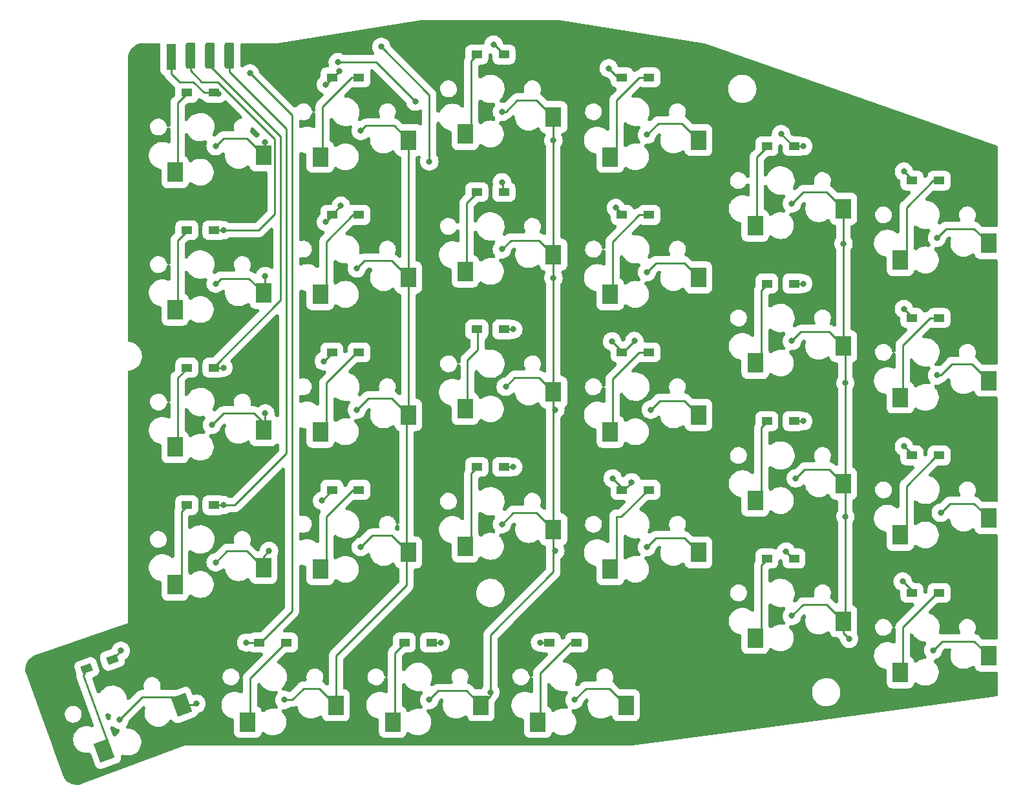
<source format=gtl>
%TF.GenerationSoftware,KiCad,Pcbnew,7.0.1-0*%
%TF.CreationDate,2023-04-06T16:29:47+08:00*%
%TF.ProjectId,Input,496e7075-742e-46b6-9963-61645f706362,2*%
%TF.SameCoordinates,PX7bfa480PY6052340*%
%TF.FileFunction,Copper,L1,Top*%
%TF.FilePolarity,Positive*%
%FSLAX46Y46*%
G04 Gerber Fmt 4.6, Leading zero omitted, Abs format (unit mm)*
G04 Created by KiCad (PCBNEW 7.0.1-0) date 2023-04-06 16:29:47*
%MOMM*%
%LPD*%
G01*
G04 APERTURE LIST*
G04 Aperture macros list*
%AMRoundRect*
0 Rectangle with rounded corners*
0 $1 Rounding radius*
0 $2 $3 $4 $5 $6 $7 $8 $9 X,Y pos of 4 corners*
0 Add a 4 corners polygon primitive as box body*
4,1,4,$2,$3,$4,$5,$6,$7,$8,$9,$2,$3,0*
0 Add four circle primitives for the rounded corners*
1,1,$1+$1,$2,$3*
1,1,$1+$1,$4,$5*
1,1,$1+$1,$6,$7*
1,1,$1+$1,$8,$9*
0 Add four rect primitives between the rounded corners*
20,1,$1+$1,$2,$3,$4,$5,0*
20,1,$1+$1,$4,$5,$6,$7,0*
20,1,$1+$1,$6,$7,$8,$9,0*
20,1,$1+$1,$8,$9,$2,$3,0*%
%AMRotRect*
0 Rectangle, with rotation*
0 The origin of the aperture is its center*
0 $1 length*
0 $2 width*
0 $3 Rotation angle, in degrees counterclockwise*
0 Add horizontal line*
21,1,$1,$2,0,0,$3*%
G04 Aperture macros list end*
%TA.AperFunction,SMDPad,CuDef*%
%ADD10R,2.000000X2.600000*%
%TD*%
%TA.AperFunction,SMDPad,CuDef*%
%ADD11R,1.400000X1.000000*%
%TD*%
%TA.AperFunction,SMDPad,CuDef*%
%ADD12RotRect,1.400000X1.000000X20.000000*%
%TD*%
%TA.AperFunction,ConnectorPad*%
%ADD13R,1.270000X3.429000*%
%TD*%
%TA.AperFunction,ConnectorPad*%
%ADD14RoundRect,0.317500X-0.317500X-1.397000X0.317500X-1.397000X0.317500X1.397000X-0.317500X1.397000X0*%
%TD*%
%TA.AperFunction,SMDPad,CuDef*%
%ADD15RotRect,2.000000X2.600000X200.000000*%
%TD*%
%TA.AperFunction,ViaPad*%
%ADD16C,0.800000*%
%TD*%
%TA.AperFunction,Conductor*%
%ADD17C,0.250000*%
%TD*%
G04 APERTURE END LIST*
D10*
%TO.P,SW17,1,1*%
%TO.N,C12*%
X27255000Y16300000D03*
%TO.P,SW17,2,2*%
%TO.N,Net-(D17-Pad2)*%
X15698000Y14100000D03*
%TD*%
%TO.P,SW29,1,1*%
%TO.N,C12*%
X27255000Y-1700000D03*
%TO.P,SW29,2,2*%
%TO.N,Net-(D29-Pad2)*%
X15698000Y-3900000D03*
%TD*%
%TO.P,SW51,1,1*%
%TO.N,C34*%
X55755000Y-39700000D03*
%TO.P,SW51,2,2*%
%TO.N,Net-(D51-Pad2)*%
X44198000Y-41900000D03*
%TD*%
D11*
%TO.P,D27,1,K*%
%TO.N,Row 3*%
X55225000Y6500000D03*
%TO.P,D27,2,A*%
%TO.N,Net-(D27-Pad2)*%
X58775000Y6500000D03*
%TD*%
%TO.P,D18,1,K*%
%TO.N,Net-(D18-Pad1)*%
X-1775000Y22500000D03*
%TO.P,D18,2,A*%
%TO.N,Row 2*%
X1775000Y22500000D03*
%TD*%
D10*
%TO.P,SW15,1,1*%
%TO.N,C34*%
X65255000Y16300000D03*
%TO.P,SW15,2,2*%
%TO.N,Net-(D15-Pad2)*%
X53698000Y14100000D03*
%TD*%
D11*
%TO.P,D15,1,K*%
%TO.N,Row 2*%
X55225000Y24500000D03*
%TO.P,D15,2,A*%
%TO.N,Net-(D15-Pad2)*%
X58775000Y24500000D03*
%TD*%
%TO.P,D1,1,K*%
%TO.N,Row 1*%
X93225000Y29000000D03*
%TO.P,D1,2,A*%
%TO.N,Net-(D1-Pad2)*%
X96775000Y29000000D03*
%TD*%
%TO.P,D37,1,K*%
%TO.N,Row 4*%
X93225000Y-25000000D03*
%TO.P,D37,2,A*%
%TO.N,Net-(D37-Pad2)*%
X96775000Y-25000000D03*
%TD*%
%TO.P,D52,1,K*%
%TO.N,Net-(D52-Pad1)*%
X26725000Y-31500000D03*
%TO.P,D52,2,A*%
%TO.N,Row 5*%
X30275000Y-31500000D03*
%TD*%
%TO.P,D2,1,K*%
%TO.N,Net-(D2-Pad1)*%
X74225000Y33500000D03*
%TO.P,D2,2,A*%
%TO.N,Row 1*%
X77775000Y33500000D03*
%TD*%
D10*
%TO.P,SW3,1,1*%
%TO.N,C34*%
X65255000Y34300000D03*
%TO.P,SW3,2,2*%
%TO.N,Net-(D3-Pad2)*%
X53698000Y32100000D03*
%TD*%
D11*
%TO.P,D16,1,K*%
%TO.N,Net-(D16-Pad1)*%
X36225000Y27500000D03*
%TO.P,D16,2,A*%
%TO.N,Row 2*%
X39775000Y27500000D03*
%TD*%
D10*
%TO.P,SW4,1,1*%
%TO.N,C34*%
X46255000Y37299997D03*
%TO.P,SW4,2,2*%
%TO.N,Net-(D4-Pad1)*%
X34698000Y35099997D03*
%TD*%
%TO.P,SW26,1,1*%
%TO.N,C56*%
X84255000Y-10700000D03*
%TO.P,SW26,2,2*%
%TO.N,Net-(D26-Pad1)*%
X72698000Y-12900000D03*
%TD*%
D11*
%TO.P,D4,1,K*%
%TO.N,Net-(D4-Pad1)*%
X36225000Y45500000D03*
%TO.P,D4,2,A*%
%TO.N,Row 1*%
X39775000Y45500000D03*
%TD*%
%TO.P,D3,1,K*%
%TO.N,Row 1*%
X55225000Y42500000D03*
%TO.P,D3,2,A*%
%TO.N,Net-(D3-Pad2)*%
X58775000Y42500000D03*
%TD*%
D10*
%TO.P,SW38,1,1*%
%TO.N,C56*%
X84255000Y-28700000D03*
%TO.P,SW38,2,2*%
%TO.N,Net-(D38-Pad1)*%
X72698000Y-30900000D03*
%TD*%
D12*
%TO.P,D54,1,K*%
%TO.N,Net-(D54-Pad1)*%
X-14878059Y-34908623D03*
%TO.P,D54,2,A*%
%TO.N,Row 5*%
X-11542151Y-33694451D03*
%TD*%
D10*
%TO.P,SW27,1,1*%
%TO.N,C34*%
X65255000Y-1700000D03*
%TO.P,SW27,2,2*%
%TO.N,Net-(D27-Pad2)*%
X53698000Y-3900000D03*
%TD*%
D11*
%TO.P,D53,1,K*%
%TO.N,Row 5*%
X7725000Y-31500000D03*
%TO.P,D53,2,A*%
%TO.N,Net-(D53-Pad2)*%
X11275000Y-31500000D03*
%TD*%
%TO.P,D39,1,K*%
%TO.N,Row 4*%
X55225000Y-11500000D03*
%TO.P,D39,2,A*%
%TO.N,Net-(D39-Pad2)*%
X58775000Y-11500000D03*
%TD*%
D10*
%TO.P,SW52,1,1*%
%TO.N,C34*%
X36755000Y-39700000D03*
%TO.P,SW52,2,2*%
%TO.N,Net-(D52-Pad1)*%
X25198000Y-41900000D03*
%TD*%
D11*
%TO.P,D42,1,K*%
%TO.N,Net-(D42-Pad1)*%
X-1775000Y-13500000D03*
%TO.P,D42,2,A*%
%TO.N,Row 4*%
X1775000Y-13500000D03*
%TD*%
%TO.P,D30,1,K*%
%TO.N,Net-(D30-Pad1)*%
X-1775000Y4500000D03*
%TO.P,D30,2,A*%
%TO.N,Row 3*%
X1775000Y4500000D03*
%TD*%
D10*
%TO.P,SW13,1,1*%
%TO.N,C56*%
X103255000Y2800000D03*
%TO.P,SW13,2,2*%
%TO.N,Net-(D13-Pad2)*%
X91698000Y600000D03*
%TD*%
D11*
%TO.P,D28,1,K*%
%TO.N,Net-(D28-Pad1)*%
X36225000Y9500000D03*
%TO.P,D28,2,A*%
%TO.N,Row 3*%
X39775000Y9500000D03*
%TD*%
%TO.P,D6,1,K*%
%TO.N,Net-(D6-Pad1)*%
X-1775000Y40500000D03*
%TO.P,D6,2,A*%
%TO.N,Row 1*%
X1775000Y40500000D03*
%TD*%
D10*
%TO.P,SW5,1,1*%
%TO.N,C12*%
X27255000Y34300002D03*
%TO.P,SW5,2,2*%
%TO.N,Net-(D5-Pad2)*%
X15698000Y32100002D03*
%TD*%
%TO.P,SW28,1,1*%
%TO.N,C34*%
X46255000Y1300000D03*
%TO.P,SW28,2,2*%
%TO.N,Net-(D28-Pad1)*%
X34698000Y-900000D03*
%TD*%
%TO.P,SW1,1,1*%
%TO.N,C56*%
X103255000Y20800000D03*
%TO.P,SW1,2,2*%
%TO.N,Net-(D1-Pad2)*%
X91698000Y18600000D03*
%TD*%
D11*
%TO.P,D13,1,K*%
%TO.N,Row 2*%
X93225000Y11000000D03*
%TO.P,D13,2,A*%
%TO.N,Net-(D13-Pad2)*%
X96775000Y11000000D03*
%TD*%
D10*
%TO.P,SW42,1,1*%
%TO.N,C12*%
X8255000Y-21700000D03*
%TO.P,SW42,2,2*%
%TO.N,Net-(D42-Pad1)*%
X-3302000Y-23900000D03*
%TD*%
%TO.P,SW14,1,1*%
%TO.N,C56*%
X84255000Y7300000D03*
%TO.P,SW14,2,2*%
%TO.N,Net-(D14-Pad1)*%
X72698000Y5100000D03*
%TD*%
%TO.P,SW30,1,1*%
%TO.N,C12*%
X8255000Y-3700000D03*
%TO.P,SW30,2,2*%
%TO.N,Net-(D30-Pad1)*%
X-3302000Y-5900000D03*
%TD*%
D13*
%TO.P,J1,1,Pin_1*%
%TO.N,Row 1*%
X-3810000Y45222000D03*
D14*
%TO.P,J1,3,Pin_3*%
%TO.N,Row 2*%
X-1270000Y45349000D03*
%TO.P,J1,5,Pin_5*%
%TO.N,Row 3*%
X1270000Y45349000D03*
%TO.P,J1,7,Pin_7*%
%TO.N,Row 4*%
X3810000Y45349000D03*
%TD*%
D11*
%TO.P,D26,1,K*%
%TO.N,Net-(D26-Pad1)*%
X74225000Y-2500000D03*
%TO.P,D26,2,A*%
%TO.N,Row 3*%
X77775000Y-2500000D03*
%TD*%
D10*
%TO.P,SW53,1,1*%
%TO.N,C12*%
X17754996Y-39700000D03*
%TO.P,SW53,2,2*%
%TO.N,Net-(D53-Pad2)*%
X6197996Y-41900000D03*
%TD*%
%TO.P,SW18,1,1*%
%TO.N,C12*%
X8255000Y14300000D03*
%TO.P,SW18,2,2*%
%TO.N,Net-(D18-Pad1)*%
X-3302000Y12100000D03*
%TD*%
%TO.P,SW40,1,1*%
%TO.N,C34*%
X46255000Y-16700000D03*
%TO.P,SW40,2,2*%
%TO.N,Net-(D40-Pad1)*%
X34698000Y-18900000D03*
%TD*%
%TO.P,SW41,1,1*%
%TO.N,C12*%
X27255000Y-19700000D03*
%TO.P,SW41,2,2*%
%TO.N,Net-(D41-Pad2)*%
X15698000Y-21900000D03*
%TD*%
D11*
%TO.P,D14,1,K*%
%TO.N,Net-(D14-Pad1)*%
X74225000Y15500000D03*
%TO.P,D14,2,A*%
%TO.N,Row 2*%
X77775000Y15500000D03*
%TD*%
%TO.P,D17,1,K*%
%TO.N,Row 2*%
X17225000Y24500000D03*
%TO.P,D17,2,A*%
%TO.N,Net-(D17-Pad2)*%
X20775000Y24500000D03*
%TD*%
D10*
%TO.P,SW39,1,1*%
%TO.N,C34*%
X65255000Y-19700000D03*
%TO.P,SW39,2,2*%
%TO.N,Net-(D39-Pad2)*%
X53698000Y-21900000D03*
%TD*%
D11*
%TO.P,D40,1,K*%
%TO.N,Net-(D40-Pad1)*%
X36225000Y-8500000D03*
%TO.P,D40,2,A*%
%TO.N,Row 4*%
X39775000Y-8500000D03*
%TD*%
%TO.P,D51,1,K*%
%TO.N,Row 5*%
X45725000Y-31500000D03*
%TO.P,D51,2,A*%
%TO.N,Net-(D51-Pad2)*%
X49275000Y-31500000D03*
%TD*%
D10*
%TO.P,SW6,1,1*%
%TO.N,C12*%
X8255000Y32300000D03*
%TO.P,SW6,2,2*%
%TO.N,Net-(D6-Pad1)*%
X-3302000Y30100000D03*
%TD*%
%TO.P,SW2,1,1*%
%TO.N,C56*%
X84255000Y25300000D03*
%TO.P,SW2,2,2*%
%TO.N,Net-(D2-Pad1)*%
X72698000Y23100000D03*
%TD*%
%TO.P,SW25,1,1*%
%TO.N,C56*%
X103255000Y-15200000D03*
%TO.P,SW25,2,2*%
%TO.N,Net-(D25-Pad2)*%
X91698000Y-17400000D03*
%TD*%
D11*
%TO.P,D29,1,K*%
%TO.N,Row 3*%
X17225000Y6500000D03*
%TO.P,D29,2,A*%
%TO.N,Net-(D29-Pad2)*%
X20775000Y6500000D03*
%TD*%
%TO.P,D5,1,K*%
%TO.N,Row 1*%
X17225000Y42500002D03*
%TO.P,D5,2,A*%
%TO.N,Net-(D5-Pad2)*%
X20775000Y42500002D03*
%TD*%
%TO.P,D25,1,K*%
%TO.N,Row 3*%
X93225000Y-7000000D03*
%TO.P,D25,2,A*%
%TO.N,Net-(D25-Pad2)*%
X96775000Y-7000000D03*
%TD*%
D10*
%TO.P,SW16,1,1*%
%TO.N,C34*%
X46255000Y19300000D03*
%TO.P,SW16,2,2*%
%TO.N,Net-(D16-Pad1)*%
X34698000Y17100000D03*
%TD*%
D15*
%TO.P,SW54,1,1*%
%TO.N,C12*%
X-2477367Y-39653486D03*
%TO.P,SW54,2,2*%
%TO.N,Net-(D54-Pad1)*%
X-12584950Y-45673537D03*
%TD*%
D10*
%TO.P,SW37,1,1*%
%TO.N,C56*%
X103255000Y-33200000D03*
%TO.P,SW37,2,2*%
%TO.N,Net-(D37-Pad2)*%
X91698000Y-35400000D03*
%TD*%
D11*
%TO.P,D38,1,K*%
%TO.N,Net-(D38-Pad1)*%
X74225000Y-20500000D03*
%TO.P,D38,2,A*%
%TO.N,Row 4*%
X77775000Y-20500000D03*
%TD*%
%TO.P,D41,1,K*%
%TO.N,Row 4*%
X17225000Y-11500000D03*
%TO.P,D41,2,A*%
%TO.N,Net-(D41-Pad2)*%
X20775000Y-11500000D03*
%TD*%
D16*
%TO.N,Row 1*%
X92175000Y30175000D03*
X53500000Y43700000D03*
X76075000Y35075000D03*
X79000000Y33500000D03*
X16425000Y41575000D03*
X38400000Y46800000D03*
X2369856Y40369856D03*
X18174999Y43325001D03*
%TO.N,Row 2*%
X54425000Y25425000D03*
X79000000Y15500000D03*
X16425000Y23575000D03*
X18400000Y25700000D03*
X39500000Y28775500D03*
X92175000Y12175000D03*
X3000000Y22500000D03*
%TO.N,C12*%
X21000000Y-19000000D03*
X2000000Y15500000D03*
X9000000Y-19500000D03*
X8500000Y16500000D03*
X11000000Y-39000000D03*
X-500000Y-39500000D03*
X1500000Y-3000000D03*
X2000000Y33500000D03*
X21000000Y35500000D03*
X8500000Y-1500000D03*
X-10600000Y-41600000D03*
X2000000Y-21000000D03*
X20500000Y17500000D03*
X8500000Y34000000D03*
X20500000Y-1000000D03*
%TO.N,C34*%
X46500000Y-19500000D03*
X58500000Y17000000D03*
X58500000Y35000000D03*
X46500000Y-1000000D03*
X38000000Y-38000000D03*
X46255000Y34245000D03*
X39500000Y38000000D03*
X59000000Y-1000000D03*
X30000000Y-39000000D03*
X18000000Y44500000D03*
X39500000Y20000000D03*
X49000000Y-39000000D03*
X40000000Y2000000D03*
X46255000Y16255000D03*
X58500000Y-19000000D03*
X28150000Y39350000D03*
X39500000Y-16000000D03*
%TO.N,C56*%
X84500000Y-15000000D03*
X77500000Y-28000000D03*
X77500000Y26000000D03*
X96500000Y21500000D03*
X84500000Y2500000D03*
X77500000Y8000000D03*
X78000000Y-10000000D03*
X85000000Y-31000000D03*
X96500000Y3500000D03*
X30000000Y31500000D03*
X23700000Y46500000D03*
X97000000Y-14500000D03*
X96000000Y-32500000D03*
X84255000Y20755000D03*
%TO.N,Row 3*%
X53925000Y7925000D03*
X79000000Y-2500000D03*
X16162500Y5337500D03*
X56850000Y8000000D03*
X2999997Y4499997D03*
X41000000Y9500000D03*
X92175000Y-5825000D03*
%TO.N,Row 4*%
X76725000Y-19575000D03*
X15925000Y-12925000D03*
X2999997Y-13500003D03*
X54000000Y-10000000D03*
X41000000Y-8500000D03*
X92000000Y-23500000D03*
X56500000Y-10500000D03*
%TO.N,Row 5*%
X44500000Y-31500000D03*
X6000000Y-31500000D03*
X-10423850Y-32576150D03*
X6500000Y43033000D03*
X31500000Y-31500000D03*
%TD*%
D17*
%TO.N,Row 1*%
X38475000Y46800000D02*
X39775000Y45500000D01*
X-3810000Y43010000D02*
X-2700000Y41900000D01*
X93350000Y29000000D02*
X92175000Y30175000D01*
X77650000Y33500000D02*
X79000000Y33500000D01*
X2239712Y40500000D02*
X2369856Y40369856D01*
X500000Y40500000D02*
X1650000Y40500000D01*
X-3810000Y44222000D02*
X-3810000Y43010000D01*
X-2700000Y41900000D02*
X-900000Y41900000D01*
X-900000Y41900000D02*
X500000Y40500000D01*
X77650000Y33500000D02*
X76075000Y35075000D01*
X54700000Y42500000D02*
X53500000Y43700000D01*
X38400000Y46800000D02*
X38475000Y46800000D01*
X17350000Y42500002D02*
X18174999Y43325001D01*
X17350000Y42500002D02*
X16425000Y41575000D01*
%TO.N,Net-(D2-Pad1)*%
X72875001Y32025001D02*
X72875001Y23277001D01*
X74350000Y33500000D02*
X72875001Y32025001D01*
%TO.N,Row 2*%
X39650000Y27500000D02*
X39650000Y28625500D01*
X77650000Y15500000D02*
X79000000Y15500000D01*
X9750000Y34462155D02*
X9750000Y24650000D01*
X200000Y41900000D02*
X2312155Y41900000D01*
X1775000Y22500000D02*
X3000000Y22500000D01*
X7600000Y22500000D02*
X3000000Y22500000D01*
X2312155Y41900000D02*
X9750000Y34462155D01*
X55350000Y24500000D02*
X54425000Y25425000D01*
X93350000Y11000000D02*
X92175000Y12175000D01*
X9750000Y24650000D02*
X7600000Y22500000D01*
X39650000Y28625500D02*
X39500000Y28775500D01*
X17225000Y24525000D02*
X18400000Y25700000D01*
X-1270000Y44265868D02*
X-1270000Y43370000D01*
X17350000Y24500000D02*
X16425000Y23575000D01*
X-1270000Y43370000D02*
X200000Y41900000D01*
%TO.N,Net-(D3-Pad2)*%
X58650000Y42500000D02*
X57500000Y42500000D01*
X54500000Y39500000D02*
X54500000Y32902000D01*
X57500000Y42500000D02*
X54500000Y39500000D01*
%TO.N,Net-(D4-Pad1)*%
X35500000Y44650000D02*
X35500000Y35901997D01*
X36350000Y45500000D02*
X35500000Y44650000D01*
%TO.N,Net-(D5-Pad2)*%
X20650000Y42500002D02*
X19825001Y42500002D01*
X16000000Y38675001D02*
X16000000Y32402002D01*
X19825001Y42500002D02*
X16000000Y38675001D01*
%TO.N,Net-(D6-Pad1)*%
X-3000000Y39150000D02*
X-3000000Y30402000D01*
X-1650000Y40500000D02*
X-3000000Y39150000D01*
%TO.N,Net-(D1-Pad2)*%
X92500000Y25500000D02*
X92500000Y19402000D01*
X96000000Y29000000D02*
X92500000Y25500000D01*
X96650000Y29000000D02*
X96000000Y29000000D01*
%TO.N,Net-(D13-Pad2)*%
X96650000Y11000000D02*
X95575000Y11000000D01*
X92000000Y7425000D02*
X92000000Y902000D01*
X95575000Y11000000D02*
X92000000Y7425000D01*
%TO.N,Net-(D14-Pad1)*%
X73500000Y14650000D02*
X73500000Y5902000D01*
X74350000Y15500000D02*
X73500000Y14650000D01*
%TO.N,Net-(D15-Pad2)*%
X54000000Y21000000D02*
X54000000Y14402000D01*
X57500000Y24500000D02*
X54000000Y21000000D01*
X58650000Y24500000D02*
X57500000Y24500000D01*
%TO.N,Net-(D16-Pad1)*%
X34875001Y26025001D02*
X34875001Y17277001D01*
X36350000Y27500000D02*
X34875001Y26025001D01*
%TO.N,C12*%
X25055000Y18500000D02*
X27255000Y16300000D01*
X1500000Y-3000000D02*
X3000000Y-1500000D01*
X25055000Y-17500000D02*
X27255000Y-19700000D01*
X8500000Y16500000D02*
X8500000Y14545000D01*
X22000000Y500000D02*
X25055000Y500000D01*
X27255000Y34300002D02*
X27255000Y16300000D01*
X3000000Y34500000D02*
X6055000Y34500000D01*
X20500000Y17500000D02*
X21500000Y18500000D01*
X27000000Y-24000000D02*
X17754996Y-33245004D01*
X25379999Y36175003D02*
X21675003Y36175003D01*
X13500000Y-37500000D02*
X15554996Y-37500000D01*
X11000000Y-39000000D02*
X12000000Y-39000000D01*
X8500000Y-1500000D02*
X8500000Y-3455000D01*
X15554996Y-37500000D02*
X17754996Y-39700000D01*
X6055000Y34500000D02*
X8255000Y32300000D01*
X22500000Y-17500000D02*
X25055000Y-17500000D01*
X8255000Y14300000D02*
X6379999Y16175001D01*
X20500000Y-1000000D02*
X22000000Y500000D01*
X-10600000Y-41600000D02*
X-7639218Y-38639218D01*
X8255000Y-21700000D02*
X8255000Y-20245000D01*
X21500000Y18500000D02*
X25055000Y18500000D01*
X12000000Y-39000000D02*
X13500000Y-37500000D01*
X2000000Y-21000000D02*
X3500000Y-19500000D01*
X27000000Y-19955000D02*
X27000000Y-24000000D01*
X7000000Y-1500000D02*
X8255000Y-2755000D01*
X6379999Y16175001D02*
X2675001Y16175001D01*
X-7639218Y-38639218D02*
X-3491635Y-38639218D01*
X8500000Y32545000D02*
X8500000Y34000000D01*
X27000000Y-1955000D02*
X27000000Y-19445000D01*
X2675001Y16175001D02*
X2000000Y15500000D01*
X3000000Y-1500000D02*
X7000000Y-1500000D01*
X6055000Y-19500000D02*
X8255000Y-21700000D01*
X27255000Y34300002D02*
X25379999Y36175003D01*
X21000000Y-19000000D02*
X22500000Y-17500000D01*
X-653486Y-39653486D02*
X-500000Y-39500000D01*
X27255000Y16300000D02*
X27255000Y-1700000D01*
X17754996Y-33245004D02*
X17754996Y-39700000D01*
X2000000Y33500000D02*
X3000000Y34500000D01*
X3500000Y-19500000D02*
X6055000Y-19500000D01*
X-2477367Y-39653486D02*
X-653486Y-39653486D01*
X8255000Y-20245000D02*
X9000000Y-19500000D01*
X25055000Y500000D02*
X27255000Y-1700000D01*
X21675003Y36175003D02*
X21000000Y35500000D01*
X-3491635Y-38639218D02*
X-2477367Y-39653486D01*
%TO.N,Net-(D17-Pad2)*%
X20650000Y24500000D02*
X20000000Y24500000D01*
X16500000Y21000000D02*
X16500000Y14902000D01*
X20000000Y24500000D02*
X16500000Y21000000D01*
%TO.N,Net-(D18-Pad1)*%
X-3000000Y21150000D02*
X-3000000Y12402000D01*
X-1650000Y22500000D02*
X-3000000Y21150000D01*
%TO.N,C34*%
X46255000Y37299997D02*
X46255000Y34245000D01*
X46255000Y1300000D02*
X46255000Y-755000D01*
X63379999Y175001D02*
X65255000Y-1700000D01*
X55755000Y-39700000D02*
X53555000Y-37500000D01*
X31175001Y-37824999D02*
X34879999Y-37824999D01*
X58500000Y-19000000D02*
X59675001Y-17824999D01*
X46255000Y-16700000D02*
X46255000Y-22245000D01*
X46255000Y-16700000D02*
X46255000Y-19255000D01*
X46255000Y19300000D02*
X46255000Y16255000D01*
X34879999Y-37824999D02*
X36755000Y-39700000D01*
X38000000Y-30500000D02*
X38000000Y-38000000D01*
X36755000Y-39700000D02*
X38000000Y-38455000D01*
X60175001Y175001D02*
X63379999Y175001D01*
X44054997Y39500000D02*
X46255000Y37299997D01*
X40000000Y38000000D02*
X41500000Y39500000D01*
X18000000Y44500000D02*
X23000000Y44500000D01*
X39500000Y38000000D02*
X40000000Y38000000D01*
X40000000Y2000000D02*
X41175001Y3175001D01*
X46255000Y34245000D02*
X46255000Y19300000D01*
X53555000Y-37500000D02*
X50500000Y-37500000D01*
X60000000Y36500000D02*
X63055000Y36500000D01*
X59675001Y-17824999D02*
X63379999Y-17824999D01*
X39500000Y20000000D02*
X40675001Y21175001D01*
X58500000Y35000000D02*
X60000000Y36500000D01*
X39500000Y-16000000D02*
X41000000Y-14500000D01*
X44379999Y3175001D02*
X46255000Y1300000D01*
X46255000Y-755000D02*
X46500000Y-1000000D01*
X41500000Y39500000D02*
X44054997Y39500000D01*
X63379999Y18175001D02*
X65255000Y16300000D01*
X58500000Y17000000D02*
X59675001Y18175001D01*
X23000000Y44500000D02*
X28150000Y39350000D01*
X59675001Y18175001D02*
X63379999Y18175001D01*
X44055000Y-14500000D02*
X46255000Y-16700000D01*
X46255000Y16255000D02*
X46255000Y1300000D01*
X46255000Y1300000D02*
X46255000Y-16700000D01*
X46255000Y-19255000D02*
X46500000Y-19500000D01*
X59000000Y-1000000D02*
X60175001Y175001D01*
X30000000Y-39000000D02*
X31175001Y-37824999D01*
X63379999Y-17824999D02*
X65255000Y-19700000D01*
X41175001Y3175001D02*
X44379999Y3175001D01*
X44379999Y21175001D02*
X46255000Y19300000D01*
X40675001Y21175001D02*
X44379999Y21175001D01*
X50500000Y-37500000D02*
X49000000Y-39000000D01*
X63055000Y36500000D02*
X65255000Y34300000D01*
X38000000Y-38455000D02*
X38000000Y-38000000D01*
X41000000Y-14500000D02*
X44055000Y-14500000D01*
X46255000Y-22245000D02*
X38000000Y-30500000D01*
%TO.N,C56*%
X101379999Y-31324999D02*
X103255000Y-33200000D01*
X84255000Y-28700000D02*
X84255000Y-30255000D01*
X96500000Y21500000D02*
X97675001Y22675001D01*
X97675001Y22675001D02*
X101379999Y22675001D01*
X77500000Y8000000D02*
X78675001Y9175001D01*
X97000000Y3500000D02*
X98500000Y5000000D01*
X23700000Y46500000D02*
X30000000Y40200000D01*
X101055000Y5000000D02*
X103255000Y2800000D01*
X84255000Y-30255000D02*
X85000000Y-31000000D01*
X82055000Y27500000D02*
X84255000Y25300000D01*
X77500000Y26000000D02*
X79000000Y27500000D01*
X79000000Y-26500000D02*
X82055000Y-26500000D01*
X77500000Y-28000000D02*
X79000000Y-26500000D01*
X98500000Y5000000D02*
X101055000Y5000000D01*
X84500000Y7055000D02*
X84500000Y-10455000D01*
X96000000Y-32500000D02*
X97175001Y-31324999D01*
X96500000Y3500000D02*
X97000000Y3500000D01*
X98175001Y-13324999D02*
X97000000Y-14500000D01*
X97175001Y-31324999D02*
X101379999Y-31324999D01*
X84255000Y20755000D02*
X84255000Y7300000D01*
X78675001Y9175001D02*
X82379999Y9175001D01*
X79000000Y27500000D02*
X82055000Y27500000D01*
X101379999Y22675001D02*
X103255000Y20800000D01*
X82379999Y9175001D02*
X84255000Y7300000D01*
X30000000Y40200000D02*
X30000000Y31500000D01*
X78000000Y-10000000D02*
X79175001Y-8824999D01*
X103255000Y-15200000D02*
X101379999Y-13324999D01*
X82379999Y-8824999D02*
X84255000Y-10700000D01*
X101379999Y-13324999D02*
X98175001Y-13324999D01*
X84500000Y-10945000D02*
X84500000Y-28455000D01*
X84255000Y25300000D02*
X84255000Y20755000D01*
X79175001Y-8824999D02*
X82379999Y-8824999D01*
X82055000Y-26500000D02*
X84255000Y-28700000D01*
%TO.N,Row 3*%
X10500000Y13350000D02*
X1650000Y4500000D01*
X77650000Y-2500000D02*
X79000000Y-2500000D01*
X55350000Y6500000D02*
X53925000Y7925000D01*
X93350000Y-7000000D02*
X92175000Y-5825000D01*
X1270000Y43980000D02*
X10500000Y34750000D01*
X17325000Y6500000D02*
X16162500Y5337500D01*
X39650000Y9500000D02*
X41000000Y9500000D01*
X10500000Y34750000D02*
X10500000Y13350000D01*
X1650000Y4500000D02*
X2999994Y4500000D01*
X2999994Y4500000D02*
X2999997Y4499997D01*
X55350000Y6500000D02*
X56850000Y8000000D01*
%TO.N,Net-(D25-Pad2)*%
X96174999Y-7325001D02*
X92500000Y-11000000D01*
X96975001Y-7325001D02*
X96174999Y-7325001D01*
X92500000Y-11000000D02*
X92500000Y-16598000D01*
%TO.N,Net-(D26-Pad1)*%
X73500000Y-3350000D02*
X73500000Y-12098000D01*
X74350000Y-2500000D02*
X73500000Y-3350000D01*
%TO.N,Net-(D27-Pad2)*%
X54000000Y3000000D02*
X54000000Y-3598000D01*
X57500000Y6500000D02*
X54000000Y3000000D01*
X58650000Y6500000D02*
X57500000Y6500000D01*
%TO.N,Net-(D28-Pad1)*%
X35000000Y5500000D02*
X35000000Y-598000D01*
X36350000Y9500000D02*
X36350000Y6850000D01*
X36350000Y6850000D02*
X35000000Y5500000D01*
%TO.N,Net-(D29-Pad2)*%
X20500000Y6500000D02*
X16500000Y2500000D01*
X16500000Y2500000D02*
X16500000Y-3098000D01*
%TO.N,Net-(D30-Pad1)*%
X-1650000Y4500000D02*
X-3000000Y3150000D01*
X-3000000Y3150000D02*
X-3000000Y-5598000D01*
%TO.N,Row 4*%
X77650000Y-20500000D02*
X76725000Y-19575000D01*
X1650000Y-13500000D02*
X2999994Y-13500000D01*
X11250000Y-6750000D02*
X4499997Y-13500003D01*
X2999994Y-13500000D02*
X2999997Y-13500003D01*
X17350000Y-11500000D02*
X15925000Y-12925000D01*
X55500000Y-11500000D02*
X56500000Y-10500000D01*
X3810000Y43240000D02*
X11250000Y35800000D01*
X4499997Y-13500003D02*
X2999997Y-13500003D01*
X55350000Y-11350000D02*
X54000000Y-10000000D01*
X3810000Y43690000D02*
X3810000Y43240000D01*
X39650000Y-8500000D02*
X41000000Y-8500000D01*
X93350000Y-24850000D02*
X92000000Y-23500000D01*
X11250000Y35800000D02*
X11250000Y-6750000D01*
%TO.N,Net-(D37-Pad2)*%
X96500000Y-25000000D02*
X92000000Y-29500000D01*
X92000000Y-29500000D02*
X92000000Y-35098000D01*
%TO.N,Net-(D38-Pad1)*%
X74350000Y-20500000D02*
X73500000Y-21350000D01*
X73500000Y-21350000D02*
X73500000Y-30098000D01*
%TO.N,Net-(D39-Pad2)*%
X58650000Y-11500000D02*
X55150000Y-15000000D01*
X55150000Y-15000000D02*
X54500000Y-15000000D01*
X54500000Y-15000000D02*
X54500000Y-21098000D01*
%TO.N,Net-(D40-Pad1)*%
X36350000Y-8500000D02*
X35500000Y-9350000D01*
X35500000Y-9350000D02*
X35500000Y-18098000D01*
%TO.N,Net-(D41-Pad2)*%
X16500000Y-15000000D02*
X16500000Y-21098000D01*
X20650000Y-11500000D02*
X20000000Y-11500000D01*
X20000000Y-11500000D02*
X16500000Y-15000000D01*
%TO.N,Net-(D42-Pad1)*%
X-2500000Y-23098000D02*
X-2500000Y-14350000D01*
X-2500000Y-14350000D02*
X-1650000Y-13500000D01*
%TO.N,Row 5*%
X7850000Y-31500000D02*
X12000000Y-27350000D01*
X12000000Y-27350000D02*
X12000000Y37533000D01*
X7725000Y-31500000D02*
X6000000Y-31500000D01*
X-11542151Y-33694451D02*
X-10423850Y-32576150D01*
X12000000Y37533000D02*
X6500000Y43033000D01*
X45850000Y-31500000D02*
X44500000Y-31500000D01*
X30150000Y-31500000D02*
X31500000Y-31500000D01*
%TO.N,Net-(D51-Pad2)*%
X44500000Y-35500000D02*
X44500000Y-41598000D01*
X48500000Y-31500000D02*
X44500000Y-35500000D01*
X49150000Y-31500000D02*
X48500000Y-31500000D01*
%TO.N,Net-(D52-Pad1)*%
X26850000Y-31500000D02*
X25500000Y-32850000D01*
X25500000Y-32850000D02*
X25500000Y-41598000D01*
%TO.N,Net-(D53-Pad2)*%
X6500000Y-36150000D02*
X6500000Y-41597996D01*
X11150000Y-31500000D02*
X6500000Y-36150000D01*
%TO.N,Net-(D54-Pad1)*%
X-12105617Y-44645603D02*
X-12584950Y-45673537D01*
X-15311372Y-35837864D02*
X-12105617Y-44645603D01*
X-14878059Y-34908623D02*
X-15311372Y-35837864D01*
%TD*%
%TA.AperFunction,NonConductor*%
G36*
X36759186Y39602823D02*
G01*
X36840661Y39554117D01*
X36866001Y39531412D01*
X37053202Y39407562D01*
X37091910Y39381953D01*
X37337176Y39266977D01*
X37337178Y39266977D01*
X37337181Y39266975D01*
X37486696Y39221993D01*
X37596569Y39188937D01*
X37864561Y39149497D01*
X38067627Y39149497D01*
X38067631Y39149497D01*
X38270156Y39164320D01*
X38336336Y39179063D01*
X38422484Y39182952D01*
X38504799Y39157221D01*
X38573398Y39104953D01*
X38620053Y39032420D01*
X38639167Y38948322D01*
X38628447Y38862748D01*
X38589178Y38785964D01*
X38474940Y38634688D01*
X38375772Y38435533D01*
X38364090Y38394475D01*
X38328889Y38270753D01*
X38314885Y38221535D01*
X38294356Y38000001D01*
X38310321Y37827722D01*
X38314885Y37778464D01*
X38347742Y37662984D01*
X38375772Y37564468D01*
X38474940Y37365313D01*
X38591173Y37211395D01*
X38630496Y37134434D01*
X38641143Y37048667D01*
X38621832Y36964427D01*
X38574889Y36891862D01*
X38505970Y36839714D01*
X38423376Y36814266D01*
X38337059Y36818583D01*
X38261633Y36835799D01*
X38163562Y36843148D01*
X38065494Y36850497D01*
X37934506Y36850497D01*
X37836437Y36843148D01*
X37738367Y36835799D01*
X37482580Y36777417D01*
X37238358Y36681566D01*
X37011144Y36550385D01*
X36880778Y36446421D01*
X36797141Y36402618D01*
X36703209Y36393101D01*
X36612485Y36419238D01*
X36538014Y36477272D01*
X36490503Y36558860D01*
X36479485Y36590347D01*
X36458586Y36650074D01*
X36439473Y36704698D01*
X36425500Y36786936D01*
X36425500Y39368667D01*
X36443593Y39461850D01*
X36495244Y39541491D01*
X36572945Y39596016D01*
X36665405Y39617501D01*
X36759186Y39602823D01*
G37*
%TD.AperFunction*%
%TA.AperFunction,NonConductor*%
G36*
X22608793Y43555546D02*
G01*
X22689575Y43501570D01*
X26891324Y39299821D01*
X26940653Y39229564D01*
X26963191Y39146731D01*
X26964883Y39128465D01*
X27025770Y38914473D01*
X27124940Y38715314D01*
X27259019Y38537763D01*
X27423437Y38387876D01*
X27612595Y38270755D01*
X27612597Y38270755D01*
X27612599Y38270753D01*
X27820060Y38190382D01*
X28038757Y38149500D01*
X28261243Y38149500D01*
X28479940Y38190382D01*
X28687401Y38270753D01*
X28694416Y38275097D01*
X28775981Y38307420D01*
X28863693Y38309447D01*
X28946664Y38280926D01*
X29014591Y38225398D01*
X29059043Y38149757D01*
X29074500Y38063394D01*
X29074500Y36481016D01*
X29058948Y36394396D01*
X29014235Y36318596D01*
X28945946Y36263085D01*
X28862611Y36234797D01*
X28774641Y36237265D01*
X28693024Y36270182D01*
X28604523Y36325792D01*
X28434253Y36385371D01*
X28299957Y36400502D01*
X28299954Y36400502D01*
X26566495Y36400502D01*
X26471207Y36419456D01*
X26390425Y36473432D01*
X26099784Y36764073D01*
X26074410Y36793783D01*
X26071568Y36797695D01*
X26069563Y36799500D01*
X26053164Y36814266D01*
X26022117Y36842221D01*
X26012697Y36851160D01*
X26000129Y36863728D01*
X26000123Y36863733D01*
X26000121Y36863735D01*
X25986342Y36874893D01*
X25976431Y36883358D01*
X25926993Y36927872D01*
X25922791Y36930298D01*
X25890599Y36952424D01*
X25886839Y36955469D01*
X25827565Y36985671D01*
X25816112Y36991889D01*
X25758506Y37025148D01*
X25753900Y37026644D01*
X25717820Y37041588D01*
X25713496Y37043791D01*
X25713493Y37043792D01*
X25649226Y37061014D01*
X25636737Y37064714D01*
X25587331Y37080766D01*
X25509609Y37122438D01*
X25451287Y37188590D01*
X25419683Y37270921D01*
X25418759Y37359106D01*
X25448630Y37442079D01*
X25505604Y37540758D01*
X25574344Y37739369D01*
X25604254Y37947400D01*
X25594254Y38157332D01*
X25544704Y38361578D01*
X25457396Y38552755D01*
X25335486Y38723954D01*
X25270451Y38785964D01*
X25183378Y38868988D01*
X25006574Y38982614D01*
X24811453Y39060729D01*
X24605087Y39100502D01*
X24605085Y39100502D01*
X24447575Y39100502D01*
X24447571Y39100502D01*
X24290784Y39085531D01*
X24089122Y39026318D01*
X23902318Y38930014D01*
X23737116Y38800096D01*
X23737114Y38800095D01*
X23737114Y38800094D01*
X23724870Y38785964D01*
X23599477Y38641255D01*
X23494395Y38459247D01*
X23425656Y38260639D01*
X23411851Y38164616D01*
X23397298Y38063394D01*
X23395746Y38052602D01*
X23405745Y37842673D01*
X23455297Y37638423D01*
X23540004Y37452941D01*
X23561378Y37373172D01*
X23555487Y37290799D01*
X23522978Y37214883D01*
X23467428Y37153776D01*
X23394946Y37114198D01*
X23313506Y37100503D01*
X21767441Y37100503D01*
X21728494Y37103568D01*
X21723709Y37104326D01*
X21723706Y37104326D01*
X21680013Y37102037D01*
X21657265Y37100844D01*
X21644235Y37100503D01*
X21626495Y37100503D01*
X21608849Y37098649D01*
X21595867Y37097627D01*
X21529419Y37094144D01*
X21524741Y37092890D01*
X21486338Y37085772D01*
X21481525Y37085266D01*
X21481522Y37085266D01*
X21481521Y37085265D01*
X21467674Y37080766D01*
X21418268Y37064714D01*
X21405779Y37061015D01*
X21341507Y37043792D01*
X21337183Y37041589D01*
X21301119Y37026651D01*
X21296498Y37025150D01*
X21238878Y36991884D01*
X21227433Y36985670D01*
X21168163Y36955469D01*
X21164391Y36952414D01*
X21132218Y36930303D01*
X21131716Y36930012D01*
X21128012Y36927874D01*
X21128010Y36927873D01*
X21128011Y36927873D01*
X21096502Y36899502D01*
X21078575Y36883361D01*
X21068676Y36874907D01*
X21054872Y36863729D01*
X21042317Y36851174D01*
X21032882Y36842220D01*
X21022361Y36832746D01*
X20949423Y36787078D01*
X20865296Y36768965D01*
X20780027Y36780572D01*
X20703801Y36820511D01*
X20645723Y36884012D01*
X20612730Y36963492D01*
X20608762Y37049455D01*
X20634291Y37131633D01*
X20707656Y37274327D01*
X20795118Y37530697D01*
X20844319Y37797069D01*
X20854212Y38067767D01*
X20824586Y38337020D01*
X20824586Y38337022D01*
X20760393Y38582563D01*
X20756072Y38599090D01*
X20650130Y38848392D01*
X20509018Y39079612D01*
X20478096Y39116769D01*
X20335745Y39287823D01*
X20158639Y39446509D01*
X20134002Y39468584D01*
X20133999Y39468586D01*
X20133997Y39468588D01*
X19908095Y39618043D01*
X19908093Y39618044D01*
X19908090Y39618046D01*
X19707284Y39712180D01*
X19662818Y39733025D01*
X19403436Y39811061D01*
X19403432Y39811062D01*
X19403431Y39811062D01*
X19135439Y39850502D01*
X19085495Y39850502D01*
X18990207Y39869456D01*
X18909425Y39923432D01*
X18855449Y40004214D01*
X18836495Y40099502D01*
X18855449Y40194790D01*
X18909425Y40275571D01*
X19768482Y41134629D01*
X19828203Y41178705D01*
X19898261Y41203219D01*
X19972428Y41205994D01*
X20030046Y41199502D01*
X21519954Y41199502D01*
X21519957Y41199502D01*
X21600534Y41208582D01*
X21654255Y41214634D01*
X21767766Y41254354D01*
X21824523Y41274213D01*
X21908580Y41327031D01*
X21977262Y41370186D01*
X22104816Y41497740D01*
X22168495Y41599084D01*
X22200789Y41650479D01*
X22227101Y41725676D01*
X22260368Y41820747D01*
X22272679Y41930009D01*
X22275500Y41955045D01*
X22275500Y43044959D01*
X22264030Y43146753D01*
X22260368Y43179257D01*
X22237971Y43243262D01*
X22224250Y43336671D01*
X22246290Y43428476D01*
X22300924Y43505476D01*
X22380298Y43556601D01*
X22472999Y43574500D01*
X22513505Y43574500D01*
X22608793Y43555546D01*
G37*
%TD.AperFunction*%
%TA.AperFunction,NonConductor*%
G36*
X14932964Y37961171D02*
G01*
X15007742Y37906228D01*
X15057210Y37827722D01*
X15074500Y37736555D01*
X15074500Y36123998D01*
X15055901Y36029571D01*
X15002881Y35949250D01*
X14923363Y35895035D01*
X14829224Y35875026D01*
X14734531Y35892211D01*
X14652848Y35924269D01*
X14517416Y35977423D01*
X14261632Y36035804D01*
X14183175Y36041684D01*
X14065494Y36050502D01*
X13934506Y36050502D01*
X13836438Y36043154D01*
X13738367Y36035804D01*
X13482583Y35977423D01*
X13347152Y35924269D01*
X13265468Y35892211D01*
X13170776Y35875026D01*
X13076637Y35895035D01*
X12997119Y35949250D01*
X12944099Y36029571D01*
X12925500Y36123998D01*
X12925500Y36688401D01*
X12940788Y36774306D01*
X12984775Y36849663D01*
X13052059Y36905217D01*
X13134378Y36934147D01*
X13221624Y36932901D01*
X13394914Y36899502D01*
X13394915Y36899502D01*
X13552425Y36899502D01*
X13552429Y36899502D01*
X13655913Y36909384D01*
X13709218Y36914474D01*
X13910875Y36973686D01*
X14097682Y37069991D01*
X14262886Y37199910D01*
X14400519Y37358746D01*
X14400519Y37358748D01*
X14400522Y37358750D01*
X14505604Y37540758D01*
X14574343Y37739366D01*
X14574343Y37739367D01*
X14574344Y37739369D01*
X14579034Y37771993D01*
X14609122Y37859769D01*
X14669260Y37930436D01*
X14751095Y37974178D01*
X14843263Y37984921D01*
X14932964Y37961171D01*
G37*
%TD.AperFunction*%
%TA.AperFunction,NonConductor*%
G36*
X-59924Y39744362D02*
G01*
X-31648Y39728494D01*
X-30158Y39731417D01*
X-6843Y39719538D01*
X-6840Y39719535D01*
X52436Y39689332D01*
X63861Y39683129D01*
X121492Y39649856D01*
X126096Y39648360D01*
X162177Y39633416D01*
X166503Y39631212D01*
X230789Y39613987D01*
X243255Y39610293D01*
X322260Y39584623D01*
X398371Y39544215D01*
X423823Y39516053D01*
X425347Y39517576D01*
X445182Y39497741D01*
X445184Y39497738D01*
X572738Y39370184D01*
X572740Y39370183D01*
X572741Y39370182D01*
X725476Y39274211D01*
X833970Y39236248D01*
X895745Y39214632D01*
X929320Y39210849D01*
X1030043Y39199500D01*
X1030046Y39199500D01*
X2074286Y39199500D01*
X2120040Y39195260D01*
X2258611Y39169356D01*
X2258613Y39169356D01*
X2481099Y39169356D01*
X2699796Y39210238D01*
X2907257Y39290609D01*
X2964072Y39325787D01*
X3096414Y39407729D01*
X3096415Y39407731D01*
X3096418Y39407732D01*
X3129517Y39437906D01*
X3210003Y39487101D01*
X3303017Y39502827D01*
X3395205Y39482823D01*
X3473337Y39429963D01*
X5401406Y37501894D01*
X5450587Y37431950D01*
X5473208Y37349493D01*
X5466601Y37264245D01*
X5431545Y37186258D01*
X5372174Y37124728D01*
X5295488Y37086910D01*
X5089121Y37026315D01*
X4902318Y36930012D01*
X4737116Y36800094D01*
X4737114Y36800093D01*
X4737114Y36800092D01*
X4720200Y36780572D01*
X4599477Y36641253D01*
X4494395Y36459245D01*
X4425656Y36260637D01*
X4411809Y36164326D01*
X4401842Y36094997D01*
X4395746Y36052600D01*
X4405745Y35842671D01*
X4432302Y35733205D01*
X4437417Y35643763D01*
X4410545Y35558300D01*
X4355166Y35487879D01*
X4278447Y35441616D01*
X4190321Y35425500D01*
X3092439Y35425500D01*
X3053491Y35428565D01*
X3048706Y35429323D01*
X3048704Y35429323D01*
X3006996Y35427138D01*
X2982257Y35425841D01*
X2969228Y35425500D01*
X2951496Y35425500D01*
X2947656Y35425097D01*
X2933856Y35423647D01*
X2920880Y35422626D01*
X2854421Y35419142D01*
X2849734Y35417886D01*
X2811327Y35410768D01*
X2809201Y35410545D01*
X2806515Y35410262D01*
X2743266Y35389711D01*
X2730773Y35386011D01*
X2666504Y35368790D01*
X2662180Y35366586D01*
X2626116Y35351648D01*
X2621495Y35350147D01*
X2563875Y35316881D01*
X2552430Y35310667D01*
X2493160Y35280466D01*
X2489388Y35277411D01*
X2457215Y35255300D01*
X2455247Y35254163D01*
X2453009Y35252871D01*
X2440454Y35241567D01*
X2404291Y35209005D01*
X2403572Y35208358D01*
X2393673Y35199904D01*
X2379869Y35188726D01*
X2367314Y35176171D01*
X2357875Y35167214D01*
X2308431Y35122693D01*
X2305581Y35118770D01*
X2280213Y35089070D01*
X2030702Y34839558D01*
X1958775Y34789452D01*
X1873942Y34767377D01*
X1786715Y34776068D01*
X1707906Y34814449D01*
X1647281Y34877763D01*
X1612353Y34958163D01*
X1607453Y35045684D01*
X1633184Y35129478D01*
X1707656Y35274325D01*
X1795118Y35530695D01*
X1844319Y35797067D01*
X1854212Y36067765D01*
X1825822Y36325789D01*
X1824586Y36337020D01*
X1756073Y36599084D01*
X1756072Y36599088D01*
X1650130Y36848390D01*
X1509018Y37079610D01*
X1480234Y37114198D01*
X1335745Y37287821D01*
X1184154Y37423646D01*
X1134002Y37468582D01*
X1133999Y37468584D01*
X1133997Y37468586D01*
X908095Y37618041D01*
X908093Y37618042D01*
X908090Y37618044D01*
X662824Y37733020D01*
X662825Y37733020D01*
X662818Y37733023D01*
X403436Y37811059D01*
X403432Y37811060D01*
X403431Y37811060D01*
X135439Y37850500D01*
X-67631Y37850500D01*
X-174611Y37842670D01*
X-270158Y37835677D01*
X-534555Y37776780D01*
X-787557Y37680016D01*
X-1023781Y37547439D01*
X-1238173Y37381892D01*
X-1238177Y37381889D01*
X-1238177Y37381888D01*
X-1289713Y37328434D01*
X-1426188Y37186879D01*
X-1583801Y36966578D01*
X-1604054Y36927183D01*
X-1662261Y36853009D01*
X-1743874Y36805795D01*
X-1837191Y36792311D01*
X-1928831Y36814489D01*
X-2005655Y36869149D01*
X-2056649Y36948455D01*
X-2074500Y37041036D01*
X-2074500Y38663505D01*
X-2055546Y38758793D01*
X-2001570Y38839575D01*
X-1714575Y39126570D01*
X-1633793Y39180546D01*
X-1538505Y39199500D01*
X-1030043Y39199500D01*
X-949466Y39208580D01*
X-895745Y39214632D01*
X-746157Y39266975D01*
X-725477Y39274211D01*
X-622900Y39338665D01*
X-572738Y39370184D01*
X-445184Y39497738D01*
X-354354Y39642295D01*
X-298490Y39704715D01*
X-225082Y39745079D01*
X-142442Y39758813D01*
X-59924Y39744362D01*
G37*
%TD.AperFunction*%
%TA.AperFunction,NonConductor*%
G36*
X6924865Y35954744D02*
G01*
X7000200Y35903100D01*
X7676786Y35226514D01*
X7723612Y35161433D01*
X7747328Y35084846D01*
X7745476Y35004691D01*
X7718249Y34929281D01*
X7668467Y34866432D01*
X7609017Y34812237D01*
X7541635Y34723008D01*
X7479828Y34665075D01*
X7402175Y34631216D01*
X7317665Y34625350D01*
X7236079Y34648157D01*
X7166860Y34696995D01*
X6774785Y35089070D01*
X6749411Y35118780D01*
X6746569Y35122692D01*
X6697118Y35167218D01*
X6687698Y35176157D01*
X6675130Y35188725D01*
X6675124Y35188730D01*
X6675122Y35188732D01*
X6661343Y35199890D01*
X6651432Y35208355D01*
X6582545Y35270381D01*
X6583845Y35271826D01*
X6551047Y35299237D01*
X6507858Y35373030D01*
X6492178Y35457082D01*
X6505854Y35541480D01*
X6574344Y35739367D01*
X6577664Y35762463D01*
X6607021Y35848951D01*
X6665592Y35919037D01*
X6745494Y35963287D01*
X6835976Y35975748D01*
X6924865Y35954744D01*
G37*
%TD.AperFunction*%
%TA.AperFunction,NonConductor*%
G36*
X93759186Y23102826D02*
G01*
X93840661Y23054120D01*
X93866001Y23031415D01*
X94063881Y22900500D01*
X94091910Y22881956D01*
X94337176Y22766980D01*
X94337178Y22766980D01*
X94337181Y22766978D01*
X94523372Y22710962D01*
X94596569Y22688940D01*
X94864561Y22649500D01*
X95067627Y22649500D01*
X95067631Y22649500D01*
X95270156Y22664323D01*
X95336335Y22679066D01*
X95422487Y22682957D01*
X95504801Y22657225D01*
X95573401Y22604957D01*
X95620056Y22532424D01*
X95639170Y22448326D01*
X95628450Y22362752D01*
X95589181Y22285968D01*
X95474940Y22134688D01*
X95375772Y21935533D01*
X95339383Y21807639D01*
X95315181Y21722574D01*
X95314885Y21721535D01*
X95294356Y21500000D01*
X95309786Y21333496D01*
X95314885Y21278464D01*
X95352693Y21145584D01*
X95375772Y21064468D01*
X95474940Y20865313D01*
X95591170Y20711399D01*
X95630493Y20634438D01*
X95641140Y20548672D01*
X95621829Y20464431D01*
X95574887Y20391866D01*
X95505967Y20339719D01*
X95423374Y20314270D01*
X95337056Y20318587D01*
X95261634Y20335802D01*
X95149552Y20344201D01*
X95065494Y20350500D01*
X94934506Y20350500D01*
X94836438Y20343152D01*
X94738367Y20335802D01*
X94482580Y20277420D01*
X94238358Y20181569D01*
X94011144Y20050388D01*
X93880778Y19946424D01*
X93797141Y19902621D01*
X93703209Y19893104D01*
X93612485Y19919241D01*
X93538014Y19977275D01*
X93490503Y20058863D01*
X93477859Y20094997D01*
X93458588Y20150073D01*
X93439473Y20204701D01*
X93425500Y20286939D01*
X93425500Y22868670D01*
X93443593Y22961853D01*
X93495244Y23041494D01*
X93572945Y23096019D01*
X93665405Y23117504D01*
X93759186Y23102826D01*
G37*
%TD.AperFunction*%
%TA.AperFunction,NonConductor*%
G36*
X36143286Y22452442D02*
G01*
X36224187Y22399222D01*
X36278666Y22319166D01*
X36349870Y22151610D01*
X36417016Y22041588D01*
X36490981Y21920391D01*
X36664254Y21712180D01*
X36766303Y21620745D01*
X36865998Y21531418D01*
X36866000Y21531417D01*
X36866002Y21531415D01*
X37063881Y21400500D01*
X37091910Y21381956D01*
X37337176Y21266980D01*
X37337178Y21266980D01*
X37337181Y21266978D01*
X37491479Y21220557D01*
X37596569Y21188940D01*
X37864561Y21149500D01*
X38067627Y21149500D01*
X38067631Y21149500D01*
X38270156Y21164323D01*
X38336335Y21179066D01*
X38422487Y21182957D01*
X38504801Y21157225D01*
X38573401Y21104957D01*
X38620056Y21032424D01*
X38639170Y20948326D01*
X38628450Y20862752D01*
X38589181Y20785968D01*
X38474940Y20634688D01*
X38375772Y20435533D01*
X38364091Y20394478D01*
X38321457Y20244632D01*
X38314885Y20221535D01*
X38294356Y20000001D01*
X38310321Y19827720D01*
X38314885Y19778464D01*
X38353211Y19643763D01*
X38375772Y19564468D01*
X38474940Y19365313D01*
X38591170Y19211399D01*
X38630493Y19134438D01*
X38641140Y19048672D01*
X38621829Y18964431D01*
X38574887Y18891866D01*
X38505967Y18839719D01*
X38423374Y18814270D01*
X38337056Y18818587D01*
X38261634Y18835802D01*
X38149552Y18844201D01*
X38065494Y18850500D01*
X37934506Y18850500D01*
X37836438Y18843152D01*
X37738367Y18835802D01*
X37482580Y18777420D01*
X37238358Y18681569D01*
X37011144Y18550388D01*
X36880778Y18446424D01*
X36797141Y18402621D01*
X36703209Y18393104D01*
X36612485Y18419241D01*
X36538014Y18477275D01*
X36490503Y18558863D01*
X36476429Y18599084D01*
X36445177Y18688399D01*
X36423789Y18749523D01*
X36327818Y18902259D01*
X36327817Y18902260D01*
X36327816Y18902262D01*
X36200262Y19029816D01*
X36200259Y19029818D01*
X36200258Y19029819D01*
X36047522Y19125790D01*
X35967263Y19153873D01*
X35899774Y19189946D01*
X35846427Y19244810D01*
X35812260Y19313284D01*
X35800501Y19388900D01*
X35800501Y22221779D01*
X35819331Y22316767D01*
X35872972Y22397388D01*
X35953313Y22451450D01*
X36048201Y22470776D01*
X36143286Y22452442D01*
G37*
%TD.AperFunction*%
%TA.AperFunction,NonConductor*%
G36*
X17243744Y37200164D02*
G01*
X17325652Y37158860D01*
X17387042Y37090703D01*
X17431787Y37017387D01*
X17490981Y36920393D01*
X17664254Y36712182D01*
X17769241Y36618114D01*
X17865998Y36531420D01*
X17866000Y36531419D01*
X17866002Y36531417D01*
X18035232Y36419456D01*
X18091910Y36381958D01*
X18337176Y36266982D01*
X18337178Y36266982D01*
X18337181Y36266980D01*
X18482634Y36223220D01*
X18596569Y36188942D01*
X18864561Y36149502D01*
X19067627Y36149502D01*
X19067631Y36149502D01*
X19270156Y36164325D01*
X19534553Y36223222D01*
X19544730Y36227115D01*
X19634570Y36243543D01*
X19724293Y36226472D01*
X19801824Y36178198D01*
X19856734Y36105215D01*
X19881634Y36017343D01*
X19873175Y35926405D01*
X19819958Y35739364D01*
X19814885Y35721535D01*
X19794356Y35500000D01*
X19808243Y35350147D01*
X19814885Y35278464D01*
X19846542Y35167201D01*
X19875772Y35064468D01*
X19974940Y34865314D01*
X19974941Y34865313D01*
X19974942Y34865311D01*
X19994390Y34839558D01*
X20109019Y34687763D01*
X20273437Y34537876D01*
X20462595Y34420755D01*
X20462597Y34420755D01*
X20462599Y34420753D01*
X20670060Y34340382D01*
X20888757Y34299500D01*
X21111243Y34299500D01*
X21329940Y34340382D01*
X21537401Y34420753D01*
X21726562Y34537876D01*
X21832892Y34634810D01*
X21906454Y34681295D01*
X21991519Y34699630D01*
X22077699Y34687574D01*
X22154468Y34646600D01*
X22212450Y34581712D01*
X22244563Y34500836D01*
X22245925Y34449844D01*
X22249500Y34449844D01*
X22249500Y34168821D01*
X22288603Y33909389D01*
X22365938Y33658676D01*
X22479771Y33422299D01*
X22627565Y33205525D01*
X22660361Y33170179D01*
X22806019Y33013197D01*
X23011143Y32849616D01*
X23238357Y32718434D01*
X23316962Y32687584D01*
X23482580Y32622583D01*
X23482583Y32622583D01*
X23482584Y32622582D01*
X23738370Y32564200D01*
X23934506Y32549502D01*
X24065491Y32549502D01*
X24065494Y32549502D01*
X24261630Y32564200D01*
X24517416Y32622582D01*
X24539701Y32631328D01*
X24630912Y32667126D01*
X24761643Y32718434D01*
X24988857Y32849616D01*
X25082479Y32924278D01*
X25166110Y32968078D01*
X25260043Y32977596D01*
X25350767Y32951459D01*
X25425238Y32893424D01*
X25472749Y32811839D01*
X25496211Y32744788D01*
X25529211Y32650479D01*
X25623198Y32500900D01*
X25625184Y32497740D01*
X25752738Y32370186D01*
X25752740Y32370185D01*
X25752741Y32370184D01*
X25905476Y32274213D01*
X26018989Y32234494D01*
X26075745Y32214634D01*
X26088965Y32213145D01*
X26108378Y32210957D01*
X26194786Y32184746D01*
X26266165Y32129444D01*
X26313128Y32052322D01*
X26329500Y31963523D01*
X26329500Y19135495D01*
X26310546Y19040207D01*
X26256570Y18959425D01*
X26175788Y18905449D01*
X26080500Y18886495D01*
X25985212Y18905449D01*
X25904430Y18959425D01*
X25774785Y19089070D01*
X25749411Y19118780D01*
X25746569Y19122692D01*
X25743129Y19125789D01*
X25732350Y19135495D01*
X25697118Y19167218D01*
X25687698Y19176157D01*
X25675130Y19188725D01*
X25675124Y19188730D01*
X25675122Y19188732D01*
X25661343Y19199890D01*
X25651432Y19208355D01*
X25582545Y19270381D01*
X25583845Y19271826D01*
X25551047Y19299237D01*
X25507858Y19373030D01*
X25492178Y19457082D01*
X25505854Y19541480D01*
X25574344Y19739367D01*
X25604254Y19947398D01*
X25594254Y20157330D01*
X25544704Y20361576D01*
X25457396Y20552753D01*
X25335486Y20723952D01*
X25283932Y20773108D01*
X25183378Y20868986D01*
X25006574Y20982612D01*
X24811453Y21060727D01*
X24605087Y21100500D01*
X24605085Y21100500D01*
X24447575Y21100500D01*
X24447571Y21100500D01*
X24290784Y21085529D01*
X24089122Y21026316D01*
X23902318Y20930012D01*
X23737116Y20800094D01*
X23737114Y20800093D01*
X23737114Y20800092D01*
X23719059Y20779255D01*
X23599477Y20641253D01*
X23494395Y20459245D01*
X23425656Y20260637D01*
X23410997Y20158677D01*
X23396257Y20056152D01*
X23395746Y20052600D01*
X23405745Y19842671D01*
X23432302Y19733205D01*
X23437417Y19643763D01*
X23410545Y19558300D01*
X23355166Y19487879D01*
X23278447Y19441616D01*
X23190321Y19425500D01*
X21592439Y19425500D01*
X21553491Y19428565D01*
X21548706Y19429323D01*
X21548704Y19429323D01*
X21506996Y19427138D01*
X21482257Y19425841D01*
X21469228Y19425500D01*
X21451496Y19425500D01*
X21447656Y19425097D01*
X21433856Y19423647D01*
X21420880Y19422626D01*
X21354421Y19419142D01*
X21349734Y19417886D01*
X21311327Y19410768D01*
X21309201Y19410545D01*
X21306515Y19410262D01*
X21243266Y19389711D01*
X21230773Y19386011D01*
X21141232Y19362017D01*
X21141043Y19362720D01*
X21084982Y19346246D01*
X20993519Y19354037D01*
X20911094Y19394438D01*
X20848908Y19461960D01*
X20815414Y19547425D01*
X20815163Y19639219D01*
X20844319Y19797067D01*
X20854212Y20067765D01*
X20824586Y20337018D01*
X20824586Y20337020D01*
X20756073Y20599084D01*
X20756072Y20599088D01*
X20650130Y20848390D01*
X20509018Y21079610D01*
X20490970Y21101297D01*
X20335745Y21287821D01*
X20196099Y21412943D01*
X20134002Y21468582D01*
X20133999Y21468584D01*
X20133997Y21468586D01*
X19908095Y21618041D01*
X19908093Y21618042D01*
X19908090Y21618044D01*
X19687322Y21721536D01*
X19662818Y21733023D01*
X19403436Y21811059D01*
X19403432Y21811060D01*
X19403431Y21811060D01*
X19210532Y21839449D01*
X19124263Y21869027D01*
X19054429Y21927685D01*
X19010400Y22007553D01*
X18998083Y22097918D01*
X19019131Y22186657D01*
X19070719Y22261865D01*
X19935425Y23126570D01*
X20016206Y23180546D01*
X20111494Y23199500D01*
X21519957Y23199500D01*
X21600534Y23208580D01*
X21654255Y23214632D01*
X21782343Y23259452D01*
X21824523Y23274211D01*
X21917678Y23332745D01*
X21977262Y23370184D01*
X22104816Y23497738D01*
X22160130Y23585770D01*
X22200789Y23650477D01*
X22226500Y23723955D01*
X22260368Y23820745D01*
X22272679Y23930011D01*
X22275500Y23955043D01*
X22275500Y25044957D01*
X22260368Y25179254D01*
X22257390Y25187764D01*
X22229109Y25268588D01*
X22200789Y25349524D01*
X22104818Y25502259D01*
X22104817Y25502260D01*
X22104816Y25502262D01*
X21977262Y25629816D01*
X21977259Y25629818D01*
X21977258Y25629819D01*
X21824523Y25725790D01*
X21654253Y25785369D01*
X21519957Y25800500D01*
X21519954Y25800500D01*
X20030046Y25800500D01*
X20030043Y25800500D01*
X19889763Y25784695D01*
X19818276Y25772162D01*
X19738391Y25784439D01*
X19666647Y25821655D01*
X19610601Y25879889D01*
X19576162Y25953001D01*
X19524229Y26135528D01*
X19425058Y26334689D01*
X19348904Y26435533D01*
X19290980Y26512238D01*
X19126562Y26662125D01*
X18937404Y26779246D01*
X18911994Y26789090D01*
X18729940Y26859618D01*
X18511243Y26900500D01*
X18288757Y26900500D01*
X18070060Y26859618D01*
X17948690Y26812600D01*
X17862595Y26779246D01*
X17673437Y26662125D01*
X17509019Y26512238D01*
X17374940Y26334687D01*
X17275771Y26135530D01*
X17231905Y25981357D01*
X17197835Y25908781D01*
X17142467Y25850794D01*
X17071541Y25813408D01*
X16992411Y25800500D01*
X16480043Y25800500D01*
X16345746Y25785369D01*
X16175476Y25725790D01*
X16022741Y25629819D01*
X15895181Y25502259D01*
X15799210Y25349524D01*
X15739631Y25179254D01*
X15724500Y25044957D01*
X15724500Y24670827D01*
X15714995Y24602685D01*
X15687204Y24539745D01*
X15643250Y24486814D01*
X15534019Y24387238D01*
X15399940Y24209687D01*
X15300772Y24010533D01*
X15277862Y23930012D01*
X15240898Y23800094D01*
X15239885Y23796535D01*
X15219356Y23575001D01*
X15232990Y23427872D01*
X15239885Y23353464D01*
X15287890Y23184744D01*
X15300772Y23139468D01*
X15399940Y22940314D01*
X15399941Y22940313D01*
X15399942Y22940311D01*
X15430006Y22900500D01*
X15534019Y22762763D01*
X15698437Y22612876D01*
X15887595Y22495755D01*
X15887597Y22495755D01*
X15887599Y22495753D01*
X16095060Y22415382D01*
X16095063Y22415382D01*
X16107377Y22410611D01*
X16177971Y22368759D01*
X16231125Y22306231D01*
X16261066Y22229820D01*
X16264541Y22147826D01*
X16241172Y22069156D01*
X16193498Y22002355D01*
X15910927Y21719784D01*
X15881225Y21694416D01*
X15877308Y21691571D01*
X15832786Y21642125D01*
X15823829Y21632686D01*
X15811274Y21620131D01*
X15800096Y21606327D01*
X15791647Y21596435D01*
X15777624Y21580859D01*
X15747129Y21546991D01*
X15744703Y21542788D01*
X15722589Y21510612D01*
X15719534Y21506840D01*
X15689333Y21447570D01*
X15683119Y21436125D01*
X15649853Y21378505D01*
X15648352Y21373884D01*
X15633414Y21337820D01*
X15631211Y21333496D01*
X15613988Y21269224D01*
X15610288Y21256735D01*
X15591694Y21199500D01*
X15589737Y21193478D01*
X15589231Y21188665D01*
X15582113Y21150262D01*
X15580859Y21145584D01*
X15577376Y21079136D01*
X15576354Y21066154D01*
X15574500Y21048508D01*
X15574500Y21030768D01*
X15574159Y21017738D01*
X15571245Y20962124D01*
X15570677Y20951294D01*
X15571435Y20946509D01*
X15574500Y20907562D01*
X15574500Y17800405D01*
X15557288Y17709435D01*
X15508030Y17631042D01*
X15433537Y17576064D01*
X15344108Y17552101D01*
X15252106Y17562467D01*
X15170251Y17605729D01*
X15168196Y17607368D01*
X14988857Y17750386D01*
X14761643Y17881568D01*
X14761642Y17881569D01*
X14761641Y17881569D01*
X14517419Y17977420D01*
X14261632Y18035802D01*
X14183175Y18041682D01*
X14065494Y18050500D01*
X13934506Y18050500D01*
X13836438Y18043152D01*
X13738367Y18035802D01*
X13482583Y17977421D01*
X13319122Y17913267D01*
X13265468Y17892209D01*
X13170776Y17875024D01*
X13076637Y17895033D01*
X12997119Y17949248D01*
X12944099Y18029569D01*
X12925500Y18123996D01*
X12925500Y18688399D01*
X12940788Y18774304D01*
X12984775Y18849661D01*
X13052059Y18905215D01*
X13134378Y18934145D01*
X13221624Y18932899D01*
X13394914Y18899500D01*
X13394915Y18899500D01*
X13552425Y18899500D01*
X13552429Y18899500D01*
X13642020Y18908056D01*
X13709218Y18914472D01*
X13910875Y18973684D01*
X14097682Y19069989D01*
X14262886Y19199908D01*
X14400519Y19358744D01*
X14400519Y19358746D01*
X14400522Y19358748D01*
X14505604Y19540756D01*
X14574343Y19739364D01*
X14574343Y19739365D01*
X14574344Y19739367D01*
X14604254Y19947398D01*
X14594254Y20157330D01*
X14544704Y20361576D01*
X14457396Y20552753D01*
X14335486Y20723952D01*
X14283932Y20773108D01*
X14183378Y20868986D01*
X14006574Y20982612D01*
X13811453Y21060727D01*
X13605087Y21100500D01*
X13605085Y21100500D01*
X13447575Y21100500D01*
X13447571Y21100500D01*
X13290786Y21085529D01*
X13290782Y21085529D01*
X13290782Y21085528D01*
X13244646Y21071982D01*
X13153192Y21062809D01*
X13064636Y21087444D01*
X12991052Y21142528D01*
X12942466Y21220557D01*
X12925500Y21310896D01*
X12925500Y32476006D01*
X12944099Y32570433D01*
X12997119Y32650754D01*
X13076637Y32704969D01*
X13170776Y32724978D01*
X13265468Y32707794D01*
X13316962Y32687584D01*
X13482583Y32622582D01*
X13599440Y32595911D01*
X13703909Y32572066D01*
X13780976Y32540143D01*
X13843176Y32484558D01*
X13883527Y32411548D01*
X13897500Y32329309D01*
X13897500Y30755045D01*
X13912631Y30620749D01*
X13972210Y30450479D01*
X14067078Y30299500D01*
X14068184Y30297740D01*
X14195738Y30170186D01*
X14195740Y30170185D01*
X14195741Y30170184D01*
X14348476Y30074213D01*
X14461989Y30034494D01*
X14518745Y30014634D01*
X14552320Y30010852D01*
X14653043Y29999502D01*
X14653046Y29999502D01*
X16742954Y29999502D01*
X16742957Y29999502D01*
X16823534Y30008582D01*
X16877255Y30014634D01*
X17008976Y30060725D01*
X17047523Y30074213D01*
X17136018Y30129819D01*
X17200262Y30170186D01*
X17327816Y30297740D01*
X17423789Y30450480D01*
X17483368Y30620747D01*
X17483368Y30620751D01*
X17490503Y30641140D01*
X17538014Y30722728D01*
X17612485Y30780762D01*
X17703209Y30806900D01*
X17797142Y30797382D01*
X17880778Y30753579D01*
X18011143Y30649616D01*
X18238357Y30518434D01*
X18324677Y30484556D01*
X18482580Y30422583D01*
X18482583Y30422583D01*
X18482584Y30422582D01*
X18738370Y30364200D01*
X18934506Y30349502D01*
X19065491Y30349502D01*
X19065494Y30349502D01*
X19261630Y30364200D01*
X19517416Y30422582D01*
X19761643Y30518434D01*
X19988857Y30649616D01*
X20193981Y30813197D01*
X20372433Y31005523D01*
X20520228Y31222298D01*
X20634063Y31458679D01*
X20711396Y31709387D01*
X20750500Y31968820D01*
X20750500Y32231184D01*
X20711396Y32490617D01*
X20634063Y32741325D01*
X20520228Y32977706D01*
X20429742Y33110424D01*
X20372434Y33194480D01*
X20250501Y33325893D01*
X20193981Y33386807D01*
X20186082Y33393106D01*
X20114144Y33450475D01*
X19988857Y33550388D01*
X19761643Y33681570D01*
X19761642Y33681571D01*
X19761641Y33681571D01*
X19517419Y33777422D01*
X19261632Y33835804D01*
X19183175Y33841684D01*
X19065494Y33850502D01*
X18934506Y33850502D01*
X18836438Y33843154D01*
X18738367Y33835804D01*
X18482580Y33777422D01*
X18238358Y33681571D01*
X18011144Y33550390D01*
X17880778Y33446426D01*
X17797141Y33402623D01*
X17703209Y33393106D01*
X17612485Y33419243D01*
X17538014Y33477277D01*
X17490503Y33558865D01*
X17480726Y33586805D01*
X17447568Y33681568D01*
X17423789Y33749525D01*
X17327818Y33902261D01*
X17327817Y33902262D01*
X17327816Y33902264D01*
X17200262Y34029818D01*
X17200259Y34029820D01*
X17200258Y34029821D01*
X17042024Y34129246D01*
X16979824Y34184831D01*
X16939473Y34257841D01*
X16925500Y34340080D01*
X16925500Y36960986D01*
X16942397Y37051149D01*
X16990796Y37129075D01*
X17064127Y37184187D01*
X17152439Y37209007D01*
X17243744Y37200164D01*
G37*
%TD.AperFunction*%
%TA.AperFunction,NonConductor*%
G36*
X93243744Y5700162D02*
G01*
X93325652Y5658858D01*
X93387042Y5590701D01*
X93441016Y5502262D01*
X93490981Y5420391D01*
X93664254Y5212180D01*
X93771639Y5115964D01*
X93865998Y5031418D01*
X93866000Y5031417D01*
X93866002Y5031415D01*
X94010933Y4935530D01*
X94091910Y4881956D01*
X94337176Y4766980D01*
X94337178Y4766980D01*
X94337181Y4766978D01*
X94519323Y4712180D01*
X94596569Y4688940D01*
X94864561Y4649500D01*
X95067627Y4649500D01*
X95067631Y4649500D01*
X95270156Y4664323D01*
X95336335Y4679066D01*
X95422487Y4682957D01*
X95504801Y4657225D01*
X95573401Y4604957D01*
X95620056Y4532424D01*
X95639170Y4448326D01*
X95628450Y4362752D01*
X95589181Y4285968D01*
X95474940Y4134688D01*
X95375772Y3935533D01*
X95339383Y3807639D01*
X95318153Y3733020D01*
X95314885Y3721535D01*
X95294356Y3500000D01*
X95309786Y3333496D01*
X95314885Y3278464D01*
X95358103Y3126570D01*
X95375772Y3064468D01*
X95474940Y2865313D01*
X95591170Y2711399D01*
X95630493Y2634438D01*
X95641140Y2548672D01*
X95621829Y2464431D01*
X95574887Y2391866D01*
X95505967Y2339719D01*
X95423374Y2314270D01*
X95337056Y2318587D01*
X95261634Y2335802D01*
X95149552Y2344201D01*
X95065494Y2350500D01*
X94934506Y2350500D01*
X94836438Y2343152D01*
X94738367Y2335802D01*
X94482580Y2277420D01*
X94238358Y2181569D01*
X94011144Y2050388D01*
X93880778Y1946424D01*
X93797141Y1902621D01*
X93703209Y1893104D01*
X93612485Y1919241D01*
X93538014Y1977275D01*
X93490503Y2058863D01*
X93477859Y2094997D01*
X93423789Y2249522D01*
X93423789Y2249523D01*
X93327818Y2402259D01*
X93327817Y2402260D01*
X93327816Y2402262D01*
X93200262Y2529816D01*
X93200259Y2529818D01*
X93200258Y2529819D01*
X93042024Y2629244D01*
X92979824Y2684829D01*
X92939473Y2757839D01*
X92925500Y2840078D01*
X92925500Y5460984D01*
X92942397Y5551147D01*
X92990796Y5629073D01*
X93064127Y5684185D01*
X93152439Y5709005D01*
X93243744Y5700162D01*
G37*
%TD.AperFunction*%
%TA.AperFunction,NonConductor*%
G36*
X17759186Y18602826D02*
G01*
X17840661Y18554120D01*
X17866001Y18531415D01*
X18041577Y18415256D01*
X18091910Y18381956D01*
X18337176Y18266980D01*
X18337178Y18266980D01*
X18337181Y18266978D01*
X18523372Y18210962D01*
X18596569Y18188940D01*
X18864561Y18149500D01*
X19067624Y18149500D01*
X19067631Y18149500D01*
X19089389Y18151093D01*
X19183794Y18139801D01*
X19267088Y18093946D01*
X19327121Y18020213D01*
X19355140Y17929353D01*
X19347059Y17834617D01*
X19315102Y17722296D01*
X19314885Y17721535D01*
X19294356Y17500000D01*
X19310174Y17329307D01*
X19314885Y17278464D01*
X19359759Y17120747D01*
X19375772Y17064468D01*
X19474940Y16865314D01*
X19474941Y16865313D01*
X19474942Y16865311D01*
X19499535Y16832745D01*
X19609019Y16687763D01*
X19773437Y16537876D01*
X19962595Y16420755D01*
X19962597Y16420755D01*
X19962599Y16420753D01*
X20170060Y16340382D01*
X20388757Y16299500D01*
X20611243Y16299500D01*
X20829940Y16340382D01*
X21037401Y16420753D01*
X21226562Y16537876D01*
X21327415Y16629816D01*
X21390980Y16687763D01*
X21393135Y16690617D01*
X21525058Y16865311D01*
X21624229Y17064472D01*
X21685115Y17278464D01*
X21686806Y17296724D01*
X21709344Y17379562D01*
X21758674Y17449821D01*
X21810426Y17501573D01*
X21891208Y17555547D01*
X21986494Y17574500D01*
X22279172Y17574500D01*
X22367245Y17558404D01*
X22443932Y17512196D01*
X22499317Y17441850D01*
X22526240Y17356462D01*
X22521219Y17267070D01*
X22484905Y17185233D01*
X22479771Y17177704D01*
X22365938Y16941327D01*
X22288603Y16690614D01*
X22269590Y16564468D01*
X22249500Y16431182D01*
X22249500Y16168818D01*
X22250178Y16164323D01*
X22288603Y15909387D01*
X22365938Y15658674D01*
X22479771Y15422297D01*
X22627565Y15205523D01*
X22672736Y15156840D01*
X22806019Y15013195D01*
X23011143Y14849614D01*
X23238357Y14718432D01*
X23332991Y14681291D01*
X23482580Y14622581D01*
X23482583Y14622581D01*
X23482584Y14622580D01*
X23738370Y14564198D01*
X23934506Y14549500D01*
X24065491Y14549500D01*
X24065494Y14549500D01*
X24261630Y14564198D01*
X24517416Y14622580D01*
X24761643Y14718432D01*
X24988857Y14849614D01*
X25082479Y14924276D01*
X25166110Y14968076D01*
X25260043Y14977594D01*
X25350767Y14951457D01*
X25425238Y14893422D01*
X25472749Y14811837D01*
X25496613Y14743637D01*
X25529211Y14650477D01*
X25623197Y14500900D01*
X25625184Y14497738D01*
X25752738Y14370184D01*
X25752740Y14370183D01*
X25752741Y14370182D01*
X25905476Y14274211D01*
X26018989Y14234492D01*
X26075745Y14214632D01*
X26088965Y14213143D01*
X26108378Y14210955D01*
X26194786Y14184744D01*
X26266165Y14129442D01*
X26313128Y14052320D01*
X26329500Y13963521D01*
X26329500Y1135495D01*
X26310546Y1040207D01*
X26256570Y959425D01*
X26175788Y905449D01*
X26080500Y886495D01*
X25985212Y905449D01*
X25904430Y959425D01*
X25774785Y1089070D01*
X25749411Y1118780D01*
X25746569Y1122692D01*
X25743129Y1125789D01*
X25732350Y1135495D01*
X25697118Y1167218D01*
X25687698Y1176157D01*
X25675130Y1188725D01*
X25675124Y1188730D01*
X25675122Y1188732D01*
X25661343Y1199890D01*
X25651432Y1208355D01*
X25582545Y1270381D01*
X25583845Y1271826D01*
X25551047Y1299237D01*
X25507858Y1373030D01*
X25492178Y1457082D01*
X25505854Y1541480D01*
X25574344Y1739367D01*
X25604254Y1947398D01*
X25594254Y2157330D01*
X25544704Y2361576D01*
X25457396Y2552753D01*
X25335486Y2723952D01*
X25323992Y2734911D01*
X25183378Y2868986D01*
X25006574Y2982612D01*
X24811453Y3060727D01*
X24605087Y3100500D01*
X24605085Y3100500D01*
X24447575Y3100500D01*
X24447571Y3100500D01*
X24290784Y3085529D01*
X24089122Y3026316D01*
X23902318Y2930012D01*
X23737116Y2800094D01*
X23737114Y2800093D01*
X23737114Y2800092D01*
X23729789Y2791638D01*
X23599477Y2641253D01*
X23494395Y2459245D01*
X23425656Y2260637D01*
X23410997Y2158677D01*
X23396337Y2056708D01*
X23395746Y2052600D01*
X23405745Y1842671D01*
X23432302Y1733205D01*
X23437417Y1643763D01*
X23410545Y1558300D01*
X23355166Y1487879D01*
X23278447Y1441616D01*
X23190321Y1425500D01*
X22092438Y1425500D01*
X22053491Y1428565D01*
X22048706Y1429323D01*
X22048703Y1429323D01*
X22005010Y1427034D01*
X21982262Y1425841D01*
X21969232Y1425500D01*
X21951492Y1425500D01*
X21933846Y1423646D01*
X21920864Y1422624D01*
X21854416Y1419141D01*
X21849738Y1417887D01*
X21811335Y1410769D01*
X21806522Y1410263D01*
X21806519Y1410263D01*
X21806518Y1410262D01*
X21754687Y1393422D01*
X21743265Y1389711D01*
X21730776Y1386012D01*
X21666504Y1368789D01*
X21662180Y1366586D01*
X21626116Y1351648D01*
X21621495Y1350147D01*
X21563875Y1316881D01*
X21552430Y1310667D01*
X21493160Y1280466D01*
X21489388Y1277411D01*
X21457215Y1255300D01*
X21455247Y1254163D01*
X21453009Y1252871D01*
X21453007Y1252870D01*
X21453008Y1252870D01*
X21404291Y1209005D01*
X21403572Y1208358D01*
X21393673Y1199904D01*
X21379869Y1188726D01*
X21367314Y1176171D01*
X21357875Y1167214D01*
X21308430Y1122693D01*
X21305583Y1118773D01*
X21280214Y1089070D01*
X21030702Y839558D01*
X20958775Y789453D01*
X20873941Y767378D01*
X20786715Y776070D01*
X20707905Y814451D01*
X20647280Y877765D01*
X20612353Y958165D01*
X20607453Y1045686D01*
X20633184Y1129476D01*
X20707656Y1274325D01*
X20795118Y1530695D01*
X20844319Y1797067D01*
X20854212Y2067765D01*
X20831029Y2278464D01*
X20824586Y2337020D01*
X20756073Y2599084D01*
X20756072Y2599088D01*
X20650130Y2848390D01*
X20509018Y3079610D01*
X20490970Y3101297D01*
X20335745Y3287821D01*
X20196099Y3412943D01*
X20134002Y3468582D01*
X20133999Y3468584D01*
X20133997Y3468586D01*
X19908095Y3618041D01*
X19908093Y3618042D01*
X19908090Y3618044D01*
X19662824Y3733020D01*
X19584330Y3756636D01*
X19508122Y3794797D01*
X19449245Y3856425D01*
X19414601Y3934299D01*
X19408251Y4019295D01*
X19430936Y4101453D01*
X19480001Y4171147D01*
X20435426Y5126570D01*
X20516207Y5180546D01*
X20611495Y5199500D01*
X21519957Y5199500D01*
X21600534Y5208580D01*
X21654255Y5214632D01*
X21784724Y5260285D01*
X21824523Y5274211D01*
X21912207Y5329307D01*
X21977262Y5370184D01*
X22104816Y5497738D01*
X22168496Y5599084D01*
X22200789Y5650477D01*
X22232578Y5741327D01*
X22260368Y5820745D01*
X22272171Y5925500D01*
X22275500Y5955043D01*
X22275500Y7044957D01*
X22260368Y7179254D01*
X22257699Y7186881D01*
X22227898Y7272049D01*
X22200789Y7349524D01*
X22104818Y7502259D01*
X22104817Y7502260D01*
X22104816Y7502262D01*
X21977262Y7629816D01*
X21977259Y7629818D01*
X21977258Y7629819D01*
X21824523Y7725790D01*
X21654253Y7785369D01*
X21519957Y7800500D01*
X21519954Y7800500D01*
X20030046Y7800500D01*
X20030043Y7800500D01*
X19895746Y7785369D01*
X19725476Y7725790D01*
X19572741Y7629819D01*
X19445181Y7502259D01*
X19349210Y7349524D01*
X19289631Y7179254D01*
X19274500Y7044957D01*
X19274500Y6686495D01*
X19255546Y6591207D01*
X19201570Y6510425D01*
X19150570Y6459425D01*
X19069788Y6405449D01*
X18974500Y6386495D01*
X18879212Y6405449D01*
X18798430Y6459425D01*
X18744454Y6540207D01*
X18725500Y6635495D01*
X18725500Y7044957D01*
X18710368Y7179254D01*
X18707699Y7186881D01*
X18677898Y7272049D01*
X18650789Y7349524D01*
X18554818Y7502259D01*
X18554817Y7502260D01*
X18554816Y7502262D01*
X18427262Y7629816D01*
X18427259Y7629818D01*
X18427258Y7629819D01*
X18274523Y7725790D01*
X18104253Y7785369D01*
X17969957Y7800500D01*
X17969954Y7800500D01*
X16480046Y7800500D01*
X16480043Y7800500D01*
X16345746Y7785369D01*
X16175476Y7725790D01*
X16022741Y7629819D01*
X15895181Y7502259D01*
X15799210Y7349524D01*
X15739631Y7179254D01*
X15724500Y7044957D01*
X15724500Y6616986D01*
X15710345Y6534229D01*
X15669491Y6460882D01*
X15606581Y6405282D01*
X15435937Y6299625D01*
X15271519Y6149738D01*
X15137440Y5972187D01*
X15038272Y5773033D01*
X15003402Y5650477D01*
X14979411Y5566154D01*
X14977385Y5559035D01*
X14956856Y5337500D01*
X14973552Y5157330D01*
X14977385Y5115964D01*
X15023878Y4952559D01*
X15038272Y4901968D01*
X15137440Y4702814D01*
X15137441Y4702813D01*
X15137442Y4702811D01*
X15166506Y4664324D01*
X15271519Y4525263D01*
X15435937Y4375376D01*
X15625095Y4258255D01*
X15625097Y4258255D01*
X15625099Y4258253D01*
X15832560Y4177882D01*
X16051257Y4137000D01*
X16227004Y4137000D01*
X16309244Y4123027D01*
X16382253Y4082676D01*
X16437838Y4020476D01*
X16469761Y3943408D01*
X16474438Y3860121D01*
X16451345Y3779963D01*
X16403073Y3711930D01*
X15910926Y3219784D01*
X15881225Y3194416D01*
X15877308Y3191571D01*
X15832786Y3142125D01*
X15823829Y3132686D01*
X15811274Y3120131D01*
X15800096Y3106327D01*
X15791647Y3096435D01*
X15759497Y3060727D01*
X15747129Y3046991D01*
X15744703Y3042788D01*
X15722589Y3010612D01*
X15719534Y3006840D01*
X15689333Y2947570D01*
X15683119Y2936125D01*
X15649853Y2878505D01*
X15648352Y2873884D01*
X15633414Y2837820D01*
X15631211Y2833496D01*
X15613988Y2769224D01*
X15610288Y2756735D01*
X15598853Y2721535D01*
X15589737Y2693478D01*
X15589231Y2688665D01*
X15582113Y2650262D01*
X15580859Y2645584D01*
X15577376Y2579136D01*
X15576354Y2566154D01*
X15574500Y2548508D01*
X15574500Y2530768D01*
X15574159Y2517738D01*
X15573229Y2500000D01*
X15571094Y2459244D01*
X15570677Y2451294D01*
X15571435Y2446509D01*
X15574500Y2407562D01*
X15574500Y-199595D01*
X15557288Y-290565D01*
X15508030Y-368958D01*
X15433537Y-423936D01*
X15344108Y-447899D01*
X15252106Y-437533D01*
X15170251Y-394271D01*
X14988857Y-249614D01*
X14761643Y-118432D01*
X14761642Y-118431D01*
X14761641Y-118431D01*
X14517419Y-22580D01*
X14261632Y35802D01*
X14183175Y41682D01*
X14065494Y50500D01*
X13934506Y50500D01*
X13836437Y43151D01*
X13738367Y35802D01*
X13482583Y-22579D01*
X13319122Y-86733D01*
X13265468Y-107791D01*
X13170776Y-124976D01*
X13076637Y-104967D01*
X12997119Y-50752D01*
X12944099Y29569D01*
X12925500Y123996D01*
X12925500Y688399D01*
X12940788Y774304D01*
X12984775Y849661D01*
X13052059Y905215D01*
X13134378Y934145D01*
X13221624Y932899D01*
X13394914Y899500D01*
X13394915Y899500D01*
X13552425Y899500D01*
X13552429Y899500D01*
X13642020Y908056D01*
X13709218Y914472D01*
X13910875Y973684D01*
X14097682Y1069989D01*
X14262886Y1199908D01*
X14400519Y1358744D01*
X14400519Y1358746D01*
X14400522Y1358748D01*
X14505604Y1540756D01*
X14574343Y1739364D01*
X14574343Y1739365D01*
X14574344Y1739367D01*
X14604254Y1947398D01*
X14594254Y2157330D01*
X14544704Y2361576D01*
X14457396Y2552753D01*
X14335486Y2723952D01*
X14323992Y2734911D01*
X14183378Y2868986D01*
X14006574Y2982612D01*
X13811453Y3060727D01*
X13605087Y3100500D01*
X13605085Y3100500D01*
X13447575Y3100500D01*
X13447571Y3100500D01*
X13290786Y3085529D01*
X13290782Y3085529D01*
X13290782Y3085528D01*
X13244646Y3071982D01*
X13153192Y3062809D01*
X13064636Y3087444D01*
X12991052Y3142528D01*
X12942466Y3220557D01*
X12925500Y3310896D01*
X12925500Y14476004D01*
X12944099Y14570431D01*
X12997119Y14650752D01*
X13076637Y14704967D01*
X13170776Y14724976D01*
X13265468Y14707792D01*
X13350949Y14674243D01*
X13482583Y14622580D01*
X13599440Y14595909D01*
X13703909Y14572064D01*
X13780976Y14540141D01*
X13843176Y14484556D01*
X13883527Y14411546D01*
X13897500Y14329307D01*
X13897500Y12755043D01*
X13912631Y12620747D01*
X13972210Y12450477D01*
X14068181Y12297742D01*
X14068184Y12297738D01*
X14195738Y12170184D01*
X14195740Y12170183D01*
X14195741Y12170182D01*
X14348476Y12074211D01*
X14429706Y12045788D01*
X14518745Y12014632D01*
X14552320Y12010849D01*
X14653043Y11999500D01*
X14653046Y11999500D01*
X16742954Y11999500D01*
X16742957Y11999500D01*
X16823534Y12008580D01*
X16877255Y12014632D01*
X16990766Y12054352D01*
X17047523Y12074211D01*
X17136017Y12129816D01*
X17200262Y12170184D01*
X17327816Y12297738D01*
X17423789Y12450478D01*
X17483368Y12620745D01*
X17483368Y12620749D01*
X17490503Y12641138D01*
X17538014Y12722726D01*
X17612485Y12780760D01*
X17703209Y12806898D01*
X17797142Y12797380D01*
X17880778Y12753577D01*
X18011143Y12649614D01*
X18238357Y12518432D01*
X18309234Y12490615D01*
X18482580Y12422581D01*
X18482583Y12422581D01*
X18482584Y12422580D01*
X18738370Y12364198D01*
X18934506Y12349500D01*
X19065491Y12349500D01*
X19065494Y12349500D01*
X19261630Y12364198D01*
X19517416Y12422580D01*
X19541342Y12431970D01*
X19634637Y12468586D01*
X19761643Y12518432D01*
X19988857Y12649614D01*
X20193981Y12813195D01*
X20372433Y13005521D01*
X20520228Y13222296D01*
X20634063Y13458677D01*
X20711396Y13709385D01*
X20750500Y13968818D01*
X20750500Y14231182D01*
X20711396Y14490615D01*
X20634063Y14741323D01*
X20520228Y14977704D01*
X20501500Y15005173D01*
X20372434Y15194478D01*
X20193980Y15386806D01*
X20114139Y15450477D01*
X19988857Y15550386D01*
X19761643Y15681568D01*
X19761642Y15681569D01*
X19761641Y15681569D01*
X19517419Y15777420D01*
X19261632Y15835802D01*
X19183175Y15841682D01*
X19065494Y15850500D01*
X18934506Y15850500D01*
X18836437Y15843151D01*
X18738367Y15835802D01*
X18482580Y15777420D01*
X18238358Y15681569D01*
X18011144Y15550388D01*
X17880778Y15446424D01*
X17797141Y15402621D01*
X17703209Y15393104D01*
X17612485Y15419241D01*
X17538014Y15477275D01*
X17490503Y15558863D01*
X17480725Y15586806D01*
X17447385Y15682088D01*
X17439473Y15704701D01*
X17425500Y15786939D01*
X17425500Y18368670D01*
X17443593Y18461853D01*
X17495244Y18541494D01*
X17572945Y18596019D01*
X17665405Y18617504D01*
X17759186Y18602826D01*
G37*
%TD.AperFunction*%
%TA.AperFunction,NonConductor*%
G36*
X17759186Y602826D02*
G01*
X17840661Y554120D01*
X17866001Y531415D01*
X18041577Y415256D01*
X18091910Y381956D01*
X18337176Y266980D01*
X18337178Y266980D01*
X18337181Y266978D01*
X18521636Y211484D01*
X18596569Y188940D01*
X18864561Y149500D01*
X19067627Y149500D01*
X19067631Y149500D01*
X19270156Y164323D01*
X19336335Y179066D01*
X19422487Y182957D01*
X19504801Y157225D01*
X19573401Y104957D01*
X19620056Y32424D01*
X19639170Y-51674D01*
X19628450Y-137248D01*
X19589181Y-214032D01*
X19474940Y-365312D01*
X19375772Y-564467D01*
X19342049Y-682992D01*
X19322316Y-752349D01*
X19314885Y-778465D01*
X19294356Y-999999D01*
X19309224Y-1160442D01*
X19314885Y-1221536D01*
X19345694Y-1329818D01*
X19375772Y-1435532D01*
X19474940Y-1634687D01*
X19591170Y-1788601D01*
X19630493Y-1865562D01*
X19641140Y-1951328D01*
X19621829Y-2035569D01*
X19574887Y-2108134D01*
X19505967Y-2160281D01*
X19423374Y-2185730D01*
X19337056Y-2181413D01*
X19261634Y-2164198D01*
X19149552Y-2155799D01*
X19065494Y-2149500D01*
X18934506Y-2149500D01*
X18836437Y-2156849D01*
X18738367Y-2164198D01*
X18482580Y-2222580D01*
X18238358Y-2318431D01*
X18011144Y-2449612D01*
X17880778Y-2553576D01*
X17797141Y-2597379D01*
X17703209Y-2606896D01*
X17612485Y-2580759D01*
X17538014Y-2522725D01*
X17490503Y-2441137D01*
X17480725Y-2413194D01*
X17447385Y-2317912D01*
X17439473Y-2295299D01*
X17425500Y-2213061D01*
X17425500Y368670D01*
X17443593Y461853D01*
X17495244Y541494D01*
X17572945Y596019D01*
X17665405Y617504D01*
X17759186Y602826D01*
G37*
%TD.AperFunction*%
%TA.AperFunction,NonConductor*%
G36*
X-1756256Y-799838D02*
G01*
X-1674348Y-841142D01*
X-1612958Y-909299D01*
X-1557604Y-999999D01*
X-1509019Y-1079609D01*
X-1335746Y-1287820D01*
X-1243821Y-1370184D01*
X-1134002Y-1468582D01*
X-1134000Y-1468583D01*
X-1133998Y-1468585D01*
X-1014807Y-1547441D01*
X-908090Y-1618044D01*
X-662824Y-1733020D01*
X-662822Y-1733020D01*
X-662819Y-1733022D01*
X-497752Y-1782683D01*
X-403431Y-1811060D01*
X-135439Y-1850500D01*
X67627Y-1850500D01*
X67631Y-1850500D01*
X270156Y-1835677D01*
X336335Y-1820934D01*
X422487Y-1817043D01*
X504801Y-1842775D01*
X573401Y-1895043D01*
X620056Y-1967576D01*
X639170Y-2051674D01*
X628450Y-2137248D01*
X589181Y-2214032D01*
X474940Y-2365312D01*
X375772Y-2564467D01*
X364091Y-2605522D01*
X316260Y-2773634D01*
X314885Y-2778465D01*
X294356Y-3000000D01*
X308292Y-3150386D01*
X314885Y-3221536D01*
X359238Y-3377419D01*
X375772Y-3435532D01*
X474940Y-3634687D01*
X591170Y-3788601D01*
X630493Y-3865562D01*
X641140Y-3951328D01*
X621829Y-4035569D01*
X574887Y-4108134D01*
X505967Y-4160281D01*
X423374Y-4185730D01*
X337056Y-4181413D01*
X261634Y-4164198D01*
X149552Y-4155799D01*
X65494Y-4149500D01*
X-65494Y-4149500D01*
X-163562Y-4156848D01*
X-261633Y-4164198D01*
X-517420Y-4222580D01*
X-761642Y-4318431D01*
X-988856Y-4449612D01*
X-1119222Y-4553576D01*
X-1202859Y-4597379D01*
X-1296791Y-4606896D01*
X-1387515Y-4580759D01*
X-1461986Y-4522725D01*
X-1509497Y-4441137D01*
X-1576211Y-4250477D01*
X-1672182Y-4097741D01*
X-1672183Y-4097740D01*
X-1672184Y-4097738D01*
X-1799738Y-3970184D01*
X-1799741Y-3970182D01*
X-1799742Y-3970181D01*
X-1957976Y-3870756D01*
X-2020176Y-3815171D01*
X-2060527Y-3742161D01*
X-2074500Y-3659922D01*
X-2074500Y-1039016D01*
X-2057603Y-948853D01*
X-2009204Y-870927D01*
X-1935873Y-815815D01*
X-1847561Y-790995D01*
X-1756256Y-799838D01*
G37*
%TD.AperFunction*%
%TA.AperFunction,NonConductor*%
G36*
X25932964Y-16038831D02*
G01*
X26007742Y-16093774D01*
X26057210Y-16172280D01*
X26074500Y-16263447D01*
X26074500Y-16612639D01*
X26057174Y-16703898D01*
X26007607Y-16782457D01*
X25932697Y-16837383D01*
X25842869Y-16861033D01*
X25750623Y-16850114D01*
X25668799Y-16806149D01*
X25661325Y-16800096D01*
X25651432Y-16791645D01*
X25582545Y-16729619D01*
X25583845Y-16728174D01*
X25551047Y-16700763D01*
X25507858Y-16626970D01*
X25492178Y-16542918D01*
X25505854Y-16458520D01*
X25574344Y-16260633D01*
X25579034Y-16228009D01*
X25609122Y-16140233D01*
X25669260Y-16069566D01*
X25751095Y-16025824D01*
X25843263Y-16015081D01*
X25932964Y-16038831D01*
G37*
%TD.AperFunction*%
%TA.AperFunction,NonConductor*%
G36*
X36759186Y-14397174D02*
G01*
X36840661Y-14445880D01*
X36866001Y-14468585D01*
X37041577Y-14584744D01*
X37091910Y-14618044D01*
X37337176Y-14733020D01*
X37337178Y-14733020D01*
X37337181Y-14733022D01*
X37488225Y-14778464D01*
X37596569Y-14811060D01*
X37864561Y-14850500D01*
X38067627Y-14850500D01*
X38067631Y-14850500D01*
X38270156Y-14835677D01*
X38336335Y-14820934D01*
X38422487Y-14817043D01*
X38504801Y-14842775D01*
X38573401Y-14895043D01*
X38620056Y-14967576D01*
X38639170Y-15051674D01*
X38628450Y-15137248D01*
X38589181Y-15214032D01*
X38474940Y-15365312D01*
X38375772Y-15564467D01*
X38354730Y-15638423D01*
X38321457Y-15755368D01*
X38314885Y-15778465D01*
X38294356Y-16000000D01*
X38310321Y-16172280D01*
X38314885Y-16221536D01*
X38353211Y-16356237D01*
X38375772Y-16435532D01*
X38474940Y-16634687D01*
X38591170Y-16788601D01*
X38630493Y-16865562D01*
X38641140Y-16951328D01*
X38621829Y-17035569D01*
X38574887Y-17108134D01*
X38505967Y-17160281D01*
X38423374Y-17185730D01*
X38337056Y-17181413D01*
X38261634Y-17164198D01*
X38149552Y-17155799D01*
X38065494Y-17149500D01*
X37934506Y-17149500D01*
X37836438Y-17156848D01*
X37738367Y-17164198D01*
X37482580Y-17222580D01*
X37238358Y-17318431D01*
X37011144Y-17449612D01*
X36880778Y-17553576D01*
X36797141Y-17597379D01*
X36703209Y-17606896D01*
X36612485Y-17580759D01*
X36538014Y-17522725D01*
X36490503Y-17441137D01*
X36476429Y-17400916D01*
X36445177Y-17311601D01*
X36439473Y-17295299D01*
X36425500Y-17213061D01*
X36425500Y-14631330D01*
X36443593Y-14538147D01*
X36495244Y-14458506D01*
X36572945Y-14403981D01*
X36665405Y-14382496D01*
X36759186Y-14397174D01*
G37*
%TD.AperFunction*%
%TA.AperFunction,NonConductor*%
G36*
X93243744Y-30299838D02*
G01*
X93325652Y-30341142D01*
X93387042Y-30409299D01*
X93441016Y-30497738D01*
X93490981Y-30579609D01*
X93664254Y-30787820D01*
X93759802Y-30873430D01*
X93865998Y-30968582D01*
X93866000Y-30968583D01*
X93866002Y-30968585D01*
X94074001Y-31106195D01*
X94091910Y-31118044D01*
X94337176Y-31233020D01*
X94337178Y-31233020D01*
X94337181Y-31233022D01*
X94488225Y-31278464D01*
X94596569Y-31311060D01*
X94864561Y-31350500D01*
X94864564Y-31350500D01*
X94882591Y-31353153D01*
X94882463Y-31354017D01*
X94953598Y-31367314D01*
X95031399Y-31415487D01*
X95086544Y-31488511D01*
X95111587Y-31576524D01*
X95103144Y-31667641D01*
X95062356Y-31749555D01*
X94974940Y-31865312D01*
X94875772Y-32064467D01*
X94854106Y-32140617D01*
X94817945Y-32267711D01*
X94814885Y-32278465D01*
X94794356Y-32500000D01*
X94809307Y-32661335D01*
X94814885Y-32721536D01*
X94845694Y-32829818D01*
X94875772Y-32935532D01*
X94974938Y-33134683D01*
X94974940Y-33134686D01*
X94974942Y-33134689D01*
X95065653Y-33254810D01*
X95105572Y-33333742D01*
X95115379Y-33421650D01*
X95093835Y-33507441D01*
X95043659Y-33580286D01*
X94971184Y-33630995D01*
X94885554Y-33653168D01*
X94738367Y-33664198D01*
X94482580Y-33722580D01*
X94238358Y-33818431D01*
X94011144Y-33949612D01*
X93880778Y-34053576D01*
X93797141Y-34097379D01*
X93703209Y-34106896D01*
X93612485Y-34080759D01*
X93538014Y-34022725D01*
X93490503Y-33941137D01*
X93476837Y-33902082D01*
X93441762Y-33801841D01*
X93423789Y-33750477D01*
X93327818Y-33597741D01*
X93327817Y-33597740D01*
X93327816Y-33597738D01*
X93200262Y-33470184D01*
X93200259Y-33470182D01*
X93200258Y-33470181D01*
X93042024Y-33370756D01*
X92979824Y-33315171D01*
X92939473Y-33242161D01*
X92925500Y-33159922D01*
X92925500Y-30539016D01*
X92942397Y-30448853D01*
X92990796Y-30370927D01*
X93064127Y-30315815D01*
X93152439Y-30290995D01*
X93243744Y-30299838D01*
G37*
%TD.AperFunction*%
%TA.AperFunction,NonConductor*%
G36*
X22192712Y-820596D02*
G01*
X22273132Y-869054D01*
X22329891Y-943846D01*
X22354918Y-1034340D01*
X22344655Y-1127668D01*
X22288604Y-1309383D01*
X22269591Y-1435528D01*
X22249500Y-1568818D01*
X22249500Y-1831182D01*
X22252412Y-1850500D01*
X22288603Y-2090613D01*
X22365938Y-2341326D01*
X22479771Y-2577703D01*
X22627565Y-2794477D01*
X22672736Y-2843160D01*
X22806019Y-2986805D01*
X23011143Y-3150386D01*
X23238357Y-3281568D01*
X23334323Y-3319232D01*
X23482580Y-3377419D01*
X23482583Y-3377419D01*
X23482584Y-3377420D01*
X23738370Y-3435802D01*
X23934506Y-3450500D01*
X24065491Y-3450500D01*
X24065494Y-3450500D01*
X24261630Y-3435802D01*
X24517416Y-3377420D01*
X24761643Y-3281568D01*
X24988857Y-3150386D01*
X25082479Y-3075724D01*
X25166110Y-3031924D01*
X25260043Y-3022406D01*
X25350767Y-3048543D01*
X25425238Y-3106578D01*
X25472749Y-3188163D01*
X25484426Y-3221534D01*
X25529211Y-3349523D01*
X25625181Y-3502258D01*
X25625184Y-3502262D01*
X25752738Y-3629816D01*
X25752740Y-3629817D01*
X25752741Y-3629818D01*
X25892276Y-3717494D01*
X25905478Y-3725789D01*
X25907739Y-3726580D01*
X25975225Y-3762651D01*
X26028573Y-3817516D01*
X26062741Y-3885990D01*
X26074500Y-3961607D01*
X26074500Y-15739715D01*
X26058279Y-15828118D01*
X26011728Y-15905003D01*
X25940914Y-15960352D01*
X25855062Y-15986954D01*
X25765358Y-15981343D01*
X25683490Y-15944249D01*
X25620125Y-15880507D01*
X25583519Y-15798420D01*
X25575781Y-15766525D01*
X25544704Y-15638424D01*
X25457396Y-15447247D01*
X25335486Y-15276048D01*
X25183378Y-15131014D01*
X25088420Y-15069988D01*
X25006574Y-15017388D01*
X24811453Y-14939273D01*
X24605087Y-14899500D01*
X24605085Y-14899500D01*
X24447575Y-14899500D01*
X24447571Y-14899500D01*
X24290784Y-14914471D01*
X24089122Y-14973684D01*
X23902318Y-15069988D01*
X23737116Y-15199906D01*
X23737114Y-15199907D01*
X23737114Y-15199908D01*
X23719059Y-15220745D01*
X23599477Y-15358747D01*
X23494395Y-15540755D01*
X23425656Y-15739363D01*
X23410997Y-15841323D01*
X23401842Y-15905003D01*
X23395746Y-15947400D01*
X23405745Y-16157329D01*
X23432302Y-16266795D01*
X23437417Y-16356237D01*
X23410545Y-16441700D01*
X23355166Y-16512121D01*
X23278447Y-16558384D01*
X23190321Y-16574500D01*
X22592438Y-16574500D01*
X22553491Y-16571435D01*
X22548706Y-16570677D01*
X22548703Y-16570677D01*
X22505010Y-16572966D01*
X22482262Y-16574159D01*
X22469232Y-16574500D01*
X22451492Y-16574500D01*
X22433846Y-16576354D01*
X22420864Y-16577376D01*
X22354416Y-16580859D01*
X22349738Y-16582113D01*
X22311335Y-16589231D01*
X22306522Y-16589737D01*
X22306519Y-16589737D01*
X22306518Y-16589738D01*
X22254687Y-16606578D01*
X22243265Y-16610289D01*
X22230776Y-16613988D01*
X22166504Y-16631211D01*
X22162180Y-16633414D01*
X22126116Y-16648352D01*
X22121495Y-16649853D01*
X22063875Y-16683119D01*
X22052430Y-16689333D01*
X21993160Y-16719534D01*
X21989388Y-16722589D01*
X21957215Y-16744700D01*
X21955247Y-16745837D01*
X21953009Y-16747129D01*
X21953007Y-16747130D01*
X21953008Y-16747130D01*
X21910817Y-16785119D01*
X21903572Y-16791642D01*
X21893673Y-16800096D01*
X21879869Y-16811274D01*
X21867314Y-16823829D01*
X21857875Y-16832786D01*
X21808430Y-16877307D01*
X21805583Y-16881227D01*
X21780214Y-16910929D01*
X20946831Y-17744313D01*
X20886869Y-17788516D01*
X20816516Y-17813004D01*
X20670062Y-17840381D01*
X20462595Y-17920754D01*
X20273437Y-18037875D01*
X20109019Y-18187762D01*
X19974940Y-18365313D01*
X19875772Y-18564467D01*
X19843726Y-18677099D01*
X19815318Y-18776944D01*
X19814885Y-18778465D01*
X19794356Y-18999999D01*
X19808708Y-19154877D01*
X19814885Y-19221536D01*
X19845694Y-19329818D01*
X19875772Y-19435532D01*
X19974940Y-19634686D01*
X20109019Y-19812237D01*
X20273437Y-19962124D01*
X20462595Y-20079245D01*
X20462597Y-20079245D01*
X20462599Y-20079247D01*
X20670060Y-20159618D01*
X20888757Y-20200500D01*
X21111243Y-20200500D01*
X21329940Y-20159618D01*
X21537401Y-20079247D01*
X21726562Y-19962124D01*
X21832485Y-19865562D01*
X21859185Y-19841222D01*
X21934776Y-19793917D01*
X22022188Y-19776279D01*
X22110208Y-19790571D01*
X22187548Y-19834958D01*
X22244289Y-19903749D01*
X22273155Y-19988121D01*
X22288603Y-20090614D01*
X22365938Y-20341326D01*
X22479771Y-20577703D01*
X22627565Y-20794477D01*
X22713120Y-20886683D01*
X22806019Y-20986805D01*
X23011143Y-21150386D01*
X23238357Y-21281568D01*
X23289123Y-21301492D01*
X23482580Y-21377419D01*
X23482583Y-21377419D01*
X23482584Y-21377420D01*
X23738370Y-21435802D01*
X23934506Y-21450500D01*
X24065491Y-21450500D01*
X24065494Y-21450500D01*
X24261630Y-21435802D01*
X24517416Y-21377420D01*
X24761643Y-21281568D01*
X24988857Y-21150386D01*
X25082479Y-21075724D01*
X25166110Y-21031924D01*
X25260043Y-21022406D01*
X25350767Y-21048543D01*
X25425238Y-21106578D01*
X25472749Y-21188163D01*
X25484426Y-21221534D01*
X25529211Y-21349523D01*
X25598540Y-21459859D01*
X25625184Y-21502262D01*
X25752738Y-21629816D01*
X25752740Y-21629817D01*
X25752741Y-21629818D01*
X25760488Y-21634686D01*
X25905478Y-21725789D01*
X25907739Y-21726580D01*
X25975225Y-21762651D01*
X26028573Y-21817516D01*
X26062741Y-21885990D01*
X26074500Y-21961607D01*
X26074500Y-23513505D01*
X26066016Y-23577951D01*
X26041140Y-23638005D01*
X26001570Y-23689575D01*
X17165923Y-32525220D01*
X17136221Y-32550588D01*
X17132304Y-32553433D01*
X17087782Y-32602879D01*
X17078825Y-32612318D01*
X17066270Y-32624873D01*
X17055092Y-32638677D01*
X17046643Y-32648569D01*
X17036696Y-32659618D01*
X17002125Y-32698013D01*
X16999699Y-32702216D01*
X16977585Y-32734392D01*
X16974530Y-32738164D01*
X16944329Y-32797434D01*
X16938115Y-32808879D01*
X16904849Y-32866499D01*
X16903348Y-32871120D01*
X16888410Y-32907184D01*
X16886207Y-32911508D01*
X16868984Y-32975780D01*
X16865285Y-32988269D01*
X16844733Y-33051526D01*
X16844227Y-33056339D01*
X16837109Y-33094742D01*
X16835855Y-33099420D01*
X16832372Y-33165868D01*
X16831350Y-33178850D01*
X16829496Y-33196496D01*
X16829496Y-33214236D01*
X16829155Y-33227266D01*
X16825673Y-33293710D01*
X16826431Y-33298495D01*
X16829496Y-33337442D01*
X16829496Y-36864505D01*
X16810542Y-36959793D01*
X16756566Y-37040575D01*
X16675784Y-37094551D01*
X16580496Y-37113505D01*
X16485208Y-37094551D01*
X16404426Y-37040575D01*
X16274781Y-36910930D01*
X16249407Y-36881220D01*
X16246565Y-36877308D01*
X16197114Y-36832782D01*
X16187694Y-36823843D01*
X16175126Y-36811275D01*
X16175120Y-36811270D01*
X16175118Y-36811268D01*
X16161339Y-36800110D01*
X16151428Y-36791645D01*
X16082541Y-36729619D01*
X16083841Y-36728174D01*
X16051043Y-36700763D01*
X16007854Y-36626970D01*
X15992174Y-36542918D01*
X16005850Y-36458520D01*
X16074340Y-36260633D01*
X16104250Y-36052602D01*
X16094250Y-35842670D01*
X16044700Y-35638424D01*
X15957392Y-35447247D01*
X15835482Y-35276048D01*
X15827900Y-35268819D01*
X15683374Y-35131014D01*
X15506570Y-35017388D01*
X15501714Y-35015444D01*
X15362870Y-34959859D01*
X15311449Y-34939273D01*
X15105083Y-34899500D01*
X15105081Y-34899500D01*
X14947571Y-34899500D01*
X14947567Y-34899500D01*
X14790780Y-34914471D01*
X14589118Y-34973684D01*
X14402314Y-35069988D01*
X14237112Y-35199906D01*
X14237110Y-35199907D01*
X14237110Y-35199908D01*
X14230368Y-35207689D01*
X14099473Y-35358747D01*
X13994391Y-35540755D01*
X13925652Y-35739363D01*
X13910799Y-35842670D01*
X13901838Y-35905003D01*
X13895742Y-35947400D01*
X13905741Y-36157329D01*
X13932298Y-36266795D01*
X13937413Y-36356237D01*
X13910541Y-36441700D01*
X13855162Y-36512121D01*
X13778443Y-36558384D01*
X13690317Y-36574500D01*
X13592438Y-36574500D01*
X13553491Y-36571435D01*
X13548706Y-36570677D01*
X13548703Y-36570677D01*
X13505010Y-36572966D01*
X13482262Y-36574159D01*
X13469232Y-36574500D01*
X13451492Y-36574500D01*
X13433846Y-36576354D01*
X13420864Y-36577376D01*
X13354416Y-36580859D01*
X13349738Y-36582113D01*
X13311335Y-36589231D01*
X13306522Y-36589737D01*
X13306519Y-36589737D01*
X13306518Y-36589738D01*
X13245303Y-36609626D01*
X13243265Y-36610289D01*
X13230776Y-36613988D01*
X13166504Y-36631211D01*
X13162180Y-36633414D01*
X13126116Y-36648352D01*
X13121495Y-36649853D01*
X13063875Y-36683119D01*
X13052430Y-36689333D01*
X12993160Y-36719534D01*
X12989388Y-36722589D01*
X12957215Y-36744700D01*
X12955247Y-36745837D01*
X12953009Y-36747129D01*
X12953007Y-36747130D01*
X12953008Y-36747130D01*
X12904283Y-36791002D01*
X12903572Y-36791642D01*
X12893673Y-36800096D01*
X12879869Y-36811274D01*
X12867314Y-36823829D01*
X12857875Y-36832786D01*
X12808429Y-36877308D01*
X12805584Y-36881225D01*
X12780216Y-36910927D01*
X11820060Y-37871083D01*
X11741047Y-37924318D01*
X11647825Y-37943983D01*
X11554042Y-37927199D01*
X11329940Y-37840382D01*
X11111243Y-37799500D01*
X10921490Y-37799500D01*
X10826903Y-37780835D01*
X10746496Y-37727639D01*
X10692324Y-37647886D01*
X10672508Y-37553533D01*
X10690020Y-37458725D01*
X10742231Y-37377678D01*
X10926182Y-37186881D01*
X11083795Y-36966579D01*
X11207652Y-36725675D01*
X11295114Y-36469305D01*
X11344315Y-36202933D01*
X11354208Y-35932235D01*
X11329472Y-35707420D01*
X11324582Y-35662980D01*
X11256069Y-35400916D01*
X11256068Y-35400912D01*
X11150126Y-35151610D01*
X11009014Y-34920390D01*
X10995018Y-34903572D01*
X10835741Y-34712179D01*
X10683451Y-34575728D01*
X10633998Y-34531418D01*
X10633995Y-34531416D01*
X10633993Y-34531414D01*
X10408091Y-34381959D01*
X10408089Y-34381958D01*
X10408086Y-34381956D01*
X10163472Y-34267285D01*
X10086781Y-34211352D01*
X10036594Y-34130780D01*
X10020206Y-34037282D01*
X10039998Y-33944445D01*
X10093095Y-33865760D01*
X11085426Y-32873430D01*
X11166207Y-32819454D01*
X11261495Y-32800500D01*
X12019957Y-32800500D01*
X12100534Y-32791420D01*
X12154255Y-32785368D01*
X12267766Y-32745648D01*
X12324523Y-32725789D01*
X12429834Y-32659617D01*
X12477262Y-32629816D01*
X12604816Y-32502262D01*
X12667545Y-32402430D01*
X12700789Y-32349523D01*
X12734363Y-32253572D01*
X12760368Y-32179255D01*
X12771636Y-32079247D01*
X12775500Y-32044957D01*
X12775500Y-30955043D01*
X12760368Y-30820746D01*
X12745573Y-30778465D01*
X12730690Y-30735929D01*
X12700789Y-30650476D01*
X12604818Y-30497741D01*
X12604817Y-30497740D01*
X12604816Y-30497738D01*
X12477262Y-30370184D01*
X12477259Y-30370182D01*
X12477258Y-30370181D01*
X12324523Y-30274210D01*
X12154253Y-30214631D01*
X12019957Y-30199500D01*
X12019954Y-30199500D01*
X11060494Y-30199500D01*
X10965206Y-30180546D01*
X10884424Y-30126570D01*
X10830448Y-30045788D01*
X10811494Y-29950500D01*
X10830448Y-29855212D01*
X10884424Y-29774430D01*
X11711607Y-28947247D01*
X12589070Y-28069783D01*
X12618775Y-28044414D01*
X12622692Y-28041569D01*
X12667204Y-27992132D01*
X12676155Y-27982698D01*
X12688725Y-27970130D01*
X12699899Y-27956330D01*
X12708346Y-27946439D01*
X12752870Y-27896992D01*
X12755286Y-27892806D01*
X12777422Y-27860596D01*
X12780465Y-27856840D01*
X12810675Y-27797547D01*
X12816858Y-27786158D01*
X12850144Y-27728508D01*
X12851639Y-27723904D01*
X12866588Y-27687813D01*
X12868788Y-27683497D01*
X12886011Y-27619216D01*
X12889702Y-27606758D01*
X12910262Y-27543482D01*
X12910766Y-27538686D01*
X12917891Y-27500241D01*
X12919141Y-27495578D01*
X12922622Y-27429137D01*
X12923643Y-27416163D01*
X12925500Y-27398504D01*
X12925500Y-27380768D01*
X12925841Y-27367738D01*
X12926506Y-27355043D01*
X12929323Y-27301297D01*
X12928565Y-27296509D01*
X12925500Y-27257562D01*
X12925500Y-21523996D01*
X12944099Y-21429569D01*
X12997119Y-21349248D01*
X13076637Y-21295033D01*
X13170776Y-21275024D01*
X13265468Y-21292208D01*
X13350949Y-21325757D01*
X13482583Y-21377420D01*
X13599440Y-21404091D01*
X13703909Y-21427936D01*
X13780976Y-21459859D01*
X13843176Y-21515444D01*
X13883527Y-21588454D01*
X13897500Y-21670693D01*
X13897500Y-23244957D01*
X13912631Y-23379253D01*
X13972210Y-23549523D01*
X14068181Y-23702258D01*
X14068184Y-23702262D01*
X14195738Y-23829816D01*
X14195740Y-23829817D01*
X14195741Y-23829818D01*
X14348476Y-23925789D01*
X14461989Y-23965508D01*
X14518745Y-23985368D01*
X14552320Y-23989151D01*
X14653043Y-24000500D01*
X14653046Y-24000500D01*
X16742954Y-24000500D01*
X16742957Y-24000500D01*
X16823534Y-23991420D01*
X16877255Y-23985368D01*
X16990766Y-23945648D01*
X17047523Y-23925789D01*
X17136017Y-23870184D01*
X17200262Y-23829816D01*
X17327816Y-23702262D01*
X17423789Y-23549522D01*
X17483368Y-23379255D01*
X17483368Y-23379251D01*
X17490503Y-23358862D01*
X17538014Y-23277274D01*
X17612485Y-23219240D01*
X17703209Y-23193102D01*
X17797142Y-23202620D01*
X17880778Y-23246423D01*
X18011143Y-23350386D01*
X18238357Y-23481568D01*
X18309234Y-23509385D01*
X18482580Y-23577419D01*
X18482583Y-23577419D01*
X18482584Y-23577420D01*
X18738370Y-23635802D01*
X18934506Y-23650500D01*
X19065491Y-23650500D01*
X19065494Y-23650500D01*
X19261630Y-23635802D01*
X19517416Y-23577420D01*
X19541342Y-23568030D01*
X19634637Y-23531414D01*
X19761643Y-23481568D01*
X19988857Y-23350386D01*
X20193981Y-23186805D01*
X20372433Y-22994479D01*
X20520228Y-22777704D01*
X20634063Y-22541323D01*
X20711396Y-22290615D01*
X20750500Y-22031182D01*
X20750500Y-21768818D01*
X20711396Y-21509385D01*
X20634063Y-21258677D01*
X20520228Y-21022296D01*
X20501500Y-20994827D01*
X20372434Y-20805522D01*
X20193980Y-20613194D01*
X20114139Y-20549523D01*
X19988857Y-20449614D01*
X19761643Y-20318432D01*
X19761642Y-20318431D01*
X19761641Y-20318431D01*
X19517419Y-20222580D01*
X19261632Y-20164198D01*
X19183175Y-20158318D01*
X19065494Y-20149500D01*
X18934506Y-20149500D01*
X18836437Y-20156849D01*
X18738367Y-20164198D01*
X18482580Y-20222580D01*
X18238358Y-20318431D01*
X18011144Y-20449612D01*
X17880778Y-20553576D01*
X17797141Y-20597379D01*
X17703209Y-20606896D01*
X17612485Y-20580759D01*
X17538014Y-20522725D01*
X17490503Y-20441137D01*
X17480725Y-20413194D01*
X17465247Y-20368958D01*
X17439473Y-20295299D01*
X17425500Y-20213061D01*
X17425500Y-17631330D01*
X17443593Y-17538147D01*
X17495244Y-17458506D01*
X17572945Y-17403981D01*
X17665405Y-17382496D01*
X17759186Y-17397174D01*
X17840661Y-17445880D01*
X17866001Y-17468585D01*
X18060675Y-17597379D01*
X18091910Y-17618044D01*
X18337176Y-17733020D01*
X18337178Y-17733020D01*
X18337181Y-17733022D01*
X18521636Y-17788516D01*
X18596569Y-17811060D01*
X18864561Y-17850500D01*
X19067627Y-17850500D01*
X19067631Y-17850500D01*
X19270156Y-17835677D01*
X19534553Y-17776780D01*
X19717801Y-17706693D01*
X19787556Y-17680015D01*
X19787558Y-17680014D01*
X20023777Y-17547441D01*
X20238177Y-17381888D01*
X20426186Y-17186881D01*
X20583799Y-16966579D01*
X20707656Y-16725675D01*
X20795118Y-16469305D01*
X20844319Y-16202933D01*
X20854212Y-15932235D01*
X20824586Y-15662982D01*
X20824586Y-15662980D01*
X20756073Y-15400916D01*
X20756072Y-15400912D01*
X20650130Y-15151610D01*
X20509018Y-14920390D01*
X20491633Y-14899500D01*
X20335745Y-14712179D01*
X20199429Y-14590041D01*
X20134002Y-14531418D01*
X20133999Y-14531416D01*
X20133997Y-14531414D01*
X19908095Y-14381959D01*
X19908093Y-14381958D01*
X19908090Y-14381956D01*
X19706452Y-14287432D01*
X19662818Y-14266977D01*
X19403436Y-14188941D01*
X19403432Y-14188940D01*
X19403431Y-14188940D01*
X19210532Y-14160551D01*
X19124263Y-14130973D01*
X19054429Y-14072315D01*
X19010400Y-13992447D01*
X18998083Y-13902082D01*
X19019131Y-13813343D01*
X19070719Y-13738135D01*
X19935425Y-12873430D01*
X20016206Y-12819454D01*
X20111494Y-12800500D01*
X21519957Y-12800500D01*
X21600534Y-12791420D01*
X21654255Y-12785368D01*
X21767766Y-12745648D01*
X21824523Y-12725789D01*
X21912207Y-12670693D01*
X21977262Y-12629816D01*
X22104816Y-12502262D01*
X22160130Y-12414230D01*
X22200789Y-12349523D01*
X22244727Y-12223954D01*
X22260368Y-12179255D01*
X22272679Y-12069989D01*
X22275500Y-12044957D01*
X22275500Y-10955043D01*
X22260368Y-10820746D01*
X22257390Y-10812236D01*
X22231084Y-10737057D01*
X22200789Y-10650476D01*
X22104818Y-10497741D01*
X22104817Y-10497740D01*
X22104816Y-10497738D01*
X21977262Y-10370184D01*
X21977259Y-10370182D01*
X21977258Y-10370181D01*
X21824523Y-10274210D01*
X21654253Y-10214631D01*
X21519957Y-10199500D01*
X21519954Y-10199500D01*
X20030046Y-10199500D01*
X20030043Y-10199500D01*
X19895746Y-10214631D01*
X19725476Y-10274210D01*
X19572741Y-10370181D01*
X19445181Y-10497741D01*
X19349210Y-10650477D01*
X19289631Y-10820745D01*
X19289131Y-10825188D01*
X19266038Y-10905345D01*
X19217767Y-10973377D01*
X19142817Y-11048327D01*
X19066320Y-11100481D01*
X18976057Y-11121083D01*
X18884507Y-11107284D01*
X18804327Y-11060992D01*
X18746602Y-10988606D01*
X18719313Y-10900135D01*
X18711503Y-10830816D01*
X18710368Y-10820745D01*
X18681084Y-10737057D01*
X18650789Y-10650476D01*
X18554818Y-10497741D01*
X18554817Y-10497740D01*
X18554816Y-10497738D01*
X18427262Y-10370184D01*
X18427259Y-10370182D01*
X18427258Y-10370181D01*
X18274523Y-10274210D01*
X18104253Y-10214631D01*
X17969957Y-10199500D01*
X17969954Y-10199500D01*
X16480046Y-10199500D01*
X16480043Y-10199500D01*
X16345746Y-10214631D01*
X16175476Y-10274210D01*
X16022741Y-10370181D01*
X15895181Y-10497741D01*
X15799210Y-10650476D01*
X15739631Y-10820746D01*
X15724500Y-10955043D01*
X15724500Y-11544668D01*
X15713357Y-11618324D01*
X15680924Y-11685387D01*
X15630105Y-11739856D01*
X15565452Y-11776852D01*
X15491450Y-11805521D01*
X15387595Y-11845754D01*
X15198437Y-11962875D01*
X15034019Y-12112762D01*
X14899940Y-12290313D01*
X14800772Y-12489467D01*
X14773441Y-12585528D01*
X14740216Y-12702303D01*
X14739885Y-12703465D01*
X14719356Y-12924999D01*
X14736403Y-13108959D01*
X14739885Y-13146536D01*
X14780879Y-13290615D01*
X14800772Y-13360532D01*
X14899940Y-13559686D01*
X15034019Y-13737237D01*
X15198437Y-13887124D01*
X15387595Y-14004245D01*
X15387597Y-14004245D01*
X15387599Y-14004247D01*
X15595060Y-14084618D01*
X15595064Y-14084618D01*
X15616575Y-14092952D01*
X15615370Y-14096062D01*
X15666428Y-14116198D01*
X15735102Y-14181153D01*
X15774617Y-14267025D01*
X15779278Y-14361437D01*
X15748414Y-14450783D01*
X15744711Y-14457197D01*
X15722589Y-14489388D01*
X15719534Y-14493160D01*
X15689333Y-14552430D01*
X15683119Y-14563875D01*
X15649853Y-14621495D01*
X15648352Y-14626116D01*
X15633414Y-14662180D01*
X15631211Y-14666504D01*
X15613988Y-14730776D01*
X15610288Y-14743265D01*
X15591694Y-14800500D01*
X15589737Y-14806522D01*
X15589231Y-14811335D01*
X15582113Y-14849738D01*
X15580859Y-14854416D01*
X15577376Y-14920864D01*
X15576354Y-14933846D01*
X15574500Y-14951492D01*
X15574500Y-14969232D01*
X15574159Y-14982262D01*
X15571245Y-15037876D01*
X15570677Y-15048706D01*
X15571435Y-15053491D01*
X15574500Y-15092438D01*
X15574500Y-18199595D01*
X15557288Y-18290565D01*
X15508030Y-18368958D01*
X15433537Y-18423936D01*
X15344108Y-18447899D01*
X15252106Y-18437533D01*
X15170251Y-18394271D01*
X14988857Y-18249614D01*
X14761643Y-18118432D01*
X14761642Y-18118431D01*
X14761641Y-18118431D01*
X14517419Y-18022580D01*
X14261632Y-17964198D01*
X14183175Y-17958318D01*
X14065494Y-17949500D01*
X13934506Y-17949500D01*
X13836438Y-17956848D01*
X13738367Y-17964198D01*
X13482583Y-18022579D01*
X13319122Y-18086733D01*
X13265468Y-18107791D01*
X13170776Y-18124976D01*
X13076637Y-18104967D01*
X12997119Y-18050752D01*
X12944099Y-17970431D01*
X12925500Y-17876004D01*
X12925500Y-17311601D01*
X12940788Y-17225696D01*
X12984775Y-17150339D01*
X13052059Y-17094785D01*
X13134378Y-17065855D01*
X13221624Y-17067101D01*
X13394914Y-17100500D01*
X13394915Y-17100500D01*
X13552425Y-17100500D01*
X13552429Y-17100500D01*
X13642020Y-17091944D01*
X13709218Y-17085528D01*
X13910875Y-17026316D01*
X14097682Y-16930011D01*
X14262886Y-16800092D01*
X14400519Y-16641256D01*
X14400519Y-16641254D01*
X14400522Y-16641252D01*
X14505604Y-16459244D01*
X14574343Y-16260636D01*
X14574343Y-16260635D01*
X14574344Y-16260633D01*
X14604254Y-16052602D01*
X14594254Y-15842670D01*
X14544704Y-15638424D01*
X14457396Y-15447247D01*
X14335486Y-15276048D01*
X14183378Y-15131014D01*
X14088420Y-15069988D01*
X14006574Y-15017388D01*
X13811453Y-14939273D01*
X13605087Y-14899500D01*
X13605085Y-14899500D01*
X13447575Y-14899500D01*
X13447571Y-14899500D01*
X13290786Y-14914471D01*
X13290782Y-14914471D01*
X13290782Y-14914472D01*
X13244646Y-14928018D01*
X13153192Y-14937191D01*
X13064636Y-14912556D01*
X12991052Y-14857472D01*
X12942466Y-14779443D01*
X12925500Y-14689104D01*
X12925500Y-3523996D01*
X12944099Y-3429569D01*
X12997119Y-3349248D01*
X13076637Y-3295033D01*
X13170776Y-3275024D01*
X13265468Y-3292208D01*
X13350949Y-3325757D01*
X13482583Y-3377420D01*
X13599440Y-3404091D01*
X13703909Y-3427936D01*
X13780976Y-3459859D01*
X13843176Y-3515444D01*
X13883527Y-3588454D01*
X13897500Y-3670693D01*
X13897500Y-5244957D01*
X13912631Y-5379253D01*
X13972210Y-5549523D01*
X14068181Y-5702258D01*
X14068184Y-5702262D01*
X14195738Y-5829816D01*
X14195740Y-5829817D01*
X14195741Y-5829818D01*
X14348476Y-5925789D01*
X14461989Y-5965508D01*
X14518745Y-5985368D01*
X14552320Y-5989151D01*
X14653043Y-6000500D01*
X14653046Y-6000500D01*
X16742954Y-6000500D01*
X16742957Y-6000500D01*
X16823534Y-5991420D01*
X16877255Y-5985368D01*
X16990766Y-5945648D01*
X17047523Y-5925789D01*
X17136017Y-5870184D01*
X17200262Y-5829816D01*
X17327816Y-5702262D01*
X17423789Y-5549522D01*
X17483368Y-5379255D01*
X17483368Y-5379251D01*
X17490503Y-5358862D01*
X17538014Y-5277274D01*
X17612485Y-5219240D01*
X17703209Y-5193102D01*
X17797142Y-5202620D01*
X17880778Y-5246423D01*
X18011143Y-5350386D01*
X18238357Y-5481568D01*
X18309234Y-5509385D01*
X18482580Y-5577419D01*
X18482583Y-5577419D01*
X18482584Y-5577420D01*
X18738370Y-5635802D01*
X18934506Y-5650500D01*
X19065491Y-5650500D01*
X19065494Y-5650500D01*
X19261630Y-5635802D01*
X19517416Y-5577420D01*
X19541342Y-5568030D01*
X19634637Y-5531414D01*
X19761643Y-5481568D01*
X19988857Y-5350386D01*
X20193981Y-5186805D01*
X20372433Y-4994479D01*
X20520228Y-4777704D01*
X20634063Y-4541323D01*
X20711396Y-4290615D01*
X20750500Y-4031182D01*
X20750500Y-3768818D01*
X20711396Y-3509385D01*
X20634063Y-3258677D01*
X20520228Y-3022296D01*
X20501500Y-2994827D01*
X20372434Y-2805522D01*
X20298547Y-2725891D01*
X20199239Y-2618862D01*
X20148866Y-2537573D01*
X20132847Y-2443292D01*
X20153546Y-2349927D01*
X20207909Y-2271249D01*
X20287918Y-2218864D01*
X20381770Y-2200500D01*
X20611243Y-2200500D01*
X20829940Y-2159618D01*
X21037401Y-2079247D01*
X21226562Y-1962124D01*
X21332761Y-1865311D01*
X21390980Y-1812237D01*
X21390981Y-1812236D01*
X21525058Y-1634689D01*
X21624229Y-1435528D01*
X21685115Y-1221536D01*
X21686806Y-1203276D01*
X21709343Y-1120440D01*
X21758669Y-1050185D01*
X21930654Y-878200D01*
X22008365Y-825522D01*
X22100066Y-805364D01*
X22192712Y-820596D01*
G37*
%TD.AperFunction*%
%TA.AperFunction,NonConductor*%
G36*
X7743744Y-36799845D02*
G01*
X7825652Y-36841149D01*
X7887043Y-36909307D01*
X7947344Y-37008113D01*
X7990977Y-37079609D01*
X8164250Y-37287820D01*
X8266597Y-37379522D01*
X8365994Y-37468582D01*
X8365996Y-37468583D01*
X8365998Y-37468585D01*
X8510924Y-37564467D01*
X8591906Y-37618044D01*
X8837172Y-37733020D01*
X8837174Y-37733020D01*
X8837177Y-37733022D01*
X8998385Y-37781522D01*
X9096565Y-37811060D01*
X9364557Y-37850500D01*
X9567623Y-37850500D01*
X9567627Y-37850500D01*
X9770152Y-37835677D01*
X9836336Y-37820933D01*
X9922488Y-37817042D01*
X10004802Y-37842774D01*
X10073402Y-37895042D01*
X10120057Y-37967575D01*
X10139171Y-38051673D01*
X10128451Y-38137247D01*
X10089182Y-38214031D01*
X9974940Y-38365312D01*
X9875772Y-38564467D01*
X9847743Y-38662980D01*
X9814885Y-38778464D01*
X9813144Y-38797252D01*
X9794356Y-39000000D01*
X9809269Y-39160932D01*
X9814885Y-39221536D01*
X9841983Y-39316775D01*
X9875772Y-39435532D01*
X9974940Y-39634686D01*
X10091171Y-39788602D01*
X10130494Y-39865563D01*
X10141141Y-39951329D01*
X10121831Y-40035569D01*
X10074888Y-40108134D01*
X10005968Y-40160282D01*
X9923375Y-40185731D01*
X9837058Y-40181414D01*
X9761631Y-40164198D01*
X9639040Y-40155011D01*
X9565490Y-40149500D01*
X9434502Y-40149500D01*
X9336434Y-40156848D01*
X9238363Y-40164198D01*
X8982576Y-40222580D01*
X8738354Y-40318431D01*
X8511140Y-40449612D01*
X8380774Y-40553576D01*
X8297137Y-40597379D01*
X8203205Y-40606896D01*
X8112481Y-40580759D01*
X8038010Y-40522725D01*
X7990499Y-40441137D01*
X7923785Y-40250477D01*
X7827814Y-40097741D01*
X7827813Y-40097740D01*
X7827812Y-40097738D01*
X7700258Y-39970184D01*
X7586172Y-39898499D01*
X7542023Y-39870758D01*
X7479824Y-39815173D01*
X7439473Y-39742163D01*
X7425500Y-39659924D01*
X7425500Y-37039023D01*
X7442397Y-36948860D01*
X7490796Y-36870934D01*
X7564127Y-36815822D01*
X7652439Y-36791002D01*
X7743744Y-36799845D01*
G37*
%TD.AperFunction*%
%TA.AperFunction,NonConductor*%
G36*
X26743744Y-36799838D02*
G01*
X26825652Y-36841142D01*
X26887042Y-36909299D01*
X26947348Y-37008113D01*
X26990981Y-37079609D01*
X27164254Y-37287820D01*
X27266601Y-37379522D01*
X27365998Y-37468582D01*
X27366000Y-37468583D01*
X27366002Y-37468585D01*
X27510928Y-37564467D01*
X27591910Y-37618044D01*
X27837176Y-37733020D01*
X27837178Y-37733020D01*
X27837181Y-37733022D01*
X27998389Y-37781522D01*
X28096569Y-37811060D01*
X28364561Y-37850500D01*
X28567627Y-37850500D01*
X28567631Y-37850500D01*
X28770156Y-37835677D01*
X28836335Y-37820934D01*
X28922487Y-37817043D01*
X29004801Y-37842775D01*
X29073401Y-37895043D01*
X29120056Y-37967576D01*
X29139170Y-38051674D01*
X29128450Y-38137248D01*
X29089181Y-38214032D01*
X28974940Y-38365312D01*
X28875772Y-38564467D01*
X28847743Y-38662980D01*
X28814885Y-38778464D01*
X28813144Y-38797252D01*
X28794356Y-39000000D01*
X28809269Y-39160932D01*
X28814885Y-39221536D01*
X28841983Y-39316775D01*
X28875772Y-39435532D01*
X28974940Y-39634687D01*
X29091170Y-39788601D01*
X29130493Y-39865562D01*
X29141140Y-39951328D01*
X29121829Y-40035569D01*
X29074887Y-40108134D01*
X29005967Y-40160281D01*
X28923374Y-40185730D01*
X28837056Y-40181413D01*
X28761634Y-40164198D01*
X28649552Y-40155799D01*
X28565494Y-40149500D01*
X28434506Y-40149500D01*
X28336438Y-40156848D01*
X28238367Y-40164198D01*
X27982580Y-40222580D01*
X27738358Y-40318431D01*
X27511144Y-40449612D01*
X27380778Y-40553576D01*
X27297141Y-40597379D01*
X27203209Y-40606896D01*
X27112485Y-40580759D01*
X27038014Y-40522725D01*
X26990503Y-40441137D01*
X26923789Y-40250477D01*
X26827818Y-40097741D01*
X26827817Y-40097740D01*
X26827816Y-40097738D01*
X26700262Y-39970184D01*
X26700259Y-39970182D01*
X26700258Y-39970181D01*
X26542024Y-39870756D01*
X26479824Y-39815171D01*
X26439473Y-39742161D01*
X26425500Y-39659922D01*
X26425500Y-37039016D01*
X26442397Y-36948853D01*
X26490796Y-36870927D01*
X26564127Y-36815815D01*
X26652439Y-36790995D01*
X26743744Y-36799838D01*
G37*
%TD.AperFunction*%
%TA.AperFunction,NonConductor*%
G36*
X47019260Y49996454D02*
G01*
X65977609Y47003030D01*
X66021149Y46992055D01*
X104332894Y33558065D01*
X104400326Y33521973D01*
X104453622Y33467116D01*
X104487753Y33398670D01*
X104499500Y33323093D01*
X104499500Y23149500D01*
X104480546Y23054212D01*
X104426570Y22973430D01*
X104345788Y22919454D01*
X104250500Y22900500D01*
X102566495Y22900500D01*
X102471207Y22919454D01*
X102390425Y22973430D01*
X102099784Y23264071D01*
X102074410Y23293781D01*
X102071568Y23297693D01*
X102022117Y23342219D01*
X102012697Y23351158D01*
X102000129Y23363726D01*
X102000123Y23363731D01*
X102000121Y23363733D01*
X101986342Y23374891D01*
X101976431Y23383356D01*
X101926993Y23427870D01*
X101922791Y23430296D01*
X101890599Y23452422D01*
X101886839Y23455467D01*
X101827565Y23485669D01*
X101816112Y23491887D01*
X101758506Y23525146D01*
X101753900Y23526642D01*
X101717820Y23541586D01*
X101713496Y23543789D01*
X101713493Y23543790D01*
X101649226Y23561012D01*
X101636737Y23564712D01*
X101587331Y23580764D01*
X101509609Y23622436D01*
X101451287Y23688588D01*
X101419683Y23770919D01*
X101418759Y23859104D01*
X101448630Y23942077D01*
X101505604Y24040756D01*
X101574344Y24239367D01*
X101604254Y24447398D01*
X101594254Y24657330D01*
X101544704Y24861576D01*
X101457396Y25052753D01*
X101335486Y25223952D01*
X101244541Y25310667D01*
X101183378Y25368986D01*
X101006574Y25482612D01*
X100811453Y25560727D01*
X100605087Y25600500D01*
X100605085Y25600500D01*
X100447575Y25600500D01*
X100447571Y25600500D01*
X100290784Y25585529D01*
X100089122Y25526316D01*
X99902318Y25430012D01*
X99737116Y25300094D01*
X99599477Y25141253D01*
X99494395Y24959245D01*
X99425656Y24760637D01*
X99421072Y24728751D01*
X99396337Y24556708D01*
X99395746Y24552600D01*
X99405745Y24342671D01*
X99455297Y24138421D01*
X99540004Y23952939D01*
X99561378Y23873170D01*
X99555487Y23790797D01*
X99522978Y23714881D01*
X99467428Y23653774D01*
X99394946Y23614196D01*
X99313506Y23600501D01*
X97767439Y23600501D01*
X97728492Y23603566D01*
X97723707Y23604324D01*
X97723704Y23604324D01*
X97680011Y23602035D01*
X97657263Y23600842D01*
X97644233Y23600501D01*
X97626493Y23600501D01*
X97608847Y23598647D01*
X97595865Y23597625D01*
X97529417Y23594142D01*
X97524739Y23592888D01*
X97486336Y23585770D01*
X97481523Y23585264D01*
X97481520Y23585264D01*
X97481519Y23585263D01*
X97434508Y23569989D01*
X97418266Y23564712D01*
X97405777Y23561013D01*
X97341505Y23543790D01*
X97337181Y23541587D01*
X97301117Y23526649D01*
X97296496Y23525148D01*
X97238876Y23491882D01*
X97227431Y23485668D01*
X97168161Y23455467D01*
X97164389Y23452412D01*
X97132216Y23430301D01*
X97130248Y23429164D01*
X97128010Y23427872D01*
X97128008Y23427871D01*
X97128009Y23427871D01*
X97079302Y23384015D01*
X97078573Y23383359D01*
X97068674Y23374905D01*
X97054870Y23363727D01*
X97042315Y23351172D01*
X97032877Y23342216D01*
X97022359Y23332745D01*
X96949421Y23287078D01*
X96865294Y23268966D01*
X96780025Y23280574D01*
X96703800Y23320513D01*
X96645723Y23384015D01*
X96612730Y23463494D01*
X96608763Y23549457D01*
X96634292Y23631632D01*
X96707656Y23774325D01*
X96795118Y24030695D01*
X96844319Y24297067D01*
X96854212Y24567765D01*
X96824586Y24837018D01*
X96824586Y24837020D01*
X96756073Y25099084D01*
X96756072Y25099088D01*
X96650130Y25348390D01*
X96509018Y25579610D01*
X96491633Y25600500D01*
X96335745Y25787821D01*
X96137263Y25965660D01*
X96134002Y25968582D01*
X96133999Y25968584D01*
X96133997Y25968586D01*
X95908095Y26118041D01*
X95908093Y26118042D01*
X95908090Y26118044D01*
X95662824Y26233020D01*
X95662825Y26233020D01*
X95662818Y26233023D01*
X95403436Y26311059D01*
X95403432Y26311060D01*
X95403431Y26311060D01*
X95210532Y26339449D01*
X95124263Y26369027D01*
X95054429Y26427685D01*
X95010400Y26507553D01*
X94998083Y26597918D01*
X95019131Y26686657D01*
X95070719Y26761865D01*
X95935425Y27626570D01*
X96016206Y27680546D01*
X96111494Y27699500D01*
X97519957Y27699500D01*
X97600534Y27708580D01*
X97654255Y27714632D01*
X97767766Y27754352D01*
X97824523Y27774211D01*
X97928521Y27839558D01*
X97977262Y27870184D01*
X98104816Y27997738D01*
X98170908Y28102923D01*
X98200789Y28150477D01*
X98225738Y28221779D01*
X98260368Y28320745D01*
X98272171Y28425500D01*
X98275500Y28455043D01*
X98275500Y29544957D01*
X98260368Y29679254D01*
X98200789Y29849524D01*
X98104818Y30002259D01*
X98104817Y30002260D01*
X98104816Y30002262D01*
X97977262Y30129816D01*
X97977259Y30129818D01*
X97977258Y30129819D01*
X97824523Y30225790D01*
X97654253Y30285369D01*
X97519957Y30300500D01*
X97519954Y30300500D01*
X96030046Y30300500D01*
X96030043Y30300500D01*
X95895746Y30285369D01*
X95725476Y30225790D01*
X95572741Y30129819D01*
X95445181Y30002259D01*
X95349210Y29849523D01*
X95289631Y29679255D01*
X95289131Y29674812D01*
X95266038Y29594655D01*
X95217767Y29526623D01*
X95142817Y29451673D01*
X95066320Y29399519D01*
X94976057Y29378917D01*
X94884507Y29392716D01*
X94804327Y29439008D01*
X94746602Y29511394D01*
X94719313Y29599865D01*
X94714649Y29641256D01*
X94710368Y29679255D01*
X94689297Y29739472D01*
X94650789Y29849524D01*
X94554818Y30002259D01*
X94554817Y30002260D01*
X94554816Y30002262D01*
X94427262Y30129816D01*
X94427259Y30129818D01*
X94427258Y30129819D01*
X94274523Y30225790D01*
X94104253Y30285369D01*
X93969957Y30300500D01*
X93969954Y30300500D01*
X93575476Y30300500D01*
X93496346Y30313408D01*
X93425420Y30350793D01*
X93370052Y30408781D01*
X93335982Y30481357D01*
X93299228Y30610530D01*
X93200059Y30809687D01*
X93200058Y30809688D01*
X93200058Y30809689D01*
X93080450Y30968076D01*
X93065980Y30987238D01*
X92901562Y31137125D01*
X92712404Y31254246D01*
X92686994Y31264090D01*
X92504940Y31334618D01*
X92286243Y31375500D01*
X92063757Y31375500D01*
X91845060Y31334618D01*
X91723690Y31287600D01*
X91637595Y31254246D01*
X91448437Y31137125D01*
X91284019Y30987238D01*
X91149940Y30809687D01*
X91050772Y30610533D01*
X91014929Y30484556D01*
X90996776Y30420753D01*
X90989885Y30396535D01*
X90969356Y30175000D01*
X90985619Y29999502D01*
X90989885Y29953464D01*
X91019459Y29849523D01*
X91050772Y29739468D01*
X91149940Y29540314D01*
X91149941Y29540313D01*
X91149942Y29540311D01*
X91160279Y29526623D01*
X91284019Y29362763D01*
X91448434Y29212879D01*
X91448436Y29212878D01*
X91448438Y29212876D01*
X91606583Y29114958D01*
X91669491Y29059359D01*
X91710345Y28986011D01*
X91724500Y28903254D01*
X91724500Y28455043D01*
X91739631Y28320747D01*
X91799210Y28150477D01*
X91895181Y27997742D01*
X91895184Y27997738D01*
X92022738Y27870184D01*
X92022740Y27870183D01*
X92022741Y27870182D01*
X92175476Y27774211D01*
X92288989Y27734492D01*
X92345745Y27714632D01*
X92379320Y27710849D01*
X92480043Y27699500D01*
X92480046Y27699500D01*
X92789505Y27699500D01*
X92871745Y27685527D01*
X92944754Y27645176D01*
X93000339Y27582976D01*
X93032262Y27505908D01*
X93036939Y27422621D01*
X93013846Y27342463D01*
X92965574Y27274430D01*
X91910926Y26219784D01*
X91881225Y26194416D01*
X91877308Y26191571D01*
X91832786Y26142125D01*
X91823829Y26132686D01*
X91811274Y26120131D01*
X91800096Y26106327D01*
X91791642Y26096428D01*
X91747129Y26046991D01*
X91744703Y26042788D01*
X91722589Y26010612D01*
X91719534Y26006840D01*
X91689333Y25947570D01*
X91683119Y25936125D01*
X91649853Y25878505D01*
X91648352Y25873884D01*
X91633414Y25837820D01*
X91631211Y25833496D01*
X91613988Y25769224D01*
X91610288Y25756735D01*
X91596592Y25714576D01*
X91589737Y25693478D01*
X91589231Y25688665D01*
X91582113Y25650262D01*
X91580859Y25645584D01*
X91577376Y25579136D01*
X91576354Y25566154D01*
X91574500Y25548508D01*
X91574500Y25530768D01*
X91574159Y25517738D01*
X91570677Y25451294D01*
X91571435Y25446509D01*
X91574500Y25407562D01*
X91574500Y22300405D01*
X91557288Y22209435D01*
X91508030Y22131042D01*
X91433537Y22076064D01*
X91344108Y22052101D01*
X91252106Y22062467D01*
X91170251Y22105729D01*
X91149301Y22122436D01*
X90988857Y22250386D01*
X90761643Y22381568D01*
X90761642Y22381569D01*
X90761641Y22381569D01*
X90517419Y22477420D01*
X90261632Y22535802D01*
X90183175Y22541682D01*
X90065494Y22550500D01*
X89934506Y22550500D01*
X89836437Y22543151D01*
X89738367Y22535802D01*
X89482580Y22477420D01*
X89238358Y22381569D01*
X89011144Y22250387D01*
X88806019Y22086806D01*
X88627565Y21894478D01*
X88479771Y21677704D01*
X88365938Y21441327D01*
X88288603Y21190614D01*
X88265269Y21035802D01*
X88252532Y20951294D01*
X88249500Y20931181D01*
X88249500Y20668819D01*
X88288603Y20409387D01*
X88365938Y20158674D01*
X88479771Y19922297D01*
X88627565Y19705523D01*
X88708734Y19618044D01*
X88806019Y19513195D01*
X89011143Y19349614D01*
X89238357Y19218432D01*
X89318748Y19186881D01*
X89482580Y19122581D01*
X89482583Y19122581D01*
X89482584Y19122580D01*
X89703909Y19072064D01*
X89780976Y19040141D01*
X89843176Y18984556D01*
X89883527Y18911546D01*
X89897500Y18829307D01*
X89897500Y17255043D01*
X89912631Y17120747D01*
X89972210Y16950477D01*
X90068181Y16797742D01*
X90068184Y16797738D01*
X90195738Y16670184D01*
X90195740Y16670183D01*
X90195741Y16670182D01*
X90348476Y16574211D01*
X90452317Y16537876D01*
X90518745Y16514632D01*
X90552320Y16510850D01*
X90653043Y16499500D01*
X90653046Y16499500D01*
X92742954Y16499500D01*
X92742957Y16499500D01*
X92823534Y16508580D01*
X92877255Y16514632D01*
X93017212Y16563605D01*
X93047523Y16574211D01*
X93136017Y16629816D01*
X93200262Y16670184D01*
X93327816Y16797738D01*
X93423789Y16950478D01*
X93483368Y17120745D01*
X93483368Y17120749D01*
X93490503Y17141138D01*
X93538014Y17222726D01*
X93612485Y17280760D01*
X93703209Y17306898D01*
X93797142Y17297380D01*
X93880778Y17253577D01*
X94011143Y17149614D01*
X94238357Y17018432D01*
X94337957Y16979342D01*
X94482580Y16922581D01*
X94482583Y16922581D01*
X94482584Y16922580D01*
X94738370Y16864198D01*
X94934506Y16849500D01*
X95065491Y16849500D01*
X95065494Y16849500D01*
X95261630Y16864198D01*
X95517416Y16922580D01*
X95530898Y16927871D01*
X95582710Y16948206D01*
X95761643Y17018432D01*
X95988857Y17149614D01*
X96193981Y17313195D01*
X96372433Y17505521D01*
X96520228Y17722296D01*
X96634063Y17958677D01*
X96711396Y18209385D01*
X96750500Y18468818D01*
X96750500Y18731182D01*
X96711396Y18990615D01*
X96634063Y19241323D01*
X96520228Y19477704D01*
X96472682Y19547441D01*
X96372434Y19694478D01*
X96296069Y19776780D01*
X96199239Y19881138D01*
X96148866Y19962427D01*
X96132847Y20056708D01*
X96153546Y20150073D01*
X96207909Y20228751D01*
X96287918Y20281136D01*
X96381770Y20299500D01*
X96611243Y20299500D01*
X96829940Y20340382D01*
X97037401Y20420753D01*
X97226562Y20537876D01*
X97390981Y20687764D01*
X97525058Y20865311D01*
X97624229Y21064472D01*
X97685115Y21278464D01*
X97686806Y21296724D01*
X97709343Y21379560D01*
X97758672Y21449819D01*
X97930650Y21621796D01*
X98008365Y21674477D01*
X98100066Y21694635D01*
X98192713Y21679403D01*
X98273133Y21630945D01*
X98329891Y21556152D01*
X98354918Y21465659D01*
X98344655Y21372331D01*
X98288604Y21190617D01*
X98270821Y21072633D01*
X98252532Y20951294D01*
X98249500Y20931181D01*
X98249500Y20668819D01*
X98288603Y20409387D01*
X98365938Y20158674D01*
X98479771Y19922297D01*
X98627565Y19705523D01*
X98708734Y19618044D01*
X98806019Y19513195D01*
X99011143Y19349614D01*
X99238357Y19218432D01*
X99318748Y19186881D01*
X99482580Y19122581D01*
X99482583Y19122581D01*
X99482584Y19122580D01*
X99738370Y19064198D01*
X99934506Y19049500D01*
X100065491Y19049500D01*
X100065494Y19049500D01*
X100261630Y19064198D01*
X100517416Y19122580D01*
X100517702Y19122692D01*
X100597149Y19153873D01*
X100761643Y19218432D01*
X100988857Y19349614D01*
X101082479Y19424276D01*
X101166110Y19468076D01*
X101260043Y19477594D01*
X101350767Y19451457D01*
X101425238Y19393422D01*
X101472749Y19311837D01*
X101496203Y19244810D01*
X101529211Y19150477D01*
X101625181Y18997742D01*
X101625184Y18997738D01*
X101752738Y18870184D01*
X101752740Y18870183D01*
X101752741Y18870182D01*
X101905476Y18774211D01*
X102018989Y18734492D01*
X102075745Y18714632D01*
X102109320Y18710849D01*
X102210043Y18699500D01*
X104250500Y18699500D01*
X104345788Y18680546D01*
X104426570Y18626570D01*
X104480546Y18545788D01*
X104499500Y18450500D01*
X104499500Y5149500D01*
X104480546Y5054212D01*
X104426570Y4973430D01*
X104345788Y4919454D01*
X104250500Y4900500D01*
X102566495Y4900500D01*
X102471207Y4919454D01*
X102390425Y4973430D01*
X101774785Y5589070D01*
X101749411Y5618780D01*
X101746569Y5622692D01*
X101697118Y5667218D01*
X101687698Y5676157D01*
X101675130Y5688725D01*
X101675124Y5688730D01*
X101675122Y5688732D01*
X101661343Y5699890D01*
X101651432Y5708355D01*
X101582545Y5770381D01*
X101583845Y5771826D01*
X101551047Y5799237D01*
X101507858Y5873030D01*
X101492178Y5957082D01*
X101505854Y6041480D01*
X101574344Y6239367D01*
X101604254Y6447398D01*
X101594254Y6657330D01*
X101544704Y6861576D01*
X101457396Y7052753D01*
X101335486Y7223952D01*
X101325624Y7233355D01*
X101183378Y7368986D01*
X101006574Y7482612D01*
X100985237Y7491154D01*
X100897407Y7526316D01*
X100811453Y7560727D01*
X100605087Y7600500D01*
X100605085Y7600500D01*
X100447575Y7600500D01*
X100447571Y7600500D01*
X100290784Y7585529D01*
X100089122Y7526316D01*
X99902318Y7430012D01*
X99737116Y7300094D01*
X99599477Y7141253D01*
X99494395Y6959245D01*
X99425656Y6760637D01*
X99410997Y6658677D01*
X99396337Y6556708D01*
X99395746Y6552600D01*
X99405745Y6342671D01*
X99432302Y6233205D01*
X99437417Y6143763D01*
X99410545Y6058300D01*
X99355166Y5987879D01*
X99278447Y5941616D01*
X99190321Y5925500D01*
X98592438Y5925500D01*
X98553491Y5928565D01*
X98548706Y5929323D01*
X98548703Y5929323D01*
X98505010Y5927034D01*
X98482262Y5925841D01*
X98469232Y5925500D01*
X98451492Y5925500D01*
X98433846Y5923646D01*
X98420864Y5922624D01*
X98354416Y5919141D01*
X98349738Y5917887D01*
X98311335Y5910769D01*
X98306522Y5910263D01*
X98306519Y5910263D01*
X98306518Y5910262D01*
X98254687Y5893422D01*
X98243265Y5889711D01*
X98230776Y5886012D01*
X98166504Y5868789D01*
X98162180Y5866586D01*
X98126116Y5851648D01*
X98121495Y5850147D01*
X98063875Y5816881D01*
X98052430Y5810667D01*
X97993160Y5780466D01*
X97989388Y5777411D01*
X97957215Y5755300D01*
X97955247Y5754163D01*
X97953009Y5752871D01*
X97953007Y5752870D01*
X97953008Y5752870D01*
X97904291Y5709005D01*
X97903572Y5708358D01*
X97893673Y5699904D01*
X97879869Y5688726D01*
X97867314Y5676171D01*
X97857875Y5667214D01*
X97808429Y5622692D01*
X97805584Y5618775D01*
X97780216Y5589073D01*
X96940290Y4749147D01*
X96875209Y4702321D01*
X96798621Y4678605D01*
X96718467Y4680457D01*
X96611245Y4700500D01*
X96611243Y4700500D01*
X96421494Y4700500D01*
X96326907Y4719165D01*
X96246500Y4772361D01*
X96192328Y4852114D01*
X96172512Y4946467D01*
X96190024Y5041275D01*
X96242235Y5122322D01*
X96426186Y5313119D01*
X96583799Y5533421D01*
X96707656Y5774325D01*
X96795118Y6030695D01*
X96844319Y6297067D01*
X96854212Y6567765D01*
X96828714Y6799500D01*
X96824586Y6837020D01*
X96756073Y7099084D01*
X96756072Y7099088D01*
X96650130Y7348390D01*
X96509018Y7579610D01*
X96504092Y7585529D01*
X96335745Y7787821D01*
X96187994Y7920205D01*
X96134002Y7968582D01*
X96133999Y7968584D01*
X96133997Y7968586D01*
X95908095Y8118041D01*
X95908093Y8118042D01*
X95908090Y8118044D01*
X95662824Y8233020D01*
X95662825Y8233020D01*
X95662818Y8233023D01*
X95403436Y8311059D01*
X95403432Y8311060D01*
X95403431Y8311060D01*
X95135439Y8350500D01*
X94932369Y8350500D01*
X94923519Y8349853D01*
X94846735Y8344233D01*
X94761190Y8352856D01*
X94683677Y8390061D01*
X94623439Y8451410D01*
X94587657Y8529589D01*
X94580599Y8615278D01*
X94603105Y8698259D01*
X94652487Y8768634D01*
X95564910Y9681058D01*
X95641405Y9733209D01*
X95731668Y9753811D01*
X95823214Y9740012D01*
X95895745Y9714632D01*
X95929320Y9710849D01*
X96030043Y9699500D01*
X96030046Y9699500D01*
X97519954Y9699500D01*
X97519957Y9699500D01*
X97600534Y9708580D01*
X97654255Y9714632D01*
X97809533Y9768966D01*
X97824523Y9774211D01*
X97939677Y9846568D01*
X97977262Y9870184D01*
X98104816Y9997738D01*
X98160130Y10085770D01*
X98200789Y10150477D01*
X98244727Y10276046D01*
X98260368Y10320745D01*
X98274039Y10442079D01*
X98275500Y10455043D01*
X98275500Y11544957D01*
X98260368Y11679254D01*
X98257054Y11688724D01*
X98224953Y11780465D01*
X98200789Y11849524D01*
X98104818Y12002259D01*
X98104817Y12002260D01*
X98104816Y12002262D01*
X97977262Y12129816D01*
X97977259Y12129818D01*
X97977258Y12129819D01*
X97824523Y12225790D01*
X97654253Y12285369D01*
X97519957Y12300500D01*
X97519954Y12300500D01*
X96030046Y12300500D01*
X96030043Y12300500D01*
X95895746Y12285369D01*
X95725476Y12225790D01*
X95572741Y12129819D01*
X95445182Y12002260D01*
X95437563Y11990134D01*
X95374593Y11922271D01*
X95291185Y11882102D01*
X95241502Y11868789D01*
X95237180Y11866586D01*
X95201116Y11851648D01*
X95196498Y11850148D01*
X95138877Y11816881D01*
X95127429Y11810665D01*
X95068156Y11780463D01*
X95064395Y11777417D01*
X95032210Y11755297D01*
X95005352Y11739789D01*
X95004084Y11741984D01*
X94976411Y11724293D01*
X94897496Y11704900D01*
X94816539Y11711949D01*
X94742163Y11744690D01*
X94682290Y11799635D01*
X94667414Y11826835D01*
X94665716Y11825767D01*
X94554818Y12002259D01*
X94554817Y12002260D01*
X94554816Y12002262D01*
X94427262Y12129816D01*
X94427259Y12129818D01*
X94427258Y12129819D01*
X94274523Y12225790D01*
X94104253Y12285369D01*
X93969957Y12300500D01*
X93969954Y12300500D01*
X93575476Y12300500D01*
X93496346Y12313408D01*
X93425420Y12350793D01*
X93370052Y12408781D01*
X93335982Y12481357D01*
X93299228Y12610530D01*
X93200059Y12809687D01*
X93200058Y12809688D01*
X93200058Y12809689D01*
X93080450Y12968076D01*
X93065980Y12987238D01*
X92901562Y13137125D01*
X92712404Y13254246D01*
X92686994Y13264090D01*
X92504940Y13334618D01*
X92286243Y13375500D01*
X92063757Y13375500D01*
X91845060Y13334618D01*
X91723690Y13287600D01*
X91637595Y13254246D01*
X91448437Y13137125D01*
X91284019Y12987238D01*
X91149940Y12809687D01*
X91050772Y12610533D01*
X91014929Y12484556D01*
X90997296Y12422581D01*
X90989885Y12396535D01*
X90969356Y12175000D01*
X90985619Y11999500D01*
X90989885Y11953464D01*
X91030515Y11810665D01*
X91050772Y11739468D01*
X91149940Y11540314D01*
X91284019Y11362763D01*
X91448434Y11212879D01*
X91448436Y11212878D01*
X91448438Y11212876D01*
X91606583Y11114958D01*
X91669491Y11059359D01*
X91710345Y10986011D01*
X91724500Y10903254D01*
X91724500Y10455043D01*
X91739631Y10320747D01*
X91799210Y10150477D01*
X91895181Y9997742D01*
X91895184Y9997738D01*
X92022738Y9870184D01*
X92022740Y9870183D01*
X92022741Y9870182D01*
X92175476Y9774211D01*
X92267122Y9742144D01*
X92345745Y9714632D01*
X92402671Y9708218D01*
X92491136Y9680931D01*
X92563522Y9623206D01*
X92609815Y9543026D01*
X92623614Y9451475D01*
X92603012Y9361212D01*
X92550858Y9284715D01*
X91410927Y8144784D01*
X91381225Y8119416D01*
X91377308Y8116571D01*
X91332786Y8067125D01*
X91323829Y8057686D01*
X91311274Y8045131D01*
X91300096Y8031327D01*
X91291647Y8021435D01*
X91247130Y7971992D01*
X91245164Y7968586D01*
X91244703Y7967788D01*
X91222589Y7935612D01*
X91219534Y7931840D01*
X91189333Y7872570D01*
X91183119Y7861125D01*
X91149853Y7803505D01*
X91148352Y7798884D01*
X91133414Y7762820D01*
X91131211Y7758496D01*
X91113988Y7694224D01*
X91110288Y7681735D01*
X91093421Y7629816D01*
X91089737Y7618478D01*
X91089231Y7613665D01*
X91082113Y7575262D01*
X91080859Y7570584D01*
X91077376Y7504136D01*
X91076354Y7491154D01*
X91074500Y7473508D01*
X91074500Y7455768D01*
X91074159Y7442738D01*
X91070677Y7376294D01*
X91071435Y7371509D01*
X91074500Y7332562D01*
X91074500Y6760285D01*
X91058279Y6671882D01*
X91011728Y6594997D01*
X90940914Y6539648D01*
X90855062Y6513046D01*
X90765358Y6518657D01*
X90683490Y6555751D01*
X90620125Y6619493D01*
X90583519Y6701580D01*
X90581909Y6708213D01*
X90544704Y6861576D01*
X90457396Y7052753D01*
X90335486Y7223952D01*
X90325624Y7233355D01*
X90183378Y7368986D01*
X90006574Y7482612D01*
X89985237Y7491154D01*
X89897407Y7526316D01*
X89811453Y7560727D01*
X89605087Y7600500D01*
X89605085Y7600500D01*
X89447575Y7600500D01*
X89447571Y7600500D01*
X89290784Y7585529D01*
X89089122Y7526316D01*
X88902318Y7430012D01*
X88737116Y7300094D01*
X88599477Y7141253D01*
X88494395Y6959245D01*
X88425656Y6760637D01*
X88410997Y6658677D01*
X88396337Y6556708D01*
X88395746Y6552600D01*
X88405745Y6342671D01*
X88442403Y6191569D01*
X88455296Y6138424D01*
X88542604Y5947247D01*
X88664514Y5776048D01*
X88664515Y5776047D01*
X88664516Y5776046D01*
X88700933Y5741323D01*
X88816622Y5631014D01*
X88993428Y5517387D01*
X89188543Y5439275D01*
X89188546Y5439274D01*
X89394913Y5399500D01*
X89394915Y5399500D01*
X89552425Y5399500D01*
X89552429Y5399500D01*
X89642020Y5408056D01*
X89709218Y5414472D01*
X89910875Y5473684D01*
X90097682Y5569989D01*
X90262886Y5699908D01*
X90400519Y5858744D01*
X90400519Y5858746D01*
X90400522Y5858748D01*
X90505604Y6040756D01*
X90574343Y6239364D01*
X90574343Y6239365D01*
X90574344Y6239367D01*
X90579034Y6271991D01*
X90609122Y6359767D01*
X90669260Y6430434D01*
X90751095Y6474176D01*
X90843263Y6484919D01*
X90932964Y6461169D01*
X91007742Y6406226D01*
X91057210Y6327720D01*
X91074500Y6236553D01*
X91074500Y4623996D01*
X91055901Y4529569D01*
X91002881Y4449248D01*
X90923363Y4395033D01*
X90829224Y4375024D01*
X90734531Y4392209D01*
X90666425Y4418938D01*
X90517416Y4477421D01*
X90261632Y4535802D01*
X90183175Y4541682D01*
X90065494Y4550500D01*
X89934506Y4550500D01*
X89836438Y4543152D01*
X89738367Y4535802D01*
X89482580Y4477420D01*
X89238358Y4381569D01*
X89011144Y4250387D01*
X88806019Y4086806D01*
X88627565Y3894478D01*
X88479771Y3677704D01*
X88365938Y3441327D01*
X88288603Y3190614D01*
X88262220Y3015575D01*
X88249500Y2931182D01*
X88249500Y2668818D01*
X88255428Y2629486D01*
X88288603Y2409387D01*
X88365938Y2158674D01*
X88479771Y1922297D01*
X88627565Y1705523D01*
X88708734Y1618044D01*
X88806019Y1513195D01*
X89011143Y1349614D01*
X89238357Y1218432D01*
X89318748Y1186881D01*
X89482580Y1122581D01*
X89482583Y1122581D01*
X89482584Y1122580D01*
X89703909Y1072064D01*
X89780976Y1040141D01*
X89843176Y984556D01*
X89883527Y911546D01*
X89897500Y829307D01*
X89897500Y-744957D01*
X89912631Y-879253D01*
X89972210Y-1049523D01*
X90068181Y-1202258D01*
X90068184Y-1202262D01*
X90195738Y-1329816D01*
X90195740Y-1329817D01*
X90195741Y-1329818D01*
X90348476Y-1425789D01*
X90461989Y-1465508D01*
X90518745Y-1485368D01*
X90552320Y-1489151D01*
X90653043Y-1500500D01*
X90653046Y-1500500D01*
X92742954Y-1500500D01*
X92742957Y-1500500D01*
X92823534Y-1491420D01*
X92877255Y-1485368D01*
X92990766Y-1445648D01*
X93047523Y-1425789D01*
X93136017Y-1370184D01*
X93200262Y-1329816D01*
X93327816Y-1202262D01*
X93423789Y-1049522D01*
X93483368Y-879255D01*
X93483368Y-879251D01*
X93490503Y-858862D01*
X93538014Y-777274D01*
X93612485Y-719240D01*
X93703209Y-693102D01*
X93797142Y-702620D01*
X93880778Y-746423D01*
X94011143Y-850386D01*
X94238357Y-981568D01*
X94310202Y-1009765D01*
X94482580Y-1077419D01*
X94482583Y-1077419D01*
X94482584Y-1077420D01*
X94738370Y-1135802D01*
X94934506Y-1150500D01*
X95065491Y-1150500D01*
X95065494Y-1150500D01*
X95261630Y-1135802D01*
X95517416Y-1077420D01*
X95761643Y-981568D01*
X95988857Y-850386D01*
X96193981Y-686805D01*
X96372433Y-494479D01*
X96520228Y-277704D01*
X96634063Y-41323D01*
X96711396Y209385D01*
X96750500Y468818D01*
X96750500Y731182D01*
X96711396Y990615D01*
X96634063Y1241323D01*
X96520228Y1477704D01*
X96472682Y1547441D01*
X96372434Y1694478D01*
X96296069Y1776780D01*
X96199239Y1881138D01*
X96148866Y1962427D01*
X96132847Y2056708D01*
X96153546Y2150073D01*
X96207909Y2228751D01*
X96287918Y2281136D01*
X96381770Y2299500D01*
X96611243Y2299500D01*
X96829940Y2340382D01*
X97037401Y2420753D01*
X97226562Y2537876D01*
X97293576Y2598970D01*
X97336161Y2630209D01*
X97373004Y2646680D01*
X97378501Y2649854D01*
X97378508Y2649856D01*
X97436158Y2683142D01*
X97447547Y2689325D01*
X97506840Y2719535D01*
X97510596Y2722578D01*
X97542807Y2744714D01*
X97546992Y2747130D01*
X97596439Y2791654D01*
X97606330Y2800101D01*
X97620130Y2811275D01*
X97632698Y2823845D01*
X97642141Y2832804D01*
X97647712Y2837820D01*
X97691569Y2877308D01*
X97694414Y2881225D01*
X97719790Y2910936D01*
X97824431Y3015576D01*
X97905213Y3069552D01*
X98000501Y3088506D01*
X98095789Y3069552D01*
X98176570Y3015575D01*
X98230546Y2934794D01*
X98249500Y2839506D01*
X98249500Y2668818D01*
X98255428Y2629486D01*
X98288603Y2409387D01*
X98365938Y2158674D01*
X98479771Y1922297D01*
X98627565Y1705523D01*
X98708734Y1618044D01*
X98806019Y1513195D01*
X99011143Y1349614D01*
X99238357Y1218432D01*
X99318748Y1186881D01*
X99482580Y1122581D01*
X99482583Y1122581D01*
X99482584Y1122580D01*
X99738370Y1064198D01*
X99934506Y1049500D01*
X100065491Y1049500D01*
X100065494Y1049500D01*
X100261630Y1064198D01*
X100517416Y1122580D01*
X100517702Y1122692D01*
X100609647Y1158778D01*
X100761643Y1218432D01*
X100988857Y1349614D01*
X101082479Y1424276D01*
X101166110Y1468076D01*
X101260043Y1477594D01*
X101350767Y1451457D01*
X101425238Y1393422D01*
X101472749Y1311837D01*
X101496613Y1243637D01*
X101529211Y1150477D01*
X101625181Y997742D01*
X101625184Y997738D01*
X101752738Y870184D01*
X101752740Y870183D01*
X101752741Y870182D01*
X101905476Y774211D01*
X102018989Y734492D01*
X102075745Y714632D01*
X102109320Y710849D01*
X102210043Y699500D01*
X104250500Y699500D01*
X104345788Y680546D01*
X104426570Y626570D01*
X104480546Y545788D01*
X104499500Y450500D01*
X104499500Y-12850500D01*
X104480546Y-12945788D01*
X104426570Y-13026570D01*
X104345788Y-13080546D01*
X104250500Y-13099500D01*
X102566495Y-13099500D01*
X102471207Y-13080546D01*
X102390425Y-13026570D01*
X102099784Y-12735929D01*
X102074410Y-12706219D01*
X102071568Y-12702307D01*
X102022117Y-12657781D01*
X102012697Y-12648842D01*
X102000129Y-12636274D01*
X102000123Y-12636269D01*
X102000121Y-12636267D01*
X101986342Y-12625109D01*
X101976431Y-12616644D01*
X101926993Y-12572130D01*
X101922791Y-12569704D01*
X101890599Y-12547578D01*
X101886839Y-12544533D01*
X101827565Y-12514331D01*
X101816112Y-12508113D01*
X101804784Y-12501573D01*
X101783816Y-12489467D01*
X101758506Y-12474854D01*
X101753900Y-12473358D01*
X101717820Y-12458414D01*
X101713496Y-12456211D01*
X101713493Y-12456210D01*
X101649226Y-12438988D01*
X101636737Y-12435288D01*
X101587331Y-12419236D01*
X101509609Y-12377564D01*
X101451287Y-12311412D01*
X101419683Y-12229081D01*
X101418759Y-12140896D01*
X101448630Y-12057923D01*
X101505604Y-11959244D01*
X101574344Y-11760633D01*
X101604254Y-11552602D01*
X101594254Y-11342670D01*
X101544704Y-11138424D01*
X101457396Y-10947247D01*
X101335486Y-10776048D01*
X101183378Y-10631014D01*
X101088420Y-10569988D01*
X101006574Y-10517388D01*
X100811453Y-10439273D01*
X100605087Y-10399500D01*
X100605085Y-10399500D01*
X100447575Y-10399500D01*
X100447571Y-10399500D01*
X100290784Y-10414471D01*
X100089122Y-10473684D01*
X99902318Y-10569988D01*
X99737116Y-10699906D01*
X99599477Y-10858747D01*
X99494395Y-11040755D01*
X99425656Y-11239363D01*
X99395746Y-11447400D01*
X99405745Y-11657329D01*
X99426089Y-11741185D01*
X99451457Y-11845753D01*
X99455297Y-11861579D01*
X99540004Y-12047061D01*
X99561378Y-12126830D01*
X99555487Y-12209203D01*
X99522978Y-12285119D01*
X99467428Y-12346226D01*
X99394946Y-12385804D01*
X99313506Y-12399499D01*
X98267439Y-12399499D01*
X98228492Y-12396434D01*
X98223707Y-12395676D01*
X98223704Y-12395676D01*
X98180011Y-12397965D01*
X98157263Y-12399158D01*
X98144233Y-12399499D01*
X98126493Y-12399499D01*
X98108847Y-12401353D01*
X98095865Y-12402375D01*
X98029417Y-12405858D01*
X98024739Y-12407112D01*
X97986336Y-12414230D01*
X97981523Y-12414736D01*
X97981520Y-12414736D01*
X97981519Y-12414737D01*
X97934508Y-12430011D01*
X97918266Y-12435288D01*
X97905777Y-12438987D01*
X97841505Y-12456210D01*
X97837181Y-12458413D01*
X97801117Y-12473351D01*
X97796496Y-12474852D01*
X97738876Y-12508118D01*
X97727431Y-12514332D01*
X97668161Y-12544533D01*
X97664389Y-12547588D01*
X97632216Y-12569699D01*
X97630248Y-12570836D01*
X97628010Y-12572128D01*
X97628008Y-12572129D01*
X97628009Y-12572129D01*
X97596500Y-12600500D01*
X97578573Y-12616641D01*
X97568674Y-12625095D01*
X97554870Y-12636273D01*
X97542315Y-12648828D01*
X97532876Y-12657785D01*
X97483435Y-12702303D01*
X97483434Y-12702305D01*
X97483432Y-12702307D01*
X97480579Y-12706232D01*
X97455220Y-12735923D01*
X97164575Y-13026570D01*
X96946831Y-13244314D01*
X96886869Y-13288516D01*
X96816516Y-13313004D01*
X96670062Y-13340381D01*
X96462595Y-13420754D01*
X96273437Y-13537875D01*
X96109019Y-13687762D01*
X95974940Y-13865313D01*
X95875772Y-14064467D01*
X95839383Y-14192361D01*
X95814885Y-14278464D01*
X95814699Y-14280467D01*
X95794356Y-14500000D01*
X95809786Y-14666504D01*
X95814885Y-14721536D01*
X95853562Y-14857472D01*
X95875772Y-14935532D01*
X95974940Y-15134686D01*
X95974941Y-15134687D01*
X95974942Y-15134689D01*
X95987720Y-15151610D01*
X96109019Y-15312237D01*
X96273437Y-15462124D01*
X96462595Y-15579245D01*
X96462597Y-15579245D01*
X96462599Y-15579247D01*
X96670060Y-15659618D01*
X96888757Y-15700500D01*
X97111243Y-15700500D01*
X97329940Y-15659618D01*
X97537401Y-15579247D01*
X97726562Y-15462124D01*
X97859184Y-15341222D01*
X97934776Y-15293917D01*
X98022188Y-15276279D01*
X98110208Y-15290571D01*
X98187548Y-15334958D01*
X98244289Y-15403749D01*
X98273155Y-15488121D01*
X98288603Y-15590614D01*
X98365938Y-15841326D01*
X98479771Y-16077703D01*
X98627565Y-16294477D01*
X98698519Y-16370947D01*
X98806019Y-16486805D01*
X99011143Y-16650386D01*
X99238357Y-16781568D01*
X99318748Y-16813119D01*
X99482580Y-16877419D01*
X99482583Y-16877419D01*
X99482584Y-16877420D01*
X99738370Y-16935802D01*
X99934506Y-16950500D01*
X100065491Y-16950500D01*
X100065494Y-16950500D01*
X100261630Y-16935802D01*
X100517416Y-16877420D01*
X100517702Y-16877308D01*
X100562442Y-16859748D01*
X100761643Y-16781568D01*
X100988857Y-16650386D01*
X101082479Y-16575724D01*
X101166110Y-16531924D01*
X101260043Y-16522406D01*
X101350767Y-16548543D01*
X101425238Y-16606578D01*
X101472749Y-16688163D01*
X101496613Y-16756363D01*
X101529211Y-16849523D01*
X101625181Y-17002258D01*
X101625184Y-17002262D01*
X101752738Y-17129816D01*
X101752740Y-17129817D01*
X101752741Y-17129818D01*
X101905476Y-17225789D01*
X102018989Y-17265508D01*
X102075745Y-17285368D01*
X102109320Y-17289151D01*
X102210043Y-17300500D01*
X104250500Y-17300500D01*
X104345788Y-17319454D01*
X104426570Y-17373430D01*
X104480546Y-17454212D01*
X104499500Y-17549500D01*
X104499500Y-30850500D01*
X104480546Y-30945788D01*
X104426570Y-31026570D01*
X104345788Y-31080546D01*
X104250500Y-31099500D01*
X102566495Y-31099500D01*
X102471207Y-31080546D01*
X102390425Y-31026570D01*
X102099784Y-30735929D01*
X102074410Y-30706219D01*
X102071568Y-30702307D01*
X102022117Y-30657781D01*
X102012697Y-30648842D01*
X102000129Y-30636274D01*
X102000123Y-30636269D01*
X102000121Y-30636267D01*
X101986342Y-30625109D01*
X101976431Y-30616644D01*
X101926993Y-30572130D01*
X101922791Y-30569704D01*
X101890599Y-30547578D01*
X101886839Y-30544533D01*
X101827565Y-30514331D01*
X101816112Y-30508113D01*
X101758506Y-30474854D01*
X101753900Y-30473358D01*
X101717820Y-30458414D01*
X101713496Y-30456211D01*
X101713493Y-30456210D01*
X101649226Y-30438988D01*
X101636737Y-30435288D01*
X101587331Y-30419236D01*
X101509609Y-30377564D01*
X101451287Y-30311412D01*
X101419683Y-30229081D01*
X101418759Y-30140896D01*
X101448630Y-30057923D01*
X101505604Y-29959244D01*
X101574344Y-29760633D01*
X101604254Y-29552602D01*
X101594254Y-29342670D01*
X101544704Y-29138424D01*
X101457396Y-28947247D01*
X101335486Y-28776048D01*
X101183378Y-28631014D01*
X101088420Y-28569988D01*
X101006574Y-28517388D01*
X100811453Y-28439273D01*
X100605087Y-28399500D01*
X100605085Y-28399500D01*
X100447575Y-28399500D01*
X100447571Y-28399500D01*
X100290784Y-28414471D01*
X100089122Y-28473684D01*
X99902318Y-28569988D01*
X99737116Y-28699906D01*
X99599477Y-28858747D01*
X99494395Y-29040755D01*
X99425656Y-29239363D01*
X99414288Y-29318431D01*
X99396277Y-29443710D01*
X99395746Y-29447400D01*
X99405745Y-29657329D01*
X99455297Y-29861579D01*
X99540004Y-30047061D01*
X99561378Y-30126830D01*
X99555487Y-30209203D01*
X99522978Y-30285119D01*
X99467428Y-30346226D01*
X99394946Y-30385804D01*
X99313506Y-30399499D01*
X97267439Y-30399499D01*
X97228492Y-30396434D01*
X97223707Y-30395676D01*
X97223704Y-30395676D01*
X97180011Y-30397965D01*
X97157263Y-30399158D01*
X97144233Y-30399499D01*
X97126493Y-30399499D01*
X97108847Y-30401353D01*
X97095864Y-30402375D01*
X97006737Y-30407047D01*
X96911129Y-30393298D01*
X96827947Y-30344201D01*
X96769708Y-30267142D01*
X96745174Y-30173719D01*
X96758038Y-30077993D01*
X96795118Y-29969305D01*
X96844319Y-29702933D01*
X96854212Y-29432235D01*
X96824974Y-29166504D01*
X96824586Y-29162980D01*
X96756073Y-28900916D01*
X96756072Y-28900912D01*
X96650130Y-28651610D01*
X96509018Y-28420390D01*
X96491633Y-28399500D01*
X96335745Y-28212179D01*
X96154939Y-28050178D01*
X96134002Y-28031418D01*
X96133999Y-28031416D01*
X96133997Y-28031414D01*
X95908095Y-27881959D01*
X95908093Y-27881958D01*
X95908090Y-27881956D01*
X95662824Y-27766980D01*
X95584330Y-27743364D01*
X95508122Y-27705203D01*
X95449245Y-27643575D01*
X95414601Y-27565701D01*
X95408251Y-27480705D01*
X95430936Y-27398547D01*
X95480001Y-27328853D01*
X96435426Y-26373430D01*
X96516207Y-26319454D01*
X96611495Y-26300500D01*
X97519957Y-26300500D01*
X97600534Y-26291420D01*
X97654255Y-26285368D01*
X97767766Y-26245648D01*
X97824523Y-26225789D01*
X97928521Y-26160442D01*
X97977262Y-26129816D01*
X98104816Y-26002262D01*
X98170908Y-25897077D01*
X98200789Y-25849523D01*
X98221042Y-25791642D01*
X98260368Y-25679255D01*
X98272171Y-25574500D01*
X98275500Y-25544957D01*
X98275500Y-24455043D01*
X98260368Y-24320746D01*
X98257390Y-24312236D01*
X98237969Y-24256732D01*
X98200789Y-24150476D01*
X98104818Y-23997741D01*
X98104817Y-23997740D01*
X98104816Y-23997738D01*
X97977262Y-23870184D01*
X97977259Y-23870182D01*
X97977258Y-23870181D01*
X97824523Y-23774210D01*
X97654253Y-23714631D01*
X97519957Y-23699500D01*
X97519954Y-23699500D01*
X96030046Y-23699500D01*
X96030043Y-23699500D01*
X95895746Y-23714631D01*
X95725476Y-23774210D01*
X95572741Y-23870181D01*
X95445181Y-23997741D01*
X95349210Y-24150476D01*
X95289631Y-24320746D01*
X95274500Y-24455043D01*
X95274500Y-24813505D01*
X95255546Y-24908793D01*
X95201570Y-24989575D01*
X95150570Y-25040575D01*
X95069788Y-25094551D01*
X94974500Y-25113505D01*
X94879212Y-25094551D01*
X94798430Y-25040575D01*
X94744454Y-24959793D01*
X94725500Y-24864505D01*
X94725500Y-24455043D01*
X94710368Y-24320746D01*
X94707390Y-24312236D01*
X94687969Y-24256732D01*
X94650789Y-24150476D01*
X94554818Y-23997741D01*
X94554817Y-23997740D01*
X94554816Y-23997738D01*
X94427262Y-23870184D01*
X94427259Y-23870182D01*
X94427258Y-23870181D01*
X94274523Y-23774210D01*
X94104253Y-23714631D01*
X93969957Y-23699500D01*
X93969954Y-23699500D01*
X93611495Y-23699500D01*
X93516207Y-23680546D01*
X93435425Y-23626570D01*
X93258674Y-23449819D01*
X93209343Y-23379557D01*
X93186806Y-23296718D01*
X93185402Y-23281568D01*
X93185115Y-23278464D01*
X93124229Y-23064472D01*
X93116297Y-23048543D01*
X93025059Y-22865313D01*
X93025058Y-22865312D01*
X93025058Y-22865311D01*
X92939369Y-22751840D01*
X92890980Y-22687762D01*
X92726562Y-22537875D01*
X92537404Y-22420754D01*
X92511994Y-22410910D01*
X92329940Y-22340382D01*
X92111243Y-22299500D01*
X91888757Y-22299500D01*
X91670060Y-22340382D01*
X91548690Y-22387400D01*
X91462595Y-22420754D01*
X91273437Y-22537875D01*
X91109019Y-22687762D01*
X90974940Y-22865313D01*
X90875772Y-23064467D01*
X90839383Y-23192361D01*
X90818153Y-23266980D01*
X90814885Y-23278465D01*
X90794356Y-23499999D01*
X90810174Y-23670693D01*
X90814885Y-23721536D01*
X90845694Y-23829818D01*
X90875772Y-23935532D01*
X90974940Y-24134686D01*
X91109019Y-24312237D01*
X91273437Y-24462124D01*
X91462595Y-24579245D01*
X91462597Y-24579245D01*
X91462599Y-24579247D01*
X91565451Y-24619092D01*
X91630105Y-24656089D01*
X91680924Y-24710558D01*
X91713357Y-24777621D01*
X91724500Y-24851277D01*
X91724500Y-25544957D01*
X91739631Y-25679253D01*
X91799210Y-25849523D01*
X91895181Y-26002258D01*
X91895184Y-26002262D01*
X92022738Y-26129816D01*
X92022740Y-26129817D01*
X92022741Y-26129818D01*
X92175476Y-26225789D01*
X92288989Y-26265508D01*
X92345745Y-26285368D01*
X92379320Y-26289151D01*
X92480043Y-26300500D01*
X92480046Y-26300500D01*
X93289505Y-26300500D01*
X93371745Y-26314473D01*
X93444754Y-26354824D01*
X93500339Y-26417024D01*
X93532262Y-26494092D01*
X93536939Y-26577379D01*
X93513846Y-26657537D01*
X93465575Y-26725570D01*
X91410927Y-28780216D01*
X91381225Y-28805584D01*
X91377308Y-28808429D01*
X91332786Y-28857875D01*
X91323829Y-28867314D01*
X91311274Y-28879869D01*
X91300096Y-28893673D01*
X91291642Y-28903572D01*
X91247129Y-28953009D01*
X91244703Y-28957212D01*
X91222589Y-28989388D01*
X91219534Y-28993160D01*
X91189333Y-29052430D01*
X91183119Y-29063875D01*
X91149853Y-29121495D01*
X91148352Y-29126116D01*
X91133414Y-29162180D01*
X91131211Y-29166504D01*
X91113988Y-29230776D01*
X91110289Y-29243265D01*
X91089737Y-29306522D01*
X91089231Y-29311335D01*
X91082111Y-29349748D01*
X91079467Y-29359615D01*
X91038791Y-29443710D01*
X90969989Y-29506897D01*
X90905526Y-29531566D01*
X90932964Y-29538831D01*
X91007742Y-29593774D01*
X91057210Y-29672280D01*
X91074500Y-29763447D01*
X91074500Y-31376004D01*
X91055901Y-31470431D01*
X91002881Y-31550752D01*
X90923363Y-31604967D01*
X90829224Y-31624976D01*
X90734531Y-31607791D01*
X90629692Y-31566645D01*
X90517416Y-31522579D01*
X90261632Y-31464198D01*
X90183175Y-31458318D01*
X90065494Y-31449500D01*
X89934506Y-31449500D01*
X89836438Y-31456848D01*
X89738367Y-31464198D01*
X89482580Y-31522580D01*
X89238358Y-31618431D01*
X89011144Y-31749613D01*
X88806019Y-31913194D01*
X88627565Y-32105522D01*
X88479771Y-32322296D01*
X88365938Y-32558673D01*
X88288603Y-32809386D01*
X88269590Y-32935532D01*
X88249500Y-33068818D01*
X88249500Y-33331182D01*
X88255465Y-33370756D01*
X88288603Y-33590613D01*
X88365938Y-33841326D01*
X88479771Y-34077703D01*
X88627565Y-34294477D01*
X88627567Y-34294479D01*
X88806019Y-34486805D01*
X89011143Y-34650386D01*
X89238357Y-34781568D01*
X89299549Y-34805584D01*
X89482580Y-34877419D01*
X89482583Y-34877419D01*
X89482584Y-34877420D01*
X89703909Y-34927936D01*
X89780976Y-34959859D01*
X89843176Y-35015444D01*
X89883527Y-35088454D01*
X89897500Y-35170693D01*
X89897500Y-36744957D01*
X89912631Y-36879253D01*
X89972210Y-37049523D01*
X90068181Y-37202258D01*
X90068184Y-37202262D01*
X90195738Y-37329816D01*
X90195740Y-37329817D01*
X90195741Y-37329818D01*
X90348476Y-37425789D01*
X90461989Y-37465508D01*
X90518745Y-37485368D01*
X90552320Y-37489150D01*
X90653043Y-37500500D01*
X90653046Y-37500500D01*
X92742954Y-37500500D01*
X92742957Y-37500500D01*
X92826124Y-37491129D01*
X92877255Y-37485368D01*
X92990766Y-37445648D01*
X93047523Y-37425789D01*
X93146621Y-37363521D01*
X93200262Y-37329816D01*
X93327816Y-37202262D01*
X93423789Y-37049522D01*
X93483368Y-36879255D01*
X93483368Y-36879251D01*
X93490503Y-36858862D01*
X93538014Y-36777274D01*
X93612485Y-36719240D01*
X93703209Y-36693102D01*
X93797142Y-36702620D01*
X93880778Y-36746423D01*
X94011143Y-36850386D01*
X94238357Y-36981568D01*
X94337957Y-37020658D01*
X94482580Y-37077419D01*
X94482583Y-37077419D01*
X94482584Y-37077420D01*
X94738370Y-37135802D01*
X94934506Y-37150500D01*
X95065491Y-37150500D01*
X95065494Y-37150500D01*
X95261630Y-37135802D01*
X95517416Y-37077420D01*
X95530898Y-37072129D01*
X95588499Y-37049522D01*
X95761643Y-36981568D01*
X95988857Y-36850386D01*
X96193981Y-36686805D01*
X96372433Y-36494479D01*
X96520228Y-36277704D01*
X96634063Y-36041323D01*
X96711396Y-35790615D01*
X96750500Y-35531182D01*
X96750500Y-35268818D01*
X96711396Y-35009385D01*
X96634063Y-34758677D01*
X96520228Y-34522296D01*
X96451593Y-34421627D01*
X96372434Y-34305522D01*
X96193979Y-34113192D01*
X96184640Y-34105745D01*
X96123432Y-34034143D01*
X96093202Y-33944926D01*
X96098278Y-33850865D01*
X96137932Y-33765420D01*
X96206489Y-33700819D01*
X96294132Y-33666311D01*
X96329940Y-33659618D01*
X96537401Y-33579247D01*
X96726562Y-33462124D01*
X96797122Y-33397800D01*
X96890980Y-33312237D01*
X96890981Y-33312236D01*
X97025058Y-33134689D01*
X97124229Y-32935528D01*
X97185115Y-32721536D01*
X97186806Y-32703276D01*
X97209343Y-32620440D01*
X97258672Y-32550181D01*
X97485425Y-32323429D01*
X97566207Y-32269453D01*
X97661495Y-32250499D01*
X98123614Y-32250499D01*
X98214584Y-32267711D01*
X98292977Y-32316969D01*
X98347955Y-32391462D01*
X98371918Y-32480891D01*
X98361552Y-32572893D01*
X98288603Y-32809386D01*
X98269590Y-32935532D01*
X98249500Y-33068818D01*
X98249500Y-33331182D01*
X98255465Y-33370756D01*
X98288603Y-33590613D01*
X98365938Y-33841326D01*
X98479771Y-34077703D01*
X98627565Y-34294477D01*
X98627567Y-34294479D01*
X98806019Y-34486805D01*
X99011143Y-34650386D01*
X99238357Y-34781568D01*
X99299549Y-34805584D01*
X99482580Y-34877419D01*
X99482583Y-34877419D01*
X99482584Y-34877420D01*
X99738370Y-34935802D01*
X99934506Y-34950500D01*
X100065491Y-34950500D01*
X100065494Y-34950500D01*
X100261630Y-34935802D01*
X100517416Y-34877420D01*
X100761643Y-34781568D01*
X100988857Y-34650386D01*
X101082479Y-34575724D01*
X101166110Y-34531924D01*
X101260043Y-34522406D01*
X101350767Y-34548543D01*
X101425238Y-34606578D01*
X101472749Y-34688163D01*
X101491391Y-34741439D01*
X101529211Y-34849523D01*
X101625181Y-35002258D01*
X101625184Y-35002262D01*
X101752738Y-35129816D01*
X101752740Y-35129817D01*
X101752741Y-35129818D01*
X101905476Y-35225789D01*
X102018989Y-35265508D01*
X102075745Y-35285368D01*
X102103463Y-35288491D01*
X102210043Y-35300500D01*
X104250500Y-35300500D01*
X104345788Y-35319454D01*
X104426570Y-35373430D01*
X104480546Y-35454212D01*
X104499500Y-35549500D01*
X104499500Y-38282009D01*
X104483622Y-38369504D01*
X104438011Y-38445840D01*
X104368486Y-38501281D01*
X104283914Y-38528756D01*
X70572836Y-43093799D01*
X56516598Y-44997248D01*
X56483184Y-44999500D01*
X-1995924Y-44999500D01*
X-2000076Y-44999432D01*
X-2003648Y-45000825D01*
X-15461141Y-50018727D01*
X-15478456Y-50024470D01*
X-15549541Y-50045190D01*
X-15550961Y-50045599D01*
X-15714194Y-50092129D01*
X-15744572Y-50098770D01*
X-15848031Y-50114695D01*
X-15852426Y-50115331D01*
X-15985986Y-50133457D01*
X-16014037Y-50135660D01*
X-16125471Y-50138093D01*
X-16132877Y-50138144D01*
X-16260873Y-50137131D01*
X-16286007Y-50135659D01*
X-16399444Y-50123237D01*
X-16409725Y-50121894D01*
X-16533696Y-50103067D01*
X-16555490Y-50098755D01*
X-16667521Y-50071343D01*
X-16680383Y-50067828D01*
X-16799343Y-50031872D01*
X-16817543Y-50025594D01*
X-16925520Y-49983607D01*
X-16940500Y-49977210D01*
X-17003151Y-49947997D01*
X-17052819Y-49924837D01*
X-17067352Y-49917472D01*
X-17168942Y-49861740D01*
X-17185454Y-49851832D01*
X-17289446Y-49783830D01*
X-17300386Y-49776251D01*
X-17393424Y-49708034D01*
X-17410734Y-49694113D01*
X-17504852Y-49611245D01*
X-17512490Y-49604232D01*
X-17594920Y-49525325D01*
X-17612204Y-49507018D01*
X-17695254Y-49409624D01*
X-17699975Y-49403917D01*
X-17769752Y-49316979D01*
X-17786095Y-49294077D01*
X-17858001Y-49180215D01*
X-17860341Y-49176436D01*
X-17914681Y-49086888D01*
X-17929140Y-49059308D01*
X-18001142Y-48898197D01*
X-18001722Y-48896888D01*
X-18028906Y-48835110D01*
X-18034978Y-48819986D01*
X-18980711Y-46221606D01*
X-19673515Y-44318144D01*
X-16683493Y-44318144D01*
X-16644390Y-44577576D01*
X-16567055Y-44828289D01*
X-16453222Y-45064666D01*
X-16305428Y-45281440D01*
X-16305426Y-45281442D01*
X-16126974Y-45473768D01*
X-15921850Y-45637349D01*
X-15694636Y-45768531D01*
X-15595036Y-45807621D01*
X-15450413Y-45864382D01*
X-15450410Y-45864382D01*
X-15450409Y-45864383D01*
X-15194623Y-45922765D01*
X-14998487Y-45937463D01*
X-14867502Y-45937463D01*
X-14867499Y-45937463D01*
X-14671363Y-45922765D01*
X-14644550Y-45916644D01*
X-14555106Y-45912738D01*
X-14470059Y-45940723D01*
X-14400408Y-45996981D01*
X-14355159Y-46074238D01*
X-13816867Y-47553185D01*
X-13756712Y-47674214D01*
X-13642492Y-47813835D01*
X-13500069Y-47924537D01*
X-13500066Y-47924539D01*
X-13336579Y-48000775D01*
X-13160225Y-48038720D01*
X-12979849Y-48036471D01*
X-12848472Y-48004757D01*
X-10884601Y-47289966D01*
X-10763575Y-47229813D01*
X-10623953Y-47115592D01*
X-10513250Y-46973167D01*
X-10437014Y-46809679D01*
X-10399069Y-46633326D01*
X-10401318Y-46452950D01*
X-10401320Y-46452944D01*
X-10401579Y-46432115D01*
X-10383929Y-46336886D01*
X-10331282Y-46255594D01*
X-10251601Y-46200538D01*
X-10156942Y-46180048D01*
X-10061630Y-46197222D01*
X-9999501Y-46221606D01*
X-9743715Y-46279988D01*
X-9547579Y-46294686D01*
X-9416594Y-46294686D01*
X-9416591Y-46294686D01*
X-9220455Y-46279988D01*
X-8964669Y-46221606D01*
X-8720442Y-46125754D01*
X-8493228Y-45994572D01*
X-8288104Y-45830991D01*
X-8109652Y-45638665D01*
X-7961857Y-45421890D01*
X-7848022Y-45185509D01*
X-7770689Y-44934801D01*
X-7731585Y-44675368D01*
X-7731585Y-44413004D01*
X-7770689Y-44153571D01*
X-7848022Y-43902863D01*
X-7961857Y-43666482D01*
X-7982775Y-43635801D01*
X-8109651Y-43449708D01*
X-8288105Y-43257380D01*
X-8368707Y-43193102D01*
X-8493228Y-43093800D01*
X-8720442Y-42962618D01*
X-8720443Y-42962617D01*
X-8720444Y-42962617D01*
X-8964666Y-42866766D01*
X-9220453Y-42808384D01*
X-9298910Y-42802504D01*
X-9416591Y-42793686D01*
X-9497017Y-42793686D01*
X-9586966Y-42776872D01*
X-9664767Y-42728699D01*
X-9719913Y-42655675D01*
X-9744955Y-42567661D01*
X-9736512Y-42476544D01*
X-9695724Y-42394630D01*
X-9660760Y-42348330D01*
X-9574942Y-42234689D01*
X-9475771Y-42035528D01*
X-9414885Y-41821536D01*
X-9413194Y-41803278D01*
X-9390657Y-41720441D01*
X-9341329Y-41650182D01*
X-7591726Y-39900580D01*
X-7514010Y-39847899D01*
X-7422309Y-39827741D01*
X-7329662Y-39842973D01*
X-7249243Y-39891431D01*
X-7192484Y-39966223D01*
X-7167457Y-40056717D01*
X-7177720Y-40150045D01*
X-7247462Y-40376145D01*
X-7286566Y-40635581D01*
X-7286566Y-40897943D01*
X-7247463Y-41157375D01*
X-7170128Y-41408088D01*
X-7056295Y-41644465D01*
X-6908501Y-41861239D01*
X-6908499Y-41861241D01*
X-6730047Y-42053567D01*
X-6524923Y-42217148D01*
X-6297709Y-42348330D01*
X-6198109Y-42387420D01*
X-6053486Y-42444181D01*
X-6053483Y-42444181D01*
X-6053482Y-42444182D01*
X-5797696Y-42502564D01*
X-5601560Y-42517262D01*
X-5470575Y-42517262D01*
X-5470572Y-42517262D01*
X-5274436Y-42502564D01*
X-5018650Y-42444182D01*
X-4774423Y-42348330D01*
X-4547209Y-42217148D01*
X-4342085Y-42053567D01*
X-4163633Y-41861241D01*
X-4040343Y-41680407D01*
X-3975392Y-41615296D01*
X-3891231Y-41578201D01*
X-3799345Y-41574189D01*
X-3712270Y-41603807D01*
X-3641888Y-41663015D01*
X-3534909Y-41793784D01*
X-3392486Y-41904486D01*
X-3392483Y-41904488D01*
X-3228996Y-41980724D01*
X-3052642Y-42018669D01*
X-2872266Y-42016420D01*
X-2740889Y-41984706D01*
X-777018Y-41269915D01*
X-655992Y-41209762D01*
X-516370Y-41095541D01*
X-405667Y-40953116D01*
X-332330Y-40795843D01*
X-288358Y-40730823D01*
X-226324Y-40682718D01*
X-190774Y-40670021D01*
X-191575Y-40667953D01*
X-170060Y-40659618D01*
X37401Y-40579247D01*
X226562Y-40462124D01*
X384184Y-40318432D01*
X390980Y-40312237D01*
X390981Y-40312236D01*
X525058Y-40134689D01*
X624229Y-39935528D01*
X685115Y-39721536D01*
X705643Y-39500000D01*
X685115Y-39278464D01*
X624229Y-39064472D01*
X621343Y-39058677D01*
X525059Y-38865313D01*
X525058Y-38865312D01*
X525058Y-38865311D01*
X419610Y-38725675D01*
X390980Y-38687762D01*
X226562Y-38537875D01*
X37404Y-38420754D01*
X11994Y-38410910D01*
X-170060Y-38340382D01*
X-388757Y-38299500D01*
X-611243Y-38299500D01*
X-611245Y-38299500D01*
X-818385Y-38338221D01*
X-905487Y-38339004D01*
X-987530Y-38309737D01*
X-1054472Y-38254004D01*
X-1098121Y-38178627D01*
X-1245452Y-37773835D01*
X-1305605Y-37652809D01*
X-1333993Y-37618108D01*
X-1419826Y-37513187D01*
X-1562249Y-37402485D01*
X-1565622Y-37400912D01*
X-1725738Y-37326248D01*
X-1902092Y-37288303D01*
X-2082472Y-37290552D01*
X-2213846Y-37322265D01*
X-3264156Y-37704547D01*
X-3312515Y-37716829D01*
X-3362351Y-37719223D01*
X-3412495Y-37716595D01*
X-3425490Y-37715572D01*
X-3443130Y-37713718D01*
X-3443131Y-37713718D01*
X-3460867Y-37713718D01*
X-3473897Y-37713377D01*
X-3492556Y-37712399D01*
X-3540339Y-37709895D01*
X-3540342Y-37709895D01*
X-3545126Y-37710653D01*
X-3584073Y-37713718D01*
X-5023346Y-37713718D01*
X-5115891Y-37695881D01*
X-5195177Y-37644927D01*
X-5249845Y-37568154D01*
X-5272064Y-37476563D01*
X-5258650Y-37383275D01*
X-5257351Y-37379522D01*
X-5227441Y-37171491D01*
X-5237441Y-36961559D01*
X-5286991Y-36757313D01*
X-5374299Y-36566136D01*
X-5496209Y-36394937D01*
X-5536797Y-36356237D01*
X-5648317Y-36249903D01*
X-5825121Y-36136277D01*
X-5851399Y-36125757D01*
X-5890162Y-36110238D01*
X-6020242Y-36058162D01*
X-6226608Y-36018389D01*
X-6226610Y-36018389D01*
X-6384120Y-36018389D01*
X-6384124Y-36018389D01*
X-6540911Y-36033360D01*
X-6742573Y-36092573D01*
X-6929377Y-36188877D01*
X-7094579Y-36318795D01*
X-7094581Y-36318796D01*
X-7094581Y-36318797D01*
X-7095611Y-36319986D01*
X-7232218Y-36477636D01*
X-7337300Y-36659644D01*
X-7406039Y-36858252D01*
X-7422587Y-36973351D01*
X-7433538Y-37049522D01*
X-7435949Y-37066289D01*
X-7425950Y-37276218D01*
X-7412946Y-37329818D01*
X-7395698Y-37400916D01*
X-7394882Y-37404277D01*
X-7389459Y-37491129D01*
X-7414254Y-37574544D01*
X-7466237Y-37644332D01*
X-7539061Y-37691971D01*
X-7623831Y-37711641D01*
X-7656954Y-37713377D01*
X-7669986Y-37713718D01*
X-7687726Y-37713718D01*
X-7705372Y-37715572D01*
X-7718354Y-37716594D01*
X-7784802Y-37720077D01*
X-7789480Y-37721331D01*
X-7827883Y-37728449D01*
X-7832696Y-37728955D01*
X-7832699Y-37728955D01*
X-7832700Y-37728956D01*
X-7893915Y-37748844D01*
X-7895953Y-37749507D01*
X-7908442Y-37753206D01*
X-7972714Y-37770429D01*
X-7977038Y-37772632D01*
X-8013102Y-37787570D01*
X-8017723Y-37789071D01*
X-8075343Y-37822337D01*
X-8086788Y-37828551D01*
X-8146058Y-37858752D01*
X-8149830Y-37861807D01*
X-8182003Y-37883918D01*
X-8183971Y-37885055D01*
X-8186209Y-37886347D01*
X-8186211Y-37886348D01*
X-8186210Y-37886348D01*
X-8228380Y-37924318D01*
X-8235646Y-37930860D01*
X-8245545Y-37939314D01*
X-8259349Y-37950492D01*
X-8271904Y-37963047D01*
X-8281343Y-37972004D01*
X-8330789Y-38016526D01*
X-8333634Y-38020443D01*
X-8359002Y-38050145D01*
X-9238841Y-38929984D01*
X-9315437Y-38982181D01*
X-9405818Y-39002748D01*
X-9497458Y-38988833D01*
X-9577660Y-38942365D01*
X-9635309Y-38869784D01*
X-9662417Y-38781149D01*
X-9675418Y-38662982D01*
X-9675418Y-38662980D01*
X-9743931Y-38400916D01*
X-9743932Y-38400912D01*
X-9849874Y-38151610D01*
X-9990986Y-37920390D01*
X-10164259Y-37712179D01*
X-10300575Y-37590041D01*
X-10366002Y-37531418D01*
X-10366005Y-37531416D01*
X-10366007Y-37531414D01*
X-10591909Y-37381959D01*
X-10591911Y-37381958D01*
X-10591914Y-37381956D01*
X-10817471Y-37276219D01*
X-10837186Y-37266977D01*
X-11096568Y-37188941D01*
X-11096572Y-37188940D01*
X-11096573Y-37188940D01*
X-11364565Y-37149500D01*
X-11567635Y-37149500D01*
X-11702652Y-37159381D01*
X-11770162Y-37164323D01*
X-12034559Y-37223220D01*
X-12287561Y-37319984D01*
X-12523785Y-37452561D01*
X-12738177Y-37618108D01*
X-12738181Y-37618111D01*
X-12738181Y-37618112D01*
X-12813159Y-37695881D01*
X-12926192Y-37813121D01*
X-13023763Y-37949500D01*
X-13071715Y-38016526D01*
X-13094407Y-38048243D01*
X-13095391Y-38047539D01*
X-13142178Y-38106832D01*
X-13225294Y-38154033D01*
X-13320069Y-38166444D01*
X-13412537Y-38142236D01*
X-13489071Y-38084975D01*
X-13538394Y-38003100D01*
X-13874517Y-37079610D01*
X-14159692Y-36296100D01*
X-14174556Y-36219629D01*
X-14165062Y-36142305D01*
X-14132138Y-36071700D01*
X-14079008Y-36014724D01*
X-14010873Y-35976956D01*
X-13929668Y-35947400D01*
X2895742Y-35947400D01*
X2905741Y-36157329D01*
X2944913Y-36318795D01*
X2955292Y-36361576D01*
X3042600Y-36552753D01*
X3164510Y-36723952D01*
X3164511Y-36723953D01*
X3164512Y-36723954D01*
X3199497Y-36757312D01*
X3316618Y-36868986D01*
X3493424Y-36982613D01*
X3688539Y-37060725D01*
X3688542Y-37060726D01*
X3894909Y-37100500D01*
X3894911Y-37100500D01*
X4052421Y-37100500D01*
X4052425Y-37100500D01*
X4142017Y-37091944D01*
X4209214Y-37085528D01*
X4410871Y-37026316D01*
X4597678Y-36930011D01*
X4762882Y-36800092D01*
X4900515Y-36641256D01*
X4900515Y-36641254D01*
X4900518Y-36641252D01*
X5005600Y-36459244D01*
X5074339Y-36260636D01*
X5074339Y-36260635D01*
X5074340Y-36260633D01*
X5079034Y-36227981D01*
X5109122Y-36140205D01*
X5167283Y-36071860D01*
X5162817Y-36068434D01*
X5116447Y-35995901D01*
X5097548Y-35911913D01*
X5096405Y-35887922D01*
X5094250Y-35842670D01*
X5044700Y-35638424D01*
X4957392Y-35447247D01*
X4835482Y-35276048D01*
X4827900Y-35268819D01*
X4683374Y-35131014D01*
X4506570Y-35017388D01*
X4501714Y-35015444D01*
X4362870Y-34959859D01*
X4311449Y-34939273D01*
X4105083Y-34899500D01*
X4105081Y-34899500D01*
X3947571Y-34899500D01*
X3947567Y-34899500D01*
X3790780Y-34914471D01*
X3589118Y-34973684D01*
X3402314Y-35069988D01*
X3237112Y-35199906D01*
X3237110Y-35199907D01*
X3237110Y-35199908D01*
X3230368Y-35207689D01*
X3099473Y-35358747D01*
X2994391Y-35540755D01*
X2925652Y-35739363D01*
X2910799Y-35842670D01*
X2901838Y-35905003D01*
X2895742Y-35947400D01*
X-13929668Y-35947400D01*
X-13733234Y-35875904D01*
X-13612208Y-35815751D01*
X-13472586Y-35701530D01*
X-13361882Y-35559105D01*
X-13285647Y-35395617D01*
X-13247702Y-35219264D01*
X-13249951Y-35038888D01*
X-13270682Y-34953008D01*
X-13281663Y-34907518D01*
X-13281664Y-34907515D01*
X-13281665Y-34907511D01*
X-13654435Y-33883333D01*
X-13654437Y-33883330D01*
X-13654439Y-33883323D01*
X-13714586Y-33762310D01*
X-13734363Y-33738135D01*
X-13828809Y-33622685D01*
X-13971235Y-33511981D01*
X-13971238Y-33511979D01*
X-13971240Y-33511978D01*
X-14134719Y-33435746D01*
X-14134721Y-33435745D01*
X-14134722Y-33435745D01*
X-14311075Y-33397800D01*
X-14491455Y-33400049D01*
X-14622829Y-33431762D01*
X-16022882Y-33941340D01*
X-16143908Y-34001493D01*
X-16283535Y-34115718D01*
X-16394236Y-34258139D01*
X-16470471Y-34421627D01*
X-16508416Y-34597981D01*
X-16506167Y-34778361D01*
X-16474454Y-34909735D01*
X-16237233Y-35561493D01*
X-16223817Y-35618465D01*
X-16224071Y-35676994D01*
X-16226223Y-35694525D01*
X-16228150Y-35707420D01*
X-16239704Y-35772952D01*
X-16239535Y-35777796D01*
X-16241238Y-35816799D01*
X-16241830Y-35821618D01*
X-16236030Y-35887922D01*
X-16235235Y-35900926D01*
X-16232914Y-35967379D01*
X-16231742Y-35972079D01*
X-16225298Y-36010591D01*
X-16224875Y-36015427D01*
X-16205419Y-36079065D01*
X-16201936Y-36091623D01*
X-16197647Y-36108827D01*
X-16191578Y-36125502D01*
X-16187446Y-36137852D01*
X-16167992Y-36201481D01*
X-16165642Y-36205720D01*
X-16149443Y-36241267D01*
X-13965457Y-42241717D01*
X-13950578Y-42335156D01*
X-13971632Y-42427401D01*
X-14025579Y-42505131D01*
X-14104630Y-42557124D01*
X-14197371Y-42575871D01*
X-14290410Y-42558667D01*
X-14415574Y-42509543D01*
X-14671361Y-42451161D01*
X-14749818Y-42445281D01*
X-14867499Y-42436463D01*
X-14998487Y-42436463D01*
X-15096556Y-42443812D01*
X-15194626Y-42451161D01*
X-15450413Y-42509543D01*
X-15694635Y-42605394D01*
X-15921849Y-42736576D01*
X-16126974Y-42900157D01*
X-16305428Y-43092485D01*
X-16453222Y-43309259D01*
X-16567055Y-43545636D01*
X-16644390Y-43796349D01*
X-16683493Y-44055782D01*
X-16683493Y-44318144D01*
X-19673515Y-44318144D01*
X-20943638Y-40828511D01*
X-17772567Y-40828511D01*
X-17762568Y-41038440D01*
X-17733714Y-41157375D01*
X-17713017Y-41242687D01*
X-17625709Y-41433864D01*
X-17503799Y-41605063D01*
X-17503798Y-41605064D01*
X-17503797Y-41605065D01*
X-17452304Y-41654163D01*
X-17351691Y-41750097D01*
X-17174885Y-41863724D01*
X-16979770Y-41941836D01*
X-16979767Y-41941837D01*
X-16773400Y-41981611D01*
X-16773398Y-41981611D01*
X-16615888Y-41981611D01*
X-16615884Y-41981611D01*
X-16526292Y-41973055D01*
X-16459095Y-41966639D01*
X-16257438Y-41907427D01*
X-16070631Y-41811122D01*
X-15905427Y-41681203D01*
X-15767794Y-41522367D01*
X-15767794Y-41522365D01*
X-15767791Y-41522363D01*
X-15662709Y-41340355D01*
X-15593970Y-41141747D01*
X-15593970Y-41141746D01*
X-15593969Y-41141744D01*
X-15564059Y-40933713D01*
X-15574059Y-40723781D01*
X-15623609Y-40519535D01*
X-15710917Y-40328358D01*
X-15832827Y-40157159D01*
X-15840860Y-40149500D01*
X-15984935Y-40012125D01*
X-16161739Y-39898499D01*
X-16183693Y-39889710D01*
X-16270906Y-39854795D01*
X-16356860Y-39820384D01*
X-16563226Y-39780611D01*
X-16563228Y-39780611D01*
X-16720738Y-39780611D01*
X-16720742Y-39780611D01*
X-16877529Y-39795582D01*
X-17079191Y-39854795D01*
X-17265995Y-39951099D01*
X-17431197Y-40081017D01*
X-17568836Y-40239858D01*
X-17673918Y-40421866D01*
X-17742657Y-40620474D01*
X-17772567Y-40828511D01*
X-20943638Y-40828511D01*
X-22817966Y-35678838D01*
X-22823031Y-35663364D01*
X-22830300Y-35638424D01*
X-22844086Y-35591125D01*
X-22844392Y-35590064D01*
X-22890966Y-35426661D01*
X-22897600Y-35396311D01*
X-22913550Y-35292679D01*
X-22914156Y-35288491D01*
X-22932287Y-35154866D01*
X-22934487Y-35126851D01*
X-22936921Y-35015309D01*
X-22936971Y-35008074D01*
X-22935954Y-34879954D01*
X-22934487Y-34854898D01*
X-22922054Y-34741374D01*
X-22920726Y-34731206D01*
X-22901882Y-34607138D01*
X-22897580Y-34585403D01*
X-22870153Y-34473313D01*
X-22866657Y-34460519D01*
X-22830682Y-34341497D01*
X-22824431Y-34323379D01*
X-22782409Y-34215315D01*
X-22776033Y-34200388D01*
X-22723640Y-34088029D01*
X-22716311Y-34073565D01*
X-22660545Y-33971916D01*
X-22650673Y-33955463D01*
X-22582606Y-33851373D01*
X-22575101Y-33840539D01*
X-22506826Y-33747422D01*
X-22492965Y-33730187D01*
X-22410016Y-33635977D01*
X-22403090Y-33628433D01*
X-22324129Y-33545947D01*
X-22305863Y-33528703D01*
X-22208334Y-33445537D01*
X-22202833Y-33440985D01*
X-22131596Y-33383809D01*
X-13172508Y-33383809D01*
X-13170259Y-33564189D01*
X-13138548Y-33695555D01*
X-12765772Y-34719750D01*
X-12705625Y-34840763D01*
X-12705622Y-34840767D01*
X-12705621Y-34840768D01*
X-12591401Y-34980389D01*
X-12448975Y-35091093D01*
X-12285488Y-35167329D01*
X-12109135Y-35205274D01*
X-11928759Y-35203025D01*
X-11797382Y-35171311D01*
X-10397326Y-34661732D01*
X-10276300Y-34601579D01*
X-10136678Y-34487358D01*
X-10025974Y-34344933D01*
X-9949739Y-34181445D01*
X-9911794Y-34005092D01*
X-9914043Y-33824716D01*
X-9914045Y-33824711D01*
X-9914173Y-33814371D01*
X-9900717Y-33730464D01*
X-9859829Y-33655968D01*
X-9796277Y-33599564D01*
X-9697288Y-33538274D01*
X-9532869Y-33388386D01*
X-9398792Y-33210839D01*
X-9299621Y-33011678D01*
X-9238735Y-32797686D01*
X-9218207Y-32576150D01*
X-9238735Y-32354614D01*
X-9299621Y-32140622D01*
X-9302577Y-32134686D01*
X-9398791Y-31941463D01*
X-9398792Y-31941462D01*
X-9398792Y-31941461D01*
X-9476917Y-31838007D01*
X-9532870Y-31763912D01*
X-9697288Y-31614025D01*
X-9886446Y-31496904D01*
X-9911856Y-31487060D01*
X-10093910Y-31416532D01*
X-10312607Y-31375650D01*
X-10535093Y-31375650D01*
X-10753790Y-31416532D01*
X-10875160Y-31463550D01*
X-10961255Y-31496904D01*
X-11150413Y-31614025D01*
X-11314831Y-31763912D01*
X-11448910Y-31941463D01*
X-11548079Y-32140619D01*
X-11567871Y-32210181D01*
X-11600745Y-32280994D01*
X-11653932Y-32338146D01*
X-11722202Y-32376019D01*
X-12686974Y-32727168D01*
X-12808000Y-32787321D01*
X-12947627Y-32901546D01*
X-13058328Y-33043967D01*
X-13134563Y-33207455D01*
X-13172508Y-33383809D01*
X-22131596Y-33383809D01*
X-22115781Y-33371116D01*
X-22092940Y-33354817D01*
X-21978786Y-33282725D01*
X-21975427Y-33280645D01*
X-21885673Y-33226179D01*
X-21858161Y-33211755D01*
X-21699659Y-33140898D01*
X-21699532Y-33140841D01*
X-21696085Y-33139324D01*
X-21694118Y-33138791D01*
X-21636128Y-33113017D01*
X-21614907Y-33104726D01*
X-9540297Y-29014178D01*
X-9528019Y-29012228D01*
X-9508723Y-29004178D01*
X-9499327Y-29000677D01*
X-9499256Y-29000611D01*
X-9498972Y-28991915D01*
X-9497611Y-28971030D01*
X-9499500Y-28959384D01*
X-9499500Y-21831181D01*
X-6750500Y-21831181D01*
X-6711397Y-22090613D01*
X-6646964Y-22299500D01*
X-6639360Y-22324152D01*
X-6634062Y-22341326D01*
X-6520229Y-22577703D01*
X-6372435Y-22794477D01*
X-6240596Y-22936566D01*
X-6193981Y-22986805D01*
X-5988857Y-23150386D01*
X-5761643Y-23281568D01*
X-5723041Y-23296718D01*
X-5517420Y-23377419D01*
X-5517417Y-23377419D01*
X-5517416Y-23377420D01*
X-5296091Y-23427936D01*
X-5219024Y-23459859D01*
X-5156824Y-23515444D01*
X-5116473Y-23588454D01*
X-5102500Y-23670693D01*
X-5102500Y-25244957D01*
X-5087369Y-25379253D01*
X-5027790Y-25549523D01*
X-4941797Y-25686378D01*
X-4931816Y-25702262D01*
X-4804262Y-25829816D01*
X-4804260Y-25829817D01*
X-4804259Y-25829818D01*
X-4651524Y-25925789D01*
X-4538011Y-25965508D01*
X-4481255Y-25985368D01*
X-4447680Y-25989150D01*
X-4346957Y-26000500D01*
X-4346954Y-26000500D01*
X-2257046Y-26000500D01*
X-2257043Y-26000500D01*
X-2176466Y-25991420D01*
X-2122745Y-25985368D01*
X-2009234Y-25945648D01*
X-1952477Y-25925789D01*
X-1862075Y-25868985D01*
X-1799738Y-25829816D01*
X-1672184Y-25702262D01*
X-1576211Y-25549522D01*
X-1516632Y-25379255D01*
X-1516632Y-25379251D01*
X-1509497Y-25358862D01*
X-1461986Y-25277274D01*
X-1387515Y-25219240D01*
X-1296791Y-25193102D01*
X-1202858Y-25202620D01*
X-1119222Y-25246423D01*
X-988857Y-25350386D01*
X-761643Y-25481568D01*
X-683795Y-25512121D01*
X-517420Y-25577419D01*
X-517417Y-25577419D01*
X-517416Y-25577420D01*
X-261630Y-25635802D01*
X-65494Y-25650500D01*
X65491Y-25650500D01*
X65494Y-25650500D01*
X261630Y-25635802D01*
X517416Y-25577420D01*
X517529Y-25577376D01*
X565919Y-25558384D01*
X761643Y-25481568D01*
X988857Y-25350386D01*
X1193981Y-25186805D01*
X1372433Y-24994479D01*
X1520228Y-24777704D01*
X1634063Y-24541323D01*
X1711396Y-24290615D01*
X1750500Y-24031182D01*
X1750500Y-23768818D01*
X1711396Y-23509385D01*
X1634063Y-23258677D01*
X1520228Y-23022296D01*
X1403678Y-22851349D01*
X1372434Y-22805522D01*
X1193980Y-22613194D01*
X1061998Y-22507942D01*
X988857Y-22449614D01*
X761643Y-22318432D01*
X761642Y-22318431D01*
X761641Y-22318431D01*
X517419Y-22222580D01*
X261632Y-22164198D01*
X183175Y-22158318D01*
X65494Y-22149500D01*
X-65494Y-22149500D01*
X-163562Y-22156848D01*
X-261633Y-22164198D01*
X-517420Y-22222580D01*
X-761642Y-22318431D01*
X-988856Y-22449612D01*
X-1119222Y-22553576D01*
X-1202859Y-22597379D01*
X-1296791Y-22606896D01*
X-1387515Y-22580759D01*
X-1461986Y-22522725D01*
X-1509497Y-22441137D01*
X-1560527Y-22295299D01*
X-1574500Y-22213061D01*
X-1574500Y-20999999D01*
X794356Y-20999999D01*
X808292Y-21150386D01*
X814885Y-21221536D01*
X859238Y-21377419D01*
X875772Y-21435532D01*
X974940Y-21634686D01*
X1109019Y-21812237D01*
X1273437Y-21962124D01*
X1462595Y-22079245D01*
X1462597Y-22079245D01*
X1462599Y-22079247D01*
X1670060Y-22159618D01*
X1888757Y-22200500D01*
X2111243Y-22200500D01*
X2329940Y-22159618D01*
X2537401Y-22079247D01*
X2726562Y-21962124D01*
X2859184Y-21841222D01*
X2934776Y-21793917D01*
X3022188Y-21776279D01*
X3110208Y-21790571D01*
X3187548Y-21834958D01*
X3244289Y-21903749D01*
X3273155Y-21988121D01*
X3288603Y-22090614D01*
X3365938Y-22341326D01*
X3479771Y-22577703D01*
X3627565Y-22794477D01*
X3759404Y-22936566D01*
X3806019Y-22986805D01*
X4011143Y-23150386D01*
X4238357Y-23281568D01*
X4276959Y-23296718D01*
X4482580Y-23377419D01*
X4482583Y-23377419D01*
X4482584Y-23377420D01*
X4738370Y-23435802D01*
X4934506Y-23450500D01*
X5065491Y-23450500D01*
X5065494Y-23450500D01*
X5261630Y-23435802D01*
X5517416Y-23377420D01*
X5761643Y-23281568D01*
X5988857Y-23150386D01*
X6082479Y-23075724D01*
X6166110Y-23031924D01*
X6260043Y-23022406D01*
X6350767Y-23048543D01*
X6425238Y-23106578D01*
X6472749Y-23188163D01*
X6477808Y-23202620D01*
X6529211Y-23349523D01*
X6625181Y-23502258D01*
X6625184Y-23502262D01*
X6752738Y-23629816D01*
X6752740Y-23629817D01*
X6752741Y-23629818D01*
X6905476Y-23725789D01*
X7018989Y-23765508D01*
X7075745Y-23785368D01*
X7109320Y-23789151D01*
X7210043Y-23800500D01*
X7210046Y-23800500D01*
X9299954Y-23800500D01*
X9299957Y-23800500D01*
X9380534Y-23791420D01*
X9434255Y-23785368D01*
X9547766Y-23745648D01*
X9604523Y-23725789D01*
X9692207Y-23670693D01*
X9757262Y-23629816D01*
X9884816Y-23502262D01*
X9957713Y-23386247D01*
X9980789Y-23349523D01*
X10012578Y-23258673D01*
X10040368Y-23179255D01*
X10053301Y-23064472D01*
X10055500Y-23044957D01*
X10055500Y-20355045D01*
X10051375Y-20318432D01*
X10040368Y-20220745D01*
X10040367Y-20220743D01*
X10037867Y-20198552D01*
X10040100Y-20127343D01*
X10062402Y-20059691D01*
X10124229Y-19935528D01*
X10185115Y-19721536D01*
X10205643Y-19500000D01*
X10185115Y-19278464D01*
X10124229Y-19064472D01*
X10122744Y-19061490D01*
X10025059Y-18865313D01*
X10025058Y-18865312D01*
X10025058Y-18865311D01*
X9933979Y-18744703D01*
X9890980Y-18687762D01*
X9726562Y-18537875D01*
X9537404Y-18420754D01*
X9469043Y-18394271D01*
X9329940Y-18340382D01*
X9111243Y-18299500D01*
X8888757Y-18299500D01*
X8670060Y-18340382D01*
X8548690Y-18387400D01*
X8462595Y-18420754D01*
X8273437Y-18537875D01*
X8109019Y-18687762D01*
X7974940Y-18865313D01*
X7875770Y-19064472D01*
X7814883Y-19278464D01*
X7813191Y-19296730D01*
X7790653Y-19379563D01*
X7741324Y-19449819D01*
X7703569Y-19487574D01*
X7622787Y-19541550D01*
X7527499Y-19560504D01*
X7432211Y-19541550D01*
X7351429Y-19487574D01*
X6774785Y-18910930D01*
X6749411Y-18881220D01*
X6746569Y-18877308D01*
X6697118Y-18832782D01*
X6687698Y-18823843D01*
X6675130Y-18811275D01*
X6675124Y-18811270D01*
X6675122Y-18811268D01*
X6661343Y-18800110D01*
X6651432Y-18791645D01*
X6582545Y-18729619D01*
X6583845Y-18728174D01*
X6551047Y-18700763D01*
X6507858Y-18626970D01*
X6492178Y-18542918D01*
X6505854Y-18458520D01*
X6574344Y-18260633D01*
X6604254Y-18052602D01*
X6594254Y-17842670D01*
X6544704Y-17638424D01*
X6457396Y-17447247D01*
X6335486Y-17276048D01*
X6327904Y-17268819D01*
X6183378Y-17131014D01*
X6006574Y-17017388D01*
X6001718Y-17015444D01*
X5941533Y-16991349D01*
X5811453Y-16939273D01*
X5605087Y-16899500D01*
X5605085Y-16899500D01*
X5447575Y-16899500D01*
X5447571Y-16899500D01*
X5290784Y-16914471D01*
X5089122Y-16973684D01*
X4902318Y-17069988D01*
X4737116Y-17199906D01*
X4737114Y-17199907D01*
X4737114Y-17199908D01*
X4715078Y-17225338D01*
X4599477Y-17358747D01*
X4494395Y-17540755D01*
X4425656Y-17739363D01*
X4395746Y-17947400D01*
X4405745Y-18157329D01*
X4432302Y-18266795D01*
X4437417Y-18356237D01*
X4410545Y-18441700D01*
X4355166Y-18512121D01*
X4278447Y-18558384D01*
X4190321Y-18574500D01*
X3592438Y-18574500D01*
X3553491Y-18571435D01*
X3548706Y-18570677D01*
X3548703Y-18570677D01*
X3505010Y-18572966D01*
X3482262Y-18574159D01*
X3469232Y-18574500D01*
X3451492Y-18574500D01*
X3433846Y-18576354D01*
X3420864Y-18577376D01*
X3354416Y-18580859D01*
X3349738Y-18582113D01*
X3311335Y-18589231D01*
X3306522Y-18589737D01*
X3306519Y-18589737D01*
X3306518Y-18589738D01*
X3257940Y-18605521D01*
X3243265Y-18610289D01*
X3230776Y-18613988D01*
X3166504Y-18631211D01*
X3162180Y-18633414D01*
X3126116Y-18648352D01*
X3121495Y-18649853D01*
X3063875Y-18683119D01*
X3052430Y-18689333D01*
X2993160Y-18719534D01*
X2989388Y-18722589D01*
X2957215Y-18744700D01*
X2955247Y-18745837D01*
X2953009Y-18747129D01*
X2953007Y-18747130D01*
X2953008Y-18747130D01*
X2918207Y-18778465D01*
X2903572Y-18791642D01*
X2893673Y-18800096D01*
X2879869Y-18811274D01*
X2867314Y-18823829D01*
X2857875Y-18832786D01*
X2808430Y-18877307D01*
X2805583Y-18881227D01*
X2780214Y-18910929D01*
X1946831Y-19744313D01*
X1886869Y-19788516D01*
X1816516Y-19813004D01*
X1670062Y-19840381D01*
X1462595Y-19920754D01*
X1273437Y-20037875D01*
X1109019Y-20187762D01*
X974940Y-20365313D01*
X875772Y-20564467D01*
X864091Y-20605522D01*
X816260Y-20773634D01*
X814885Y-20778465D01*
X794356Y-20999999D01*
X-1574500Y-20999999D01*
X-1574500Y-19631330D01*
X-1556407Y-19538147D01*
X-1504756Y-19458506D01*
X-1427055Y-19403981D01*
X-1334595Y-19382496D01*
X-1240814Y-19397174D01*
X-1159339Y-19445880D01*
X-1133999Y-19468585D01*
X-982494Y-19568819D01*
X-908090Y-19618044D01*
X-662824Y-19733020D01*
X-662822Y-19733020D01*
X-662819Y-19733022D01*
X-478364Y-19788516D01*
X-403431Y-19811060D01*
X-135439Y-19850500D01*
X67627Y-19850500D01*
X67631Y-19850500D01*
X270156Y-19835677D01*
X534553Y-19776780D01*
X717801Y-19706693D01*
X787556Y-19680015D01*
X840185Y-19650478D01*
X1023777Y-19547441D01*
X1238177Y-19381888D01*
X1426186Y-19186881D01*
X1583799Y-18966579D01*
X1707656Y-18725675D01*
X1795118Y-18469305D01*
X1844319Y-18202933D01*
X1854212Y-17932235D01*
X1825822Y-17674211D01*
X1824586Y-17662980D01*
X1756073Y-17400916D01*
X1756072Y-17400912D01*
X1650130Y-17151610D01*
X1509018Y-16920390D01*
X1491633Y-16899500D01*
X1335745Y-16712179D01*
X1183455Y-16575728D01*
X1134002Y-16531418D01*
X1133999Y-16531416D01*
X1133997Y-16531414D01*
X908095Y-16381959D01*
X908093Y-16381958D01*
X908090Y-16381956D01*
X662824Y-16266980D01*
X662825Y-16266980D01*
X662818Y-16266977D01*
X403436Y-16188941D01*
X403432Y-16188940D01*
X403431Y-16188940D01*
X135439Y-16149500D01*
X-67631Y-16149500D01*
X-174611Y-16157330D01*
X-270158Y-16164323D01*
X-534555Y-16223220D01*
X-787557Y-16319984D01*
X-1023781Y-16452561D01*
X-1173319Y-16568030D01*
X-1255217Y-16609822D01*
X-1346699Y-16619043D01*
X-1435290Y-16594435D01*
X-1508912Y-16539355D01*
X-1557524Y-16461312D01*
X-1574500Y-16370947D01*
X-1574500Y-15049500D01*
X-1555546Y-14954212D01*
X-1501570Y-14873430D01*
X-1420788Y-14819454D01*
X-1325500Y-14800500D01*
X-1030043Y-14800500D01*
X-949466Y-14791420D01*
X-895745Y-14785368D01*
X-782234Y-14745648D01*
X-725477Y-14725789D01*
X-624245Y-14662180D01*
X-572738Y-14629816D01*
X-445184Y-14502262D01*
X-391461Y-14416763D01*
X-349211Y-14349523D01*
X-321746Y-14271031D01*
X-289632Y-14179255D01*
X-279125Y-14086002D01*
X-274500Y-14044957D01*
X-274500Y-12955043D01*
X-289632Y-12820746D01*
X-349211Y-12650476D01*
X-445182Y-12497741D01*
X-445183Y-12497740D01*
X-445184Y-12497738D01*
X-572738Y-12370184D01*
X-572741Y-12370182D01*
X-572742Y-12370181D01*
X-725477Y-12274210D01*
X-895747Y-12214631D01*
X-1030043Y-12199500D01*
X-1030046Y-12199500D01*
X-2519954Y-12199500D01*
X-2519957Y-12199500D01*
X-2654254Y-12214631D01*
X-2824524Y-12274210D01*
X-2977259Y-12370181D01*
X-3104819Y-12497741D01*
X-3200790Y-12650476D01*
X-3260369Y-12820746D01*
X-3275500Y-12955043D01*
X-3275500Y-13773634D01*
X-3282381Y-13831765D01*
X-3302642Y-13886683D01*
X-3310666Y-13902430D01*
X-3316881Y-13913877D01*
X-3350148Y-13971498D01*
X-3351648Y-13976116D01*
X-3366586Y-14012180D01*
X-3368789Y-14016504D01*
X-3386012Y-14080776D01*
X-3389712Y-14093265D01*
X-3408097Y-14149856D01*
X-3410263Y-14156522D01*
X-3410769Y-14161335D01*
X-3417887Y-14199738D01*
X-3419141Y-14204416D01*
X-3422624Y-14270864D01*
X-3423646Y-14283846D01*
X-3425500Y-14301492D01*
X-3425500Y-14319232D01*
X-3425841Y-14332262D01*
X-3429323Y-14398706D01*
X-3428565Y-14403491D01*
X-3425500Y-14442438D01*
X-3425500Y-20199595D01*
X-3442712Y-20290565D01*
X-3491970Y-20368958D01*
X-3566463Y-20423936D01*
X-3655892Y-20447899D01*
X-3747894Y-20437533D01*
X-3829749Y-20394271D01*
X-3838571Y-20387236D01*
X-4011143Y-20249614D01*
X-4238357Y-20118432D01*
X-4238358Y-20118431D01*
X-4238359Y-20118431D01*
X-4482581Y-20022580D01*
X-4738368Y-19964198D01*
X-4816825Y-19958318D01*
X-4934506Y-19949500D01*
X-5065494Y-19949500D01*
X-5163562Y-19956848D01*
X-5261633Y-19964198D01*
X-5517420Y-20022580D01*
X-5761642Y-20118431D01*
X-5988856Y-20249613D01*
X-6193981Y-20413194D01*
X-6372435Y-20605522D01*
X-6520229Y-20822296D01*
X-6634062Y-21058673D01*
X-6711397Y-21309386D01*
X-6750500Y-21568819D01*
X-6750500Y-21831181D01*
X-9499500Y-21831181D01*
X-9499500Y-17947400D01*
X-6604254Y-17947400D01*
X-6594255Y-18157329D01*
X-6555297Y-18317912D01*
X-6544704Y-18361576D01*
X-6457396Y-18552753D01*
X-6335486Y-18723952D01*
X-6335485Y-18723953D01*
X-6335484Y-18723954D01*
X-6307644Y-18750499D01*
X-6183378Y-18868986D01*
X-6006572Y-18982613D01*
X-5811457Y-19060725D01*
X-5811454Y-19060726D01*
X-5605087Y-19100500D01*
X-5605085Y-19100500D01*
X-5447575Y-19100500D01*
X-5447571Y-19100500D01*
X-5357979Y-19091944D01*
X-5290782Y-19085528D01*
X-5089125Y-19026316D01*
X-4902318Y-18930011D01*
X-4737114Y-18800092D01*
X-4599481Y-18641256D01*
X-4599481Y-18641254D01*
X-4599478Y-18641252D01*
X-4494396Y-18459244D01*
X-4425657Y-18260636D01*
X-4425657Y-18260635D01*
X-4425656Y-18260633D01*
X-4395746Y-18052602D01*
X-4405746Y-17842670D01*
X-4455296Y-17638424D01*
X-4542604Y-17447247D01*
X-4664514Y-17276048D01*
X-4672096Y-17268819D01*
X-4816622Y-17131014D01*
X-4993426Y-17017388D01*
X-4998282Y-17015444D01*
X-5058467Y-16991349D01*
X-5188547Y-16939273D01*
X-5394913Y-16899500D01*
X-5394915Y-16899500D01*
X-5552425Y-16899500D01*
X-5552429Y-16899500D01*
X-5709216Y-16914471D01*
X-5910878Y-16973684D01*
X-6097682Y-17069988D01*
X-6262884Y-17199906D01*
X-6262886Y-17199907D01*
X-6262886Y-17199908D01*
X-6284922Y-17225338D01*
X-6400523Y-17358747D01*
X-6505605Y-17540755D01*
X-6574344Y-17739363D01*
X-6604254Y-17947400D01*
X-9499500Y-17947400D01*
X-9499500Y3913145D01*
X-9482248Y4004215D01*
X-9432883Y4082666D01*
X-9358246Y4137626D01*
X-9268680Y4161481D01*
X-9229844Y4164323D01*
X-8965447Y4223220D01*
X-8732705Y4312236D01*
X-8712444Y4319985D01*
X-8712442Y4319986D01*
X-8476223Y4452559D01*
X-8261823Y4618112D01*
X-8073814Y4813119D01*
X-7916201Y5033421D01*
X-7792344Y5274325D01*
X-7704882Y5530695D01*
X-7655681Y5797067D01*
X-7645788Y6067765D01*
X-7671018Y6297067D01*
X-7675414Y6337020D01*
X-7741868Y6591207D01*
X-7743928Y6599088D01*
X-7849870Y6848390D01*
X-7990982Y7079610D01*
X-8073906Y7179254D01*
X-8164255Y7287821D01*
X-8324257Y7431182D01*
X-8365998Y7468582D01*
X-8366001Y7468584D01*
X-8366003Y7468586D01*
X-8591905Y7618041D01*
X-8591907Y7618042D01*
X-8591910Y7618044D01*
X-8837176Y7733020D01*
X-8837175Y7733020D01*
X-8837182Y7733023D01*
X-9096563Y7811059D01*
X-9096569Y7811060D01*
X-9286758Y7839050D01*
X-9370377Y7867152D01*
X-9438952Y7922648D01*
X-9483873Y7998573D01*
X-9499500Y8085396D01*
X-9499500Y44991850D01*
X-9498967Y45008133D01*
X-9497632Y45028502D01*
X-9494052Y45083130D01*
X-9493986Y45084090D01*
X-9481849Y45253795D01*
X-9477702Y45284577D01*
X-9457271Y45387292D01*
X-9456402Y45391468D01*
X-9427717Y45523331D01*
X-9420205Y45550400D01*
X-9384345Y45656039D01*
X-9381941Y45662788D01*
X-9337142Y45782900D01*
X-9327183Y45805964D01*
X-9276687Y45908360D01*
X-9271961Y45917461D01*
X-9211817Y46027606D01*
X-9200348Y46046550D01*
X-9136217Y46142529D01*
X-9128581Y46153320D01*
X-9054045Y46252887D01*
X-9041993Y46267753D01*
X-8965534Y46354938D01*
X-8954470Y46366751D01*
X-8866751Y46454470D01*
X-8854938Y46465534D01*
X-8767753Y46541993D01*
X-8752887Y46554045D01*
X-8653320Y46628581D01*
X-8642529Y46636217D01*
X-8546550Y46700348D01*
X-8527606Y46711817D01*
X-8417461Y46771961D01*
X-8408360Y46776687D01*
X-8305964Y46827183D01*
X-8282900Y46837142D01*
X-8162788Y46881941D01*
X-8156039Y46884345D01*
X-8050400Y46920205D01*
X-8023331Y46927717D01*
X-7891468Y46956402D01*
X-7887292Y46957271D01*
X-7784577Y46977702D01*
X-7753795Y46981849D01*
X-7584090Y46993986D01*
X-7583130Y46994052D01*
X-7508132Y46998968D01*
X-7491850Y46999500D01*
X-5494500Y46999500D01*
X-5399212Y46980546D01*
X-5318430Y46926570D01*
X-5264454Y46845788D01*
X-5245500Y46750500D01*
X-5245500Y43462543D01*
X-5230369Y43328247D01*
X-5170790Y43157977D01*
X-5074819Y43005242D01*
X-5074816Y43005238D01*
X-4947262Y42877684D01*
X-4947260Y42877683D01*
X-4947259Y42877682D01*
X-4770766Y42766784D01*
X-4771421Y42765742D01*
X-4747318Y42752889D01*
X-4694135Y42698503D01*
X-4661426Y42633713D01*
X-4660145Y42631494D01*
X-4660144Y42631492D01*
X-4643513Y42602685D01*
X-4626886Y42573887D01*
X-4620668Y42562434D01*
X-4590466Y42503160D01*
X-4587421Y42499400D01*
X-4565295Y42467208D01*
X-4562869Y42463006D01*
X-4518355Y42413568D01*
X-4509890Y42403657D01*
X-4498732Y42389878D01*
X-4498730Y42389876D01*
X-4498725Y42389870D01*
X-4486157Y42377302D01*
X-4477218Y42367882D01*
X-4432692Y42318431D01*
X-4428780Y42315589D01*
X-4399070Y42290215D01*
X-3419787Y41310932D01*
X-3394412Y41281220D01*
X-3391572Y41277310D01*
X-3357580Y41246704D01*
X-3308258Y41185647D01*
X-3280391Y41112270D01*
X-3277914Y41058937D01*
X-3275500Y41058937D01*
X-3275500Y40286494D01*
X-3283985Y40222048D01*
X-3308860Y40161993D01*
X-3348431Y40110424D01*
X-3589070Y39869787D01*
X-3618770Y39844419D01*
X-3622693Y39841569D01*
X-3667214Y39792125D01*
X-3676171Y39782686D01*
X-3688726Y39770131D01*
X-3699904Y39756327D01*
X-3708353Y39746435D01*
X-3752870Y39696992D01*
X-3754896Y39693482D01*
X-3755297Y39692788D01*
X-3777411Y39660612D01*
X-3780466Y39656840D01*
X-3810667Y39597570D01*
X-3816881Y39586125D01*
X-3850147Y39528505D01*
X-3851648Y39523884D01*
X-3866586Y39487820D01*
X-3868789Y39483496D01*
X-3886012Y39419224D01*
X-3889712Y39406735D01*
X-3902760Y39366570D01*
X-3910263Y39343478D01*
X-3910769Y39338665D01*
X-3917887Y39300262D01*
X-3919141Y39295584D01*
X-3922624Y39229136D01*
X-3923646Y39216154D01*
X-3925500Y39198508D01*
X-3925500Y39180768D01*
X-3925841Y39167738D01*
X-3926392Y39157221D01*
X-3929272Y39102259D01*
X-3929323Y39101294D01*
X-3928565Y39096509D01*
X-3925500Y39057562D01*
X-3925500Y36260285D01*
X-3941721Y36171882D01*
X-3988272Y36094997D01*
X-4059086Y36039648D01*
X-4144938Y36013046D01*
X-4234642Y36018657D01*
X-4316510Y36055751D01*
X-4379875Y36119493D01*
X-4416481Y36201580D01*
X-4424496Y36234618D01*
X-4455296Y36361576D01*
X-4542604Y36552753D01*
X-4664514Y36723952D01*
X-4686200Y36744629D01*
X-4816622Y36868986D01*
X-4993426Y36982612D01*
X-5008446Y36988625D01*
X-5058467Y37008651D01*
X-5188547Y37060727D01*
X-5394913Y37100500D01*
X-5394915Y37100500D01*
X-5552425Y37100500D01*
X-5552429Y37100500D01*
X-5709216Y37085529D01*
X-5910878Y37026316D01*
X-6097682Y36930012D01*
X-6262884Y36800094D01*
X-6262886Y36800093D01*
X-6262886Y36800092D01*
X-6279800Y36780572D01*
X-6400523Y36641253D01*
X-6505605Y36459245D01*
X-6574344Y36260637D01*
X-6588191Y36164326D01*
X-6598158Y36094997D01*
X-6604254Y36052600D01*
X-6594255Y35842671D01*
X-6550662Y35662982D01*
X-6544704Y35638424D01*
X-6457396Y35447247D01*
X-6335486Y35276048D01*
X-6335485Y35276047D01*
X-6335484Y35276046D01*
X-6283536Y35226514D01*
X-6183378Y35131014D01*
X-6006572Y35017387D01*
X-5811457Y34939275D01*
X-5811454Y34939274D01*
X-5605087Y34899500D01*
X-5605085Y34899500D01*
X-5447575Y34899500D01*
X-5447571Y34899500D01*
X-5357980Y34908056D01*
X-5290782Y34914472D01*
X-5089125Y34973684D01*
X-4902318Y35069989D01*
X-4737114Y35199908D01*
X-4599481Y35358744D01*
X-4599481Y35358746D01*
X-4599478Y35358748D01*
X-4494396Y35540756D01*
X-4425657Y35739364D01*
X-4425657Y35739365D01*
X-4425656Y35739367D01*
X-4420966Y35771991D01*
X-4390878Y35859767D01*
X-4330740Y35930434D01*
X-4248905Y35974176D01*
X-4156737Y35984919D01*
X-4067036Y35961169D01*
X-3992258Y35906226D01*
X-3942790Y35827720D01*
X-3925500Y35736553D01*
X-3925500Y34123996D01*
X-3944099Y34029569D01*
X-3997119Y33949248D01*
X-4076637Y33895033D01*
X-4170776Y33875024D01*
X-4265469Y33892209D01*
X-4343822Y33922960D01*
X-4482584Y33977421D01*
X-4738368Y34035802D01*
X-4816825Y34041682D01*
X-4934506Y34050500D01*
X-5065494Y34050500D01*
X-5163563Y34043151D01*
X-5261633Y34035802D01*
X-5517420Y33977420D01*
X-5761642Y33881569D01*
X-5988856Y33750387D01*
X-6193981Y33586806D01*
X-6372435Y33394478D01*
X-6520229Y33177704D01*
X-6634062Y32941327D01*
X-6711397Y32690614D01*
X-6750500Y32431181D01*
X-6750500Y32168819D01*
X-6711397Y31909387D01*
X-6634062Y31658674D01*
X-6520229Y31422297D01*
X-6372435Y31205523D01*
X-6362188Y31194479D01*
X-6193981Y31013195D01*
X-5988857Y30849614D01*
X-5761643Y30718432D01*
X-5663761Y30680016D01*
X-5517420Y30622581D01*
X-5517417Y30622581D01*
X-5517416Y30622580D01*
X-5296091Y30572064D01*
X-5219024Y30540141D01*
X-5156824Y30484556D01*
X-5116473Y30411546D01*
X-5102500Y30329307D01*
X-5102500Y28755043D01*
X-5087369Y28620747D01*
X-5027790Y28450477D01*
X-4939940Y28310667D01*
X-4931816Y28297738D01*
X-4804262Y28170184D01*
X-4804260Y28170183D01*
X-4804259Y28170182D01*
X-4651524Y28074211D01*
X-4538011Y28034492D01*
X-4481255Y28014632D01*
X-4447680Y28010849D01*
X-4346957Y27999500D01*
X-4346954Y27999500D01*
X-2257046Y27999500D01*
X-2257043Y27999500D01*
X-2176466Y28008580D01*
X-2122745Y28014632D01*
X-2009234Y28054352D01*
X-1952477Y28074211D01*
X-1862075Y28131015D01*
X-1799738Y28170184D01*
X-1672184Y28297738D01*
X-1576211Y28450478D01*
X-1516632Y28620745D01*
X-1516632Y28620749D01*
X-1509497Y28641138D01*
X-1461986Y28722726D01*
X-1387515Y28780760D01*
X-1296791Y28806898D01*
X-1202858Y28797380D01*
X-1119222Y28753577D01*
X-988857Y28649614D01*
X-761643Y28518432D01*
X-683795Y28487879D01*
X-517420Y28422581D01*
X-517417Y28422581D01*
X-517416Y28422580D01*
X-261630Y28364198D01*
X-65494Y28349500D01*
X65491Y28349500D01*
X65494Y28349500D01*
X261630Y28364198D01*
X517416Y28422580D01*
X517529Y28422624D01*
X565919Y28441616D01*
X761643Y28518432D01*
X988857Y28649614D01*
X1193981Y28813195D01*
X1372433Y29005521D01*
X1520228Y29222296D01*
X1634063Y29458677D01*
X1711396Y29709385D01*
X1750500Y29968818D01*
X1750500Y30231182D01*
X1711396Y30490615D01*
X1634063Y30741323D01*
X1520228Y30977704D01*
X1461073Y31064468D01*
X1372434Y31194478D01*
X1193980Y31386806D01*
X1103860Y31458674D01*
X988857Y31550386D01*
X761643Y31681568D01*
X761642Y31681569D01*
X761641Y31681569D01*
X517419Y31777420D01*
X261632Y31835802D01*
X183175Y31841682D01*
X65494Y31850500D01*
X-65494Y31850500D01*
X-163563Y31843151D01*
X-261633Y31835802D01*
X-517420Y31777420D01*
X-761642Y31681569D01*
X-988856Y31550388D01*
X-1119222Y31446424D01*
X-1202859Y31402621D01*
X-1296791Y31393104D01*
X-1387515Y31419241D01*
X-1461986Y31477275D01*
X-1509497Y31558863D01*
X-1576211Y31749523D01*
X-1672182Y31902259D01*
X-1672183Y31902260D01*
X-1672184Y31902262D01*
X-1799738Y32029816D01*
X-1799741Y32029818D01*
X-1799742Y32029819D01*
X-1957976Y32129244D01*
X-2020176Y32184829D01*
X-2060527Y32257839D01*
X-2074500Y32340078D01*
X-2074500Y34960984D01*
X-2057603Y35051147D01*
X-2009204Y35129073D01*
X-1935873Y35184185D01*
X-1847561Y35209005D01*
X-1756256Y35200162D01*
X-1674348Y35158858D01*
X-1612958Y35090701D01*
X-1564637Y35011525D01*
X-1509019Y34920391D01*
X-1335746Y34712180D01*
X-1243821Y34629816D01*
X-1134002Y34531418D01*
X-1134000Y34531417D01*
X-1133998Y34531415D01*
X-1024045Y34458671D01*
X-908090Y34381956D01*
X-662824Y34266980D01*
X-662822Y34266980D01*
X-662819Y34266978D01*
X-478081Y34211399D01*
X-403431Y34188940D01*
X-135439Y34149500D01*
X67627Y34149500D01*
X67631Y34149500D01*
X270156Y34164323D01*
X534553Y34223220D01*
X544728Y34227112D01*
X634566Y34243541D01*
X724290Y34226471D01*
X801822Y34178197D01*
X856732Y34105214D01*
X881633Y34017342D01*
X873174Y33926401D01*
X866306Y33902261D01*
X821434Y33744551D01*
X814885Y33721535D01*
X794356Y33500001D01*
X805371Y33381137D01*
X814885Y33278464D01*
X838781Y33194480D01*
X875772Y33064468D01*
X974940Y32865314D01*
X1109019Y32687763D01*
X1273437Y32537876D01*
X1462595Y32420755D01*
X1462597Y32420755D01*
X1462599Y32420753D01*
X1670060Y32340382D01*
X1888757Y32299500D01*
X2111243Y32299500D01*
X2329940Y32340382D01*
X2537401Y32420753D01*
X2726562Y32537876D01*
X2832892Y32634810D01*
X2906444Y32681291D01*
X2991497Y32699629D01*
X3077668Y32687584D01*
X3154434Y32646627D01*
X3212421Y32581759D01*
X3244550Y32500900D01*
X3245928Y32449842D01*
X3249500Y32449842D01*
X3249500Y32168819D01*
X3288603Y31909387D01*
X3365938Y31658674D01*
X3479771Y31422297D01*
X3627565Y31205523D01*
X3637812Y31194479D01*
X3806019Y31013195D01*
X4011143Y30849614D01*
X4238357Y30718432D01*
X4336239Y30680016D01*
X4482580Y30622581D01*
X4482583Y30622581D01*
X4482584Y30622580D01*
X4738370Y30564198D01*
X4934506Y30549500D01*
X5065491Y30549500D01*
X5065494Y30549500D01*
X5261630Y30564198D01*
X5517416Y30622580D01*
X5761643Y30718432D01*
X5988857Y30849614D01*
X6082479Y30924276D01*
X6166110Y30968076D01*
X6260043Y30977594D01*
X6350767Y30951457D01*
X6425238Y30893422D01*
X6472749Y30811837D01*
X6477807Y30797382D01*
X6529211Y30650477D01*
X6612181Y30518432D01*
X6625184Y30497738D01*
X6752738Y30370184D01*
X6752740Y30370183D01*
X6752741Y30370182D01*
X6905476Y30274211D01*
X7018989Y30234492D01*
X7075745Y30214632D01*
X7109320Y30210849D01*
X7210043Y30199500D01*
X7210046Y30199500D01*
X8575500Y30199500D01*
X8670788Y30180546D01*
X8751570Y30126570D01*
X8805546Y30045788D01*
X8824500Y29950500D01*
X8824500Y25136495D01*
X8805546Y25041207D01*
X8751570Y24960425D01*
X7289575Y23498430D01*
X7208793Y23444454D01*
X7113505Y23425500D01*
X3856558Y23425500D01*
X3788416Y23435005D01*
X3725478Y23462795D01*
X3537401Y23579247D01*
X3329940Y23659618D01*
X3111243Y23700500D01*
X2936504Y23700500D01*
X2867579Y23710229D01*
X2851340Y23717495D01*
X2851001Y23716523D01*
X2824523Y23725788D01*
X2824522Y23725789D01*
X2654255Y23785368D01*
X2654254Y23785369D01*
X2654252Y23785369D01*
X2519957Y23800500D01*
X2519954Y23800500D01*
X1030046Y23800500D01*
X1030043Y23800500D01*
X895746Y23785369D01*
X725476Y23725790D01*
X572741Y23629819D01*
X445181Y23502259D01*
X349210Y23349524D01*
X289631Y23179254D01*
X274500Y23044957D01*
X274500Y21955043D01*
X289631Y21820747D01*
X349210Y21650477D01*
X445181Y21497742D01*
X445184Y21497738D01*
X572738Y21370184D01*
X572740Y21370183D01*
X572741Y21370182D01*
X725476Y21274211D01*
X838989Y21234492D01*
X895745Y21214632D01*
X929320Y21210849D01*
X1030043Y21199500D01*
X1030046Y21199500D01*
X2519954Y21199500D01*
X2519957Y21199500D01*
X2600534Y21208580D01*
X2654255Y21214632D01*
X2792320Y21262943D01*
X2851004Y21283477D01*
X2851343Y21282506D01*
X2867581Y21289771D01*
X2936506Y21299500D01*
X3111243Y21299500D01*
X3329940Y21340382D01*
X3537401Y21420753D01*
X3725478Y21537206D01*
X3788416Y21564995D01*
X3856558Y21574500D01*
X7507562Y21574500D01*
X7546509Y21571435D01*
X7548768Y21571078D01*
X7551297Y21570677D01*
X7613526Y21573939D01*
X7617738Y21574159D01*
X7630768Y21574500D01*
X7648500Y21574500D01*
X7648504Y21574500D01*
X7666163Y21576357D01*
X7679137Y21577378D01*
X7745578Y21580859D01*
X7750245Y21582110D01*
X7788686Y21589234D01*
X7791062Y21589484D01*
X7793482Y21589738D01*
X7856758Y21610298D01*
X7869216Y21613989D01*
X7933497Y21631212D01*
X7937813Y21633412D01*
X7973904Y21648361D01*
X7978508Y21649856D01*
X8036158Y21683142D01*
X8047547Y21689325D01*
X8106840Y21719535D01*
X8110596Y21722578D01*
X8142807Y21744714D01*
X8146992Y21747130D01*
X8196439Y21791654D01*
X8206330Y21800101D01*
X8220130Y21811275D01*
X8232698Y21823845D01*
X8242141Y21832804D01*
X8245332Y21835677D01*
X8291569Y21877308D01*
X8294414Y21881225D01*
X8319790Y21910936D01*
X9149431Y22740575D01*
X9230212Y22794551D01*
X9325500Y22813505D01*
X9420788Y22794551D01*
X9501570Y22740575D01*
X9555546Y22659793D01*
X9574500Y22564505D01*
X9574500Y17693731D01*
X9559043Y17607368D01*
X9514592Y17531727D01*
X9446665Y17476199D01*
X9363695Y17447678D01*
X9275983Y17449704D01*
X9194419Y17482027D01*
X9037404Y17579246D01*
X8964812Y17607368D01*
X8829940Y17659618D01*
X8611243Y17700500D01*
X8388757Y17700500D01*
X8170060Y17659618D01*
X8048690Y17612600D01*
X7962595Y17579246D01*
X7773437Y17462125D01*
X7609019Y17312238D01*
X7474941Y17134689D01*
X7380710Y16945448D01*
X7327707Y16874401D01*
X7253175Y16826422D01*
X7166558Y16807592D01*
X7078833Y16820297D01*
X7001117Y16862927D01*
X6986346Y16874888D01*
X6976431Y16883356D01*
X6926993Y16927870D01*
X6922791Y16930296D01*
X6890599Y16952422D01*
X6886839Y16955467D01*
X6827565Y16985669D01*
X6816112Y16991887D01*
X6758506Y17025146D01*
X6753900Y17026642D01*
X6717820Y17041586D01*
X6713496Y17043789D01*
X6713493Y17043790D01*
X6649226Y17061012D01*
X6636737Y17064712D01*
X6587331Y17080764D01*
X6509609Y17122436D01*
X6451287Y17188588D01*
X6419683Y17270919D01*
X6418759Y17359104D01*
X6448630Y17442077D01*
X6505604Y17540756D01*
X6574344Y17739367D01*
X6604254Y17947398D01*
X6594254Y18157330D01*
X6544704Y18361576D01*
X6457396Y18552753D01*
X6335486Y18723952D01*
X6327904Y18731181D01*
X6183378Y18868986D01*
X6006574Y18982612D01*
X6001718Y18984556D01*
X5941533Y19008651D01*
X5811453Y19060727D01*
X5605087Y19100500D01*
X5605085Y19100500D01*
X5447575Y19100500D01*
X5447571Y19100500D01*
X5290784Y19085529D01*
X5089122Y19026316D01*
X4902318Y18930012D01*
X4737116Y18800094D01*
X4737114Y18800093D01*
X4737114Y18800092D01*
X4715078Y18774662D01*
X4599477Y18641253D01*
X4494395Y18459245D01*
X4425656Y18260637D01*
X4411809Y18164324D01*
X4401842Y18094997D01*
X4395746Y18052600D01*
X4405745Y17842671D01*
X4430807Y17739367D01*
X4450154Y17659618D01*
X4455297Y17638421D01*
X4540004Y17452939D01*
X4561378Y17373170D01*
X4555487Y17290797D01*
X4522978Y17214881D01*
X4467428Y17153774D01*
X4394946Y17114196D01*
X4313506Y17100501D01*
X2767440Y17100501D01*
X2728492Y17103566D01*
X2723707Y17104324D01*
X2723705Y17104324D01*
X2681997Y17102139D01*
X2657258Y17100842D01*
X2644229Y17100501D01*
X2626497Y17100501D01*
X2622657Y17100098D01*
X2608857Y17098648D01*
X2595881Y17097627D01*
X2529422Y17094143D01*
X2524735Y17092887D01*
X2486328Y17085769D01*
X2484202Y17085546D01*
X2481516Y17085263D01*
X2418267Y17064712D01*
X2405774Y17061012D01*
X2341505Y17043791D01*
X2337181Y17041587D01*
X2301117Y17026649D01*
X2296496Y17025148D01*
X2238876Y16991882D01*
X2227431Y16985668D01*
X2168161Y16955467D01*
X2164389Y16952412D01*
X2132216Y16930301D01*
X2130248Y16929164D01*
X2128010Y16927872D01*
X2128008Y16927871D01*
X2128009Y16927871D01*
X2079302Y16884015D01*
X2078573Y16883359D01*
X2068674Y16874905D01*
X2054870Y16863727D01*
X2042315Y16851172D01*
X2032877Y16842216D01*
X2022359Y16832745D01*
X1949421Y16787078D01*
X1865294Y16768966D01*
X1780025Y16780574D01*
X1703800Y16820513D01*
X1645723Y16884015D01*
X1612730Y16963494D01*
X1608763Y17049457D01*
X1634292Y17131632D01*
X1707656Y17274325D01*
X1795118Y17530695D01*
X1844319Y17797067D01*
X1854212Y18067765D01*
X1825822Y18325789D01*
X1824586Y18337020D01*
X1756073Y18599084D01*
X1756072Y18599088D01*
X1650130Y18848390D01*
X1509018Y19079610D01*
X1491633Y19100500D01*
X1335745Y19287821D01*
X1184913Y19422966D01*
X1134002Y19468582D01*
X1133999Y19468584D01*
X1133997Y19468586D01*
X908095Y19618041D01*
X908093Y19618042D01*
X908090Y19618044D01*
X662824Y19733020D01*
X662825Y19733020D01*
X662818Y19733023D01*
X403436Y19811059D01*
X403432Y19811060D01*
X403431Y19811060D01*
X135439Y19850500D01*
X-67631Y19850500D01*
X-174611Y19842670D01*
X-270158Y19835677D01*
X-534555Y19776780D01*
X-787557Y19680016D01*
X-1023781Y19547439D01*
X-1238173Y19381892D01*
X-1238177Y19381889D01*
X-1238177Y19381888D01*
X-1268782Y19350144D01*
X-1426188Y19186879D01*
X-1583801Y18966578D01*
X-1604054Y18927183D01*
X-1662261Y18853009D01*
X-1743874Y18805795D01*
X-1837191Y18792311D01*
X-1928831Y18814489D01*
X-2005655Y18869149D01*
X-2056649Y18948455D01*
X-2074500Y19041036D01*
X-2074500Y20663505D01*
X-2055546Y20758793D01*
X-2001570Y20839575D01*
X-1714575Y21126570D01*
X-1633793Y21180546D01*
X-1538505Y21199500D01*
X-1030043Y21199500D01*
X-949466Y21208580D01*
X-895745Y21214632D01*
X-782234Y21254352D01*
X-725477Y21274211D01*
X-620166Y21340383D01*
X-572738Y21370184D01*
X-445184Y21497738D01*
X-395142Y21577379D01*
X-349211Y21650477D01*
X-319667Y21734911D01*
X-289632Y21820745D01*
X-279470Y21910936D01*
X-274500Y21955043D01*
X-274500Y23044957D01*
X-289632Y23179254D01*
X-292876Y23188524D01*
X-321023Y23268966D01*
X-349211Y23349524D01*
X-445182Y23502259D01*
X-445183Y23502260D01*
X-445184Y23502262D01*
X-572738Y23629816D01*
X-572741Y23629818D01*
X-572742Y23629819D01*
X-725477Y23725790D01*
X-895747Y23785369D01*
X-1030043Y23800500D01*
X-1030046Y23800500D01*
X-2519954Y23800500D01*
X-2519957Y23800500D01*
X-2654254Y23785369D01*
X-2824524Y23725790D01*
X-2977259Y23629819D01*
X-3104819Y23502259D01*
X-3200790Y23349524D01*
X-3260369Y23179254D01*
X-3275500Y23044957D01*
X-3275500Y22286494D01*
X-3283985Y22222048D01*
X-3308860Y22161993D01*
X-3348431Y22110424D01*
X-3589070Y21869787D01*
X-3618770Y21844419D01*
X-3622693Y21841569D01*
X-3667214Y21792125D01*
X-3676171Y21782686D01*
X-3688726Y21770131D01*
X-3699904Y21756327D01*
X-3708353Y21746435D01*
X-3718728Y21734911D01*
X-3752871Y21696991D01*
X-3755297Y21692788D01*
X-3777411Y21660612D01*
X-3780466Y21656840D01*
X-3810667Y21597570D01*
X-3816881Y21586125D01*
X-3850147Y21528505D01*
X-3851648Y21523884D01*
X-3866586Y21487820D01*
X-3868789Y21483496D01*
X-3886012Y21419224D01*
X-3889712Y21406735D01*
X-3908306Y21349500D01*
X-3910263Y21343478D01*
X-3910769Y21338665D01*
X-3917887Y21300262D01*
X-3919141Y21295584D01*
X-3922624Y21229136D01*
X-3923646Y21216154D01*
X-3925500Y21198508D01*
X-3925500Y21180768D01*
X-3925841Y21167738D01*
X-3926392Y21157225D01*
X-3929272Y21102259D01*
X-3929323Y21101294D01*
X-3928565Y21096509D01*
X-3925500Y21057562D01*
X-3925500Y18260285D01*
X-3941721Y18171882D01*
X-3988272Y18094997D01*
X-4059086Y18039648D01*
X-4144938Y18013046D01*
X-4234642Y18018657D01*
X-4316510Y18055751D01*
X-4379875Y18119493D01*
X-4416481Y18201580D01*
X-4430723Y18260285D01*
X-4455296Y18361576D01*
X-4542604Y18552753D01*
X-4664514Y18723952D01*
X-4672096Y18731181D01*
X-4816622Y18868986D01*
X-4993426Y18982612D01*
X-4998282Y18984556D01*
X-5058467Y19008651D01*
X-5188547Y19060727D01*
X-5394913Y19100500D01*
X-5394915Y19100500D01*
X-5552425Y19100500D01*
X-5552429Y19100500D01*
X-5709216Y19085529D01*
X-5910878Y19026316D01*
X-6097682Y18930012D01*
X-6262884Y18800094D01*
X-6262886Y18800093D01*
X-6262886Y18800092D01*
X-6284922Y18774662D01*
X-6400523Y18641253D01*
X-6505605Y18459245D01*
X-6574344Y18260637D01*
X-6588191Y18164324D01*
X-6598158Y18094997D01*
X-6604254Y18052600D01*
X-6594255Y17842671D01*
X-6555297Y17682088D01*
X-6544704Y17638424D01*
X-6457396Y17447247D01*
X-6335486Y17276048D01*
X-6335485Y17276047D01*
X-6335484Y17276046D01*
X-6311918Y17253576D01*
X-6183378Y17131014D01*
X-6006572Y17017387D01*
X-5811457Y16939275D01*
X-5811454Y16939274D01*
X-5605087Y16899500D01*
X-5605085Y16899500D01*
X-5447575Y16899500D01*
X-5447571Y16899500D01*
X-5357979Y16908056D01*
X-5290782Y16914472D01*
X-5089125Y16973684D01*
X-4902318Y17069989D01*
X-4737114Y17199908D01*
X-4599481Y17358744D01*
X-4599481Y17358746D01*
X-4599478Y17358748D01*
X-4494396Y17540756D01*
X-4425657Y17739364D01*
X-4425657Y17739365D01*
X-4425656Y17739367D01*
X-4420966Y17771991D01*
X-4390878Y17859767D01*
X-4330740Y17930434D01*
X-4248905Y17974176D01*
X-4156737Y17984919D01*
X-4067036Y17961169D01*
X-3992258Y17906226D01*
X-3942790Y17827720D01*
X-3925500Y17736553D01*
X-3925500Y16123996D01*
X-3944099Y16029569D01*
X-3997119Y15949248D01*
X-4076637Y15895033D01*
X-4170776Y15875024D01*
X-4265469Y15892209D01*
X-4338204Y15920755D01*
X-4482584Y15977421D01*
X-4738368Y16035802D01*
X-4816825Y16041682D01*
X-4934506Y16050500D01*
X-5065494Y16050500D01*
X-5163562Y16043152D01*
X-5261633Y16035802D01*
X-5517420Y15977420D01*
X-5761642Y15881569D01*
X-5988856Y15750387D01*
X-6193981Y15586806D01*
X-6372435Y15394478D01*
X-6520229Y15177704D01*
X-6634062Y14941327D01*
X-6711397Y14690614D01*
X-6750500Y14431181D01*
X-6750500Y14168819D01*
X-6711397Y13909387D01*
X-6634062Y13658674D01*
X-6520229Y13422297D01*
X-6372435Y13205523D01*
X-6362188Y13194479D01*
X-6193981Y13013195D01*
X-5988857Y12849614D01*
X-5761643Y12718432D01*
X-5663761Y12680016D01*
X-5517420Y12622581D01*
X-5517417Y12622581D01*
X-5517416Y12622580D01*
X-5296091Y12572064D01*
X-5219024Y12540141D01*
X-5156824Y12484556D01*
X-5116473Y12411546D01*
X-5102500Y12329307D01*
X-5102500Y10755043D01*
X-5087369Y10620747D01*
X-5027790Y10450477D01*
X-4940926Y10312236D01*
X-4931816Y10297738D01*
X-4804262Y10170184D01*
X-4804260Y10170183D01*
X-4804259Y10170182D01*
X-4651524Y10074211D01*
X-4564584Y10043790D01*
X-4481255Y10014632D01*
X-4447680Y10010849D01*
X-4346957Y9999500D01*
X-4346954Y9999500D01*
X-2257046Y9999500D01*
X-2257043Y9999500D01*
X-2176466Y10008580D01*
X-2122745Y10014632D01*
X-2009234Y10054352D01*
X-1952477Y10074211D01*
X-1856228Y10134689D01*
X-1799738Y10170184D01*
X-1672184Y10297738D01*
X-1576211Y10450478D01*
X-1516632Y10620745D01*
X-1516632Y10620749D01*
X-1509497Y10641138D01*
X-1461986Y10722726D01*
X-1387515Y10780760D01*
X-1296791Y10806898D01*
X-1202858Y10797380D01*
X-1119222Y10753577D01*
X-988857Y10649614D01*
X-761643Y10518432D01*
X-662043Y10479342D01*
X-517420Y10422581D01*
X-517417Y10422581D01*
X-517416Y10422580D01*
X-261630Y10364198D01*
X-65494Y10349500D01*
X65491Y10349500D01*
X65494Y10349500D01*
X261630Y10364198D01*
X517416Y10422580D01*
X761643Y10518432D01*
X988857Y10649614D01*
X1193981Y10813195D01*
X1372433Y11005521D01*
X1520228Y11222296D01*
X1634063Y11458677D01*
X1711396Y11709385D01*
X1750500Y11968818D01*
X1750500Y12231182D01*
X1711396Y12490615D01*
X1634063Y12741323D01*
X1520228Y12977704D01*
X1411537Y13137124D01*
X1372434Y13194478D01*
X1193980Y13386806D01*
X1080535Y13477275D01*
X988857Y13550386D01*
X761643Y13681568D01*
X761642Y13681569D01*
X761641Y13681569D01*
X517419Y13777420D01*
X261632Y13835802D01*
X183175Y13841682D01*
X65494Y13850500D01*
X-65494Y13850500D01*
X-163562Y13843152D01*
X-261633Y13835802D01*
X-517420Y13777420D01*
X-761642Y13681569D01*
X-988856Y13550388D01*
X-1119222Y13446424D01*
X-1202859Y13402621D01*
X-1296791Y13393104D01*
X-1387515Y13419241D01*
X-1461986Y13477275D01*
X-1509497Y13558863D01*
X-1576211Y13749523D01*
X-1672182Y13902259D01*
X-1672183Y13902260D01*
X-1672184Y13902262D01*
X-1799738Y14029816D01*
X-1799741Y14029818D01*
X-1799742Y14029819D01*
X-1957976Y14129244D01*
X-2020176Y14184829D01*
X-2060527Y14257839D01*
X-2074500Y14340078D01*
X-2074500Y16960984D01*
X-2057603Y17051147D01*
X-2009204Y17129073D01*
X-1935873Y17184185D01*
X-1847561Y17209005D01*
X-1756256Y17200162D01*
X-1674348Y17158858D01*
X-1612958Y17090701D01*
X-1557604Y17000001D01*
X-1509019Y16920391D01*
X-1335746Y16712180D01*
X-1243821Y16629816D01*
X-1134002Y16531418D01*
X-1134000Y16531417D01*
X-1133998Y16531415D01*
X-1014807Y16452559D01*
X-908090Y16381956D01*
X-662824Y16266980D01*
X-662822Y16266980D01*
X-662819Y16266978D01*
X-478081Y16211399D01*
X-403431Y16188940D01*
X-135439Y16149500D01*
X67627Y16149500D01*
X67631Y16149500D01*
X270156Y16164323D01*
X534553Y16223220D01*
X544728Y16227112D01*
X634566Y16243541D01*
X724290Y16226471D01*
X801822Y16178197D01*
X856732Y16105214D01*
X881633Y16017342D01*
X873173Y15926401D01*
X821457Y15744632D01*
X814885Y15721535D01*
X794356Y15500000D01*
X810490Y15325891D01*
X814885Y15278464D01*
X845694Y15170182D01*
X875772Y15064468D01*
X974940Y14865314D01*
X974941Y14865313D01*
X974942Y14865311D01*
X995064Y14838665D01*
X1109019Y14687763D01*
X1273437Y14537876D01*
X1462595Y14420755D01*
X1462597Y14420755D01*
X1462599Y14420753D01*
X1670060Y14340382D01*
X1888757Y14299500D01*
X2111243Y14299500D01*
X2329940Y14340382D01*
X2537401Y14420753D01*
X2726562Y14537876D01*
X2832892Y14634810D01*
X2906444Y14681291D01*
X2991497Y14699629D01*
X3077668Y14687584D01*
X3154434Y14646627D01*
X3212421Y14581759D01*
X3244550Y14500900D01*
X3245928Y14449842D01*
X3249500Y14449842D01*
X3249500Y14168819D01*
X3288603Y13909387D01*
X3365938Y13658674D01*
X3479771Y13422297D01*
X3627565Y13205523D01*
X3637812Y13194479D01*
X3806019Y13013195D01*
X4011143Y12849614D01*
X4238357Y12718432D01*
X4336239Y12680016D01*
X4482580Y12622581D01*
X4482583Y12622581D01*
X4482584Y12622580D01*
X4738370Y12564198D01*
X4934506Y12549500D01*
X5065491Y12549500D01*
X5065494Y12549500D01*
X5261630Y12564198D01*
X5517416Y12622580D01*
X5761643Y12718432D01*
X5988857Y12849614D01*
X6082479Y12924276D01*
X6166110Y12968076D01*
X6260043Y12977594D01*
X6350767Y12951457D01*
X6425238Y12893422D01*
X6472749Y12811837D01*
X6477808Y12797380D01*
X6529211Y12650477D01*
X6598540Y12540141D01*
X6625184Y12497738D01*
X6752738Y12370184D01*
X6752740Y12370183D01*
X6752741Y12370182D01*
X6905476Y12274211D01*
X7018989Y12234492D01*
X7075745Y12214632D01*
X7109320Y12210849D01*
X7210043Y12199500D01*
X7210046Y12199500D01*
X7439505Y12199500D01*
X7534793Y12180546D01*
X7615575Y12126570D01*
X7669551Y12045788D01*
X7688505Y11950500D01*
X7669551Y11855212D01*
X7615575Y11774430D01*
X1714575Y5873430D01*
X1633793Y5819454D01*
X1538505Y5800500D01*
X1030043Y5800500D01*
X895746Y5785369D01*
X725476Y5725790D01*
X572741Y5629819D01*
X445181Y5502259D01*
X349210Y5349524D01*
X289631Y5179254D01*
X274500Y5044957D01*
X274500Y3955043D01*
X289631Y3820747D01*
X349210Y3650477D01*
X445181Y3497742D01*
X445184Y3497738D01*
X572738Y3370184D01*
X572740Y3370183D01*
X572741Y3370182D01*
X725476Y3274211D01*
X838989Y3234492D01*
X895745Y3214632D01*
X929320Y3210849D01*
X1030043Y3199500D01*
X1030046Y3199500D01*
X2519954Y3199500D01*
X2519957Y3199500D01*
X2600534Y3208580D01*
X2654255Y3214632D01*
X2824522Y3274211D01*
X2824521Y3274211D01*
X2851006Y3283478D01*
X2851345Y3282507D01*
X2867566Y3289765D01*
X2936501Y3299497D01*
X3111240Y3299497D01*
X3329937Y3340379D01*
X3537398Y3420750D01*
X3726559Y3537873D01*
X3814577Y3618112D01*
X3890977Y3687760D01*
X3890978Y3687761D01*
X4025055Y3865308D01*
X4124226Y4064469D01*
X4185112Y4278461D01*
X4205640Y4499997D01*
X4185112Y4721533D01*
X4124226Y4935525D01*
X4124224Y4935530D01*
X4025056Y5134685D01*
X3969971Y5207630D01*
X3929986Y5286782D01*
X3920276Y5374928D01*
X3942071Y5460886D01*
X3992605Y5533752D01*
X9899429Y11440575D01*
X9980212Y11494551D01*
X10075500Y11513505D01*
X10170788Y11494551D01*
X10251570Y11440575D01*
X10305546Y11359793D01*
X10324500Y11264505D01*
X10324500Y-1736283D01*
X10305546Y-1831571D01*
X10251570Y-1912353D01*
X10170788Y-1966329D01*
X10075500Y-1985283D01*
X9980212Y-1966329D01*
X9899430Y-1912353D01*
X9884817Y-1897740D01*
X9884816Y-1897738D01*
X9769757Y-1782679D01*
X9726458Y-1724413D01*
X9701803Y-1656129D01*
X9697892Y-1583643D01*
X9705643Y-1500000D01*
X9685115Y-1278464D01*
X9624229Y-1064472D01*
X9622363Y-1060725D01*
X9525059Y-865313D01*
X9525058Y-865312D01*
X9525058Y-865311D01*
X9419608Y-725672D01*
X9390980Y-687762D01*
X9226562Y-537875D01*
X9037404Y-420754D01*
X8969043Y-394271D01*
X8829940Y-340382D01*
X8611243Y-299500D01*
X8388757Y-299500D01*
X8170060Y-340382D01*
X8048690Y-387400D01*
X7962595Y-420754D01*
X7773440Y-537873D01*
X7679657Y-623368D01*
X7614233Y-666357D01*
X7538696Y-686909D01*
X7460511Y-682992D01*
X7387410Y-654995D01*
X7378508Y-649856D01*
X7373900Y-648358D01*
X7337821Y-633415D01*
X7333497Y-631212D01*
X7333494Y-631211D01*
X7269227Y-613989D01*
X7256740Y-610290D01*
X7193480Y-589737D01*
X7188664Y-589231D01*
X7150257Y-582112D01*
X7145582Y-580859D01*
X7079139Y-577377D01*
X7066145Y-576354D01*
X7048505Y-574500D01*
X7048504Y-574500D01*
... [259326 chars truncated]
</source>
